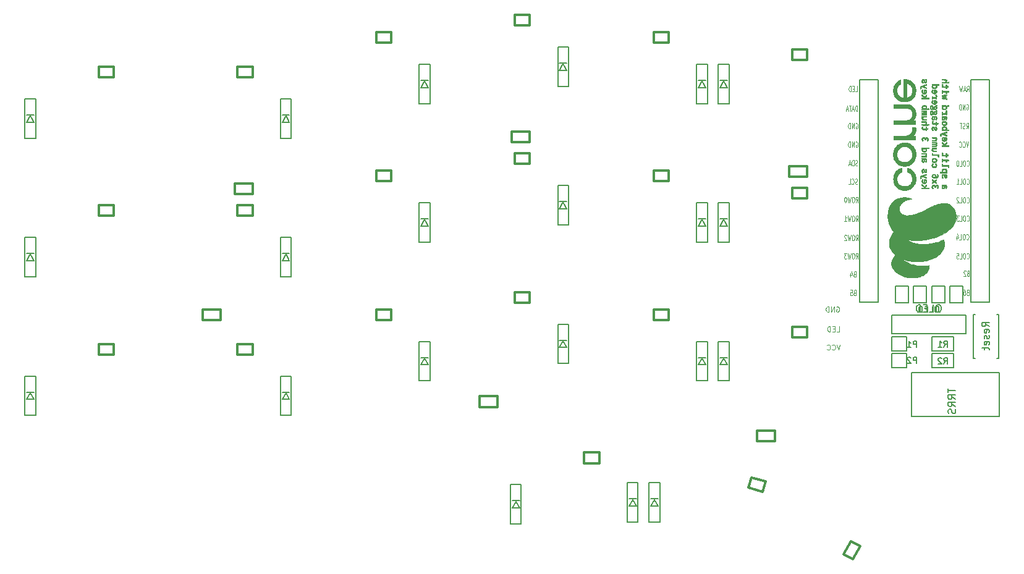
<source format=gbr>
G04 #@! TF.GenerationSoftware,KiCad,Pcbnew,5.1.5+dfsg1-2~bpo10+1*
G04 #@! TF.CreationDate,2020-09-05T13:32:18+00:00*
G04 #@! TF.ProjectId,corne-classic,636f726e-652d-4636-9c61-737369632e6b,1.1*
G04 #@! TF.SameCoordinates,Original*
G04 #@! TF.FileFunction,Legend,Bot*
G04 #@! TF.FilePolarity,Positive*
%FSLAX46Y46*%
G04 Gerber Fmt 4.6, Leading zero omitted, Abs format (unit mm)*
G04 Created by KiCad (PCBNEW 5.1.5+dfsg1-2~bpo10+1) date 2020-09-05 13:32:18*
%MOMM*%
%LPD*%
G04 APERTURE LIST*
%ADD10C,0.150000*%
%ADD11C,0.125000*%
%ADD12C,0.300000*%
%ADD13C,0.010000*%
G04 APERTURE END LIST*
D10*
X186280495Y-102854895D02*
X186125676Y-102854895D01*
X186048266Y-102893600D01*
X185970857Y-102971009D01*
X185932152Y-103125828D01*
X185932152Y-103396761D01*
X185970857Y-103551580D01*
X186048266Y-103628990D01*
X186125676Y-103667695D01*
X186280495Y-103667695D01*
X186357904Y-103628990D01*
X186435314Y-103551580D01*
X186474019Y-103396761D01*
X186474019Y-103125828D01*
X186435314Y-102971009D01*
X186357904Y-102893600D01*
X186280495Y-102854895D01*
X185196761Y-103667695D02*
X185583809Y-103667695D01*
X185583809Y-102854895D01*
X184925828Y-103241942D02*
X184654895Y-103241942D01*
X184538780Y-103667695D02*
X184925828Y-103667695D01*
X184925828Y-102854895D01*
X184538780Y-102854895D01*
X184190438Y-103667695D02*
X184190438Y-102854895D01*
X183996914Y-102854895D01*
X183880800Y-102893600D01*
X183803390Y-102971009D01*
X183764685Y-103048419D01*
X183725980Y-103203238D01*
X183725980Y-103319352D01*
X183764685Y-103474171D01*
X183803390Y-103551580D01*
X183880800Y-103628990D01*
X183996914Y-103667695D01*
X184190438Y-103667695D01*
D11*
X172450000Y-106316666D02*
X172783333Y-106316666D01*
X172783333Y-105616666D01*
X172216666Y-105950000D02*
X171983333Y-105950000D01*
X171883333Y-106316666D02*
X172216666Y-106316666D01*
X172216666Y-105616666D01*
X171883333Y-105616666D01*
X171583333Y-106316666D02*
X171583333Y-105616666D01*
X171416666Y-105616666D01*
X171316666Y-105650000D01*
X171250000Y-105716666D01*
X171216666Y-105783333D01*
X171183333Y-105916666D01*
X171183333Y-106016666D01*
X171216666Y-106150000D01*
X171250000Y-106216666D01*
X171316666Y-106283333D01*
X171416666Y-106316666D01*
X171583333Y-106316666D01*
X172933333Y-108116666D02*
X172700000Y-108816666D01*
X172466666Y-108116666D01*
X171833333Y-108750000D02*
X171866666Y-108783333D01*
X171966666Y-108816666D01*
X172033333Y-108816666D01*
X172133333Y-108783333D01*
X172200000Y-108716666D01*
X172233333Y-108650000D01*
X172266666Y-108516666D01*
X172266666Y-108416666D01*
X172233333Y-108283333D01*
X172200000Y-108216666D01*
X172133333Y-108150000D01*
X172033333Y-108116666D01*
X171966666Y-108116666D01*
X171866666Y-108150000D01*
X171833333Y-108183333D01*
X171133333Y-108750000D02*
X171166666Y-108783333D01*
X171266666Y-108816666D01*
X171333333Y-108816666D01*
X171433333Y-108783333D01*
X171500000Y-108716666D01*
X171533333Y-108650000D01*
X171566666Y-108516666D01*
X171566666Y-108416666D01*
X171533333Y-108283333D01*
X171500000Y-108216666D01*
X171433333Y-108150000D01*
X171333333Y-108116666D01*
X171266666Y-108116666D01*
X171166666Y-108150000D01*
X171133333Y-108183333D01*
X172433333Y-102950000D02*
X172500000Y-102916666D01*
X172600000Y-102916666D01*
X172700000Y-102950000D01*
X172766666Y-103016666D01*
X172800000Y-103083333D01*
X172833333Y-103216666D01*
X172833333Y-103316666D01*
X172800000Y-103450000D01*
X172766666Y-103516666D01*
X172700000Y-103583333D01*
X172600000Y-103616666D01*
X172533333Y-103616666D01*
X172433333Y-103583333D01*
X172400000Y-103550000D01*
X172400000Y-103316666D01*
X172533333Y-103316666D01*
X172100000Y-103616666D02*
X172100000Y-102916666D01*
X171700000Y-103616666D01*
X171700000Y-102916666D01*
X171366666Y-103616666D02*
X171366666Y-102916666D01*
X171200000Y-102916666D01*
X171100000Y-102950000D01*
X171033333Y-103016666D01*
X171000000Y-103083333D01*
X170966666Y-103216666D01*
X170966666Y-103316666D01*
X171000000Y-103450000D01*
X171033333Y-103516666D01*
X171100000Y-103583333D01*
X171200000Y-103616666D01*
X171366666Y-103616666D01*
D10*
X180030000Y-106570000D02*
X180030000Y-104030000D01*
X190190000Y-106570000D02*
X180030000Y-106570000D01*
X190190000Y-104030000D02*
X190190000Y-106570000D01*
X180030000Y-104030000D02*
X190190000Y-104030000D01*
X194700000Y-111950000D02*
X194700000Y-117950000D01*
X194700000Y-117950000D02*
X182700000Y-117950000D01*
X182700000Y-117950000D02*
X182700000Y-111950000D01*
X182700000Y-111950000D02*
X194700000Y-111950000D01*
D12*
X161570000Y-121350000D02*
X161570000Y-119900000D01*
X164020000Y-121350000D02*
X161600000Y-121350000D01*
X164020000Y-119900000D02*
X164020000Y-121350000D01*
X161570000Y-119900000D02*
X164020000Y-119900000D01*
X168430000Y-83650000D02*
X168430000Y-85100000D01*
X165980000Y-83650000D02*
X168400000Y-83650000D01*
X165980000Y-85100000D02*
X165980000Y-83650000D01*
X168430000Y-85100000D02*
X165980000Y-85100000D01*
X130430000Y-78950000D02*
X130430000Y-80400000D01*
X127980000Y-78950000D02*
X130400000Y-78950000D01*
X127980000Y-80400000D02*
X127980000Y-78950000D01*
X130430000Y-80400000D02*
X127980000Y-80400000D01*
X92430000Y-86050000D02*
X92430000Y-87500000D01*
X89980000Y-86050000D02*
X92400000Y-86050000D01*
X89980000Y-87500000D02*
X89980000Y-86050000D01*
X92430000Y-87500000D02*
X89980000Y-87500000D01*
X85570000Y-104750000D02*
X85570000Y-103300000D01*
X88020000Y-104750000D02*
X85600000Y-104750000D01*
X88020000Y-103300000D02*
X88020000Y-104750000D01*
X85570000Y-103300000D02*
X88020000Y-103300000D01*
X123570000Y-116650000D02*
X123570000Y-115200000D01*
X126020000Y-116650000D02*
X123600000Y-116650000D01*
X126020000Y-115200000D02*
X126020000Y-116650000D01*
X123570000Y-115200000D02*
X126020000Y-115200000D01*
D13*
G36*
X188794674Y-90546243D02*
G01*
X188793996Y-90469509D01*
X188792005Y-90403326D01*
X188788358Y-90344549D01*
X188782711Y-90290034D01*
X188774723Y-90236638D01*
X188764050Y-90181214D01*
X188750349Y-90120619D01*
X188746523Y-90104756D01*
X188708896Y-89969972D01*
X188662111Y-89835561D01*
X188607148Y-89703387D01*
X188544983Y-89575319D01*
X188476595Y-89453222D01*
X188402962Y-89338964D01*
X188325062Y-89234410D01*
X188243873Y-89141429D01*
X188239247Y-89136599D01*
X188140762Y-89042642D01*
X188038070Y-88961265D01*
X187930304Y-88892033D01*
X187816598Y-88834512D01*
X187696085Y-88788268D01*
X187567898Y-88752867D01*
X187431173Y-88727875D01*
X187421044Y-88726475D01*
X187367949Y-88720967D01*
X187304644Y-88717132D01*
X187234547Y-88714969D01*
X187161073Y-88714478D01*
X187087642Y-88715661D01*
X187017671Y-88718516D01*
X186954576Y-88723045D01*
X186922497Y-88726436D01*
X186750051Y-88752240D01*
X186572414Y-88788296D01*
X186389146Y-88834742D01*
X186199804Y-88891715D01*
X186003947Y-88959353D01*
X185801135Y-89037792D01*
X185590926Y-89127170D01*
X185496541Y-89169738D01*
X185436098Y-89198104D01*
X185365876Y-89232168D01*
X185288022Y-89270828D01*
X185204681Y-89312977D01*
X185118000Y-89357512D01*
X185030125Y-89403327D01*
X184943203Y-89449318D01*
X184859379Y-89494380D01*
X184780801Y-89537408D01*
X184762000Y-89547843D01*
X184684684Y-89590328D01*
X184601193Y-89635192D01*
X184513637Y-89681366D01*
X184424123Y-89727779D01*
X184334760Y-89773361D01*
X184247656Y-89817042D01*
X184164919Y-89857752D01*
X184088658Y-89894420D01*
X184020982Y-89925976D01*
X183986271Y-89941613D01*
X183768138Y-90034255D01*
X183554754Y-90116796D01*
X183346521Y-90189140D01*
X183143842Y-90251185D01*
X182947119Y-90302834D01*
X182756756Y-90343988D01*
X182573153Y-90374547D01*
X182396713Y-90394413D01*
X182227840Y-90403487D01*
X182108730Y-90403217D01*
X181984748Y-90396838D01*
X181871375Y-90384591D01*
X181766613Y-90366043D01*
X181668464Y-90340765D01*
X181574929Y-90308323D01*
X181484027Y-90268294D01*
X181405270Y-90226214D01*
X181336902Y-90181308D01*
X181275597Y-90131269D01*
X181246753Y-90103805D01*
X181177190Y-90024874D01*
X181118935Y-89938718D01*
X181072205Y-89846203D01*
X181037215Y-89748191D01*
X181014178Y-89645548D01*
X181003311Y-89539135D01*
X181004827Y-89429819D01*
X181018941Y-89318462D01*
X181034111Y-89248783D01*
X181064510Y-89148543D01*
X181103938Y-89054141D01*
X181153373Y-88963934D01*
X181213793Y-88876283D01*
X181286174Y-88789545D01*
X181342876Y-88730094D01*
X181416471Y-88660234D01*
X181491035Y-88597358D01*
X181569372Y-88539463D01*
X181654286Y-88484546D01*
X181748582Y-88430601D01*
X181799811Y-88403529D01*
X181900635Y-88354774D01*
X182006380Y-88309742D01*
X182114800Y-88269113D01*
X182223651Y-88233566D01*
X182330686Y-88203780D01*
X182433661Y-88180436D01*
X182530328Y-88164213D01*
X182618443Y-88155790D01*
X182618446Y-88155790D01*
X182649150Y-88153860D01*
X182674066Y-88151643D01*
X182690458Y-88149425D01*
X182695663Y-88147669D01*
X182690043Y-88141151D01*
X182675034Y-88129948D01*
X182653378Y-88115810D01*
X182627815Y-88100482D01*
X182601086Y-88085712D01*
X182587865Y-88078946D01*
X182497694Y-88040074D01*
X182395983Y-88006859D01*
X182283787Y-87979494D01*
X182162160Y-87958169D01*
X182032158Y-87943076D01*
X181894835Y-87934407D01*
X181779217Y-87932225D01*
X181588606Y-87938264D01*
X181404387Y-87956378D01*
X181226319Y-87986620D01*
X181054159Y-88029044D01*
X180887668Y-88083704D01*
X180726604Y-88150653D01*
X180667109Y-88179160D01*
X180517843Y-88260655D01*
X180378126Y-88351995D01*
X180247989Y-88453127D01*
X180127462Y-88564002D01*
X180016575Y-88684569D01*
X179915361Y-88814775D01*
X179823849Y-88954571D01*
X179742069Y-89103906D01*
X179670054Y-89262728D01*
X179607834Y-89430987D01*
X179555438Y-89608631D01*
X179512899Y-89795610D01*
X179480246Y-89991872D01*
X179458804Y-90182405D01*
X179454942Y-90234185D01*
X179451635Y-90294288D01*
X179448930Y-90360057D01*
X179446876Y-90428833D01*
X179445520Y-90497958D01*
X179444912Y-90564773D01*
X179445100Y-90626622D01*
X179446130Y-90680846D01*
X179448053Y-90724786D01*
X179448769Y-90735027D01*
X179462891Y-90867687D01*
X179484766Y-91006522D01*
X179513536Y-91147011D01*
X179548345Y-91284634D01*
X179561923Y-91331716D01*
X179615749Y-91495008D01*
X179680058Y-91660344D01*
X179753658Y-91825466D01*
X179835355Y-91988120D01*
X179923958Y-92146049D01*
X180018274Y-92296996D01*
X180117110Y-92438706D01*
X180209905Y-92557648D01*
X180229913Y-92581928D01*
X180247401Y-92603259D01*
X180260016Y-92618767D01*
X180264509Y-92624389D01*
X180267168Y-92629950D01*
X180266496Y-92637547D01*
X180261539Y-92648941D01*
X180251342Y-92665892D01*
X180234950Y-92690161D01*
X180211408Y-92723509D01*
X180208658Y-92727362D01*
X180094595Y-92895135D01*
X179992253Y-93062418D01*
X179901859Y-93228714D01*
X179823637Y-93393524D01*
X179757815Y-93556353D01*
X179704619Y-93716703D01*
X179664273Y-93874078D01*
X179647128Y-93962177D01*
X179640494Y-94010171D01*
X179635118Y-94067583D01*
X179631111Y-94130915D01*
X179628582Y-94196671D01*
X179627643Y-94261352D01*
X179628405Y-94321461D01*
X179630977Y-94373500D01*
X179633328Y-94398491D01*
X179657775Y-94548203D01*
X179695676Y-94695774D01*
X179746888Y-94840952D01*
X179811265Y-94983487D01*
X179888664Y-95123129D01*
X179978939Y-95259628D01*
X180081948Y-95392733D01*
X180197545Y-95522194D01*
X180325585Y-95647762D01*
X180383996Y-95700115D01*
X180421426Y-95733483D01*
X180448910Y-95759520D01*
X180466157Y-95777932D01*
X180472878Y-95788424D01*
X180472654Y-95790220D01*
X180465990Y-95798813D01*
X180453137Y-95815243D01*
X180436402Y-95836562D01*
X180428840Y-95846177D01*
X180320657Y-95992194D01*
X180226191Y-96137860D01*
X180145433Y-96283194D01*
X180078376Y-96428214D01*
X180025012Y-96572939D01*
X179985332Y-96717387D01*
X179959329Y-96861577D01*
X179949840Y-96954029D01*
X179947225Y-97075926D01*
X179957365Y-97195211D01*
X179980473Y-97312927D01*
X180016759Y-97430116D01*
X180066435Y-97547822D01*
X180073144Y-97561700D01*
X180141275Y-97685731D01*
X180222123Y-97806178D01*
X180315054Y-97922653D01*
X180419433Y-98034769D01*
X180534625Y-98142139D01*
X180659996Y-98244374D01*
X180794910Y-98341088D01*
X180938733Y-98431892D01*
X181090829Y-98516398D01*
X181250565Y-98594220D01*
X181417304Y-98664970D01*
X181590413Y-98728260D01*
X181769257Y-98783703D01*
X181953199Y-98830910D01*
X182141607Y-98869495D01*
X182242595Y-98886245D01*
X182335886Y-98899644D01*
X182422248Y-98910129D01*
X182505961Y-98918058D01*
X182591303Y-98923787D01*
X182682554Y-98927674D01*
X182764325Y-98929727D01*
X182883839Y-98930725D01*
X182993708Y-98928850D01*
X183097751Y-98923921D01*
X183199786Y-98915753D01*
X183303633Y-98904166D01*
X183306649Y-98903785D01*
X183480173Y-98877225D01*
X183647635Y-98842483D01*
X183808521Y-98799886D01*
X183962314Y-98749764D01*
X184108500Y-98692443D01*
X184246561Y-98628254D01*
X184375983Y-98557523D01*
X184496250Y-98480579D01*
X184606846Y-98397750D01*
X184707256Y-98309365D01*
X184796963Y-98215751D01*
X184875452Y-98117238D01*
X184942207Y-98014152D01*
X184996713Y-97906823D01*
X185036122Y-97802976D01*
X185060631Y-97714056D01*
X185075931Y-97627632D01*
X185082691Y-97538721D01*
X185082284Y-97459162D01*
X185079824Y-97410740D01*
X185076188Y-97365057D01*
X185071660Y-97324269D01*
X185066523Y-97290527D01*
X185061061Y-97265985D01*
X185055558Y-97252798D01*
X185055005Y-97252175D01*
X185047117Y-97251770D01*
X185028040Y-97253395D01*
X185000119Y-97256773D01*
X184965701Y-97261632D01*
X184938958Y-97265772D01*
X184732431Y-97294192D01*
X184521949Y-97314149D01*
X184310300Y-97325560D01*
X184100271Y-97328339D01*
X183894652Y-97322404D01*
X183696230Y-97307669D01*
X183663622Y-97304306D01*
X183421680Y-97271519D01*
X183183834Y-97225693D01*
X182950381Y-97166951D01*
X182721621Y-97095414D01*
X182497852Y-97011206D01*
X182279372Y-96914450D01*
X182066480Y-96805266D01*
X181859473Y-96683780D01*
X181658651Y-96550112D01*
X181464311Y-96404385D01*
X181454864Y-96396860D01*
X181419545Y-96368667D01*
X181393565Y-96347901D01*
X181375573Y-96333372D01*
X181364219Y-96323892D01*
X181358153Y-96318269D01*
X181356024Y-96315316D01*
X181356481Y-96313841D01*
X181358174Y-96312657D01*
X181358727Y-96312174D01*
X181366043Y-96313359D01*
X181383999Y-96319054D01*
X181410545Y-96328526D01*
X181443631Y-96341044D01*
X181481207Y-96355874D01*
X181481723Y-96356082D01*
X181718971Y-96444287D01*
X181963260Y-96520795D01*
X182214364Y-96585558D01*
X182472058Y-96638527D01*
X182736113Y-96679654D01*
X183006304Y-96708890D01*
X183189946Y-96721763D01*
X183249440Y-96724277D01*
X183319239Y-96725938D01*
X183396788Y-96726782D01*
X183479528Y-96726843D01*
X183564903Y-96726157D01*
X183650356Y-96724759D01*
X183733329Y-96722685D01*
X183811265Y-96719971D01*
X183881607Y-96716651D01*
X183941798Y-96712761D01*
X183962244Y-96711072D01*
X184218467Y-96682774D01*
X184468384Y-96644197D01*
X184711445Y-96595494D01*
X184947103Y-96536815D01*
X185174809Y-96468313D01*
X185394014Y-96390139D01*
X185604171Y-96302444D01*
X185804731Y-96205380D01*
X185819190Y-96197822D01*
X185990754Y-96102038D01*
X186152367Y-96000353D01*
X186303703Y-95893130D01*
X186444433Y-95780734D01*
X186574230Y-95663526D01*
X186692767Y-95541871D01*
X186799715Y-95416132D01*
X186894748Y-95286671D01*
X186977537Y-95153852D01*
X187047755Y-95018039D01*
X187105075Y-94879595D01*
X187149168Y-94738882D01*
X187154820Y-94716803D01*
X187184375Y-94570403D01*
X187200325Y-94424328D01*
X187202669Y-94278927D01*
X187191406Y-94134546D01*
X187166535Y-93991534D01*
X187156990Y-93951216D01*
X187148711Y-93920290D01*
X187138544Y-93885471D01*
X187127288Y-93849141D01*
X187115742Y-93813686D01*
X187104705Y-93781488D01*
X187094976Y-93754932D01*
X187087355Y-93736402D01*
X187082640Y-93728282D01*
X187082201Y-93728108D01*
X187074022Y-93730820D01*
X187056402Y-93738116D01*
X187032323Y-93748730D01*
X187016076Y-93756139D01*
X186776263Y-93860178D01*
X186527023Y-93955552D01*
X186269892Y-94041860D01*
X186006405Y-94118703D01*
X185738097Y-94185683D01*
X185466503Y-94242401D01*
X185193158Y-94288456D01*
X184919597Y-94323452D01*
X184782595Y-94336730D01*
X184733866Y-94340162D01*
X184674413Y-94343079D01*
X184606379Y-94345472D01*
X184531907Y-94347332D01*
X184453139Y-94348648D01*
X184372217Y-94349412D01*
X184291283Y-94349612D01*
X184212480Y-94349241D01*
X184137951Y-94348287D01*
X184069837Y-94346741D01*
X184010281Y-94344593D01*
X183961425Y-94341835D01*
X183945082Y-94340533D01*
X183716133Y-94315691D01*
X183497288Y-94282619D01*
X183287444Y-94241027D01*
X183085503Y-94190622D01*
X182890363Y-94131111D01*
X182700923Y-94062202D01*
X182516083Y-93983603D01*
X182408676Y-93932535D01*
X182365032Y-93910350D01*
X182317484Y-93885114D01*
X182267458Y-93857681D01*
X182216379Y-93828905D01*
X182165672Y-93799640D01*
X182116761Y-93770742D01*
X182071071Y-93743065D01*
X182030028Y-93717463D01*
X181995056Y-93694791D01*
X181967581Y-93675902D01*
X181949026Y-93661653D01*
X181940817Y-93652896D01*
X181940541Y-93651814D01*
X181940364Y-93648977D01*
X181941146Y-93647205D01*
X181944853Y-93646850D01*
X181953454Y-93648267D01*
X181968916Y-93651809D01*
X181993206Y-93657830D01*
X182028292Y-93666683D01*
X182040680Y-93669808D01*
X182269787Y-93721203D01*
X182507185Y-93762046D01*
X182752398Y-93792353D01*
X183004953Y-93812140D01*
X183264375Y-93821422D01*
X183530187Y-93820216D01*
X183801916Y-93808536D01*
X184079087Y-93786399D01*
X184361224Y-93753820D01*
X184647853Y-93710814D01*
X184938499Y-93657398D01*
X185232687Y-93593587D01*
X185372169Y-93559978D01*
X185587318Y-93504013D01*
X185790646Y-93445902D01*
X185983980Y-93384994D01*
X186169149Y-93320641D01*
X186347978Y-93252193D01*
X186522296Y-93179001D01*
X186693929Y-93100413D01*
X186773406Y-93061816D01*
X186980082Y-92954490D01*
X187177251Y-92841660D01*
X187364616Y-92723634D01*
X187541878Y-92600724D01*
X187708739Y-92473241D01*
X187864901Y-92341493D01*
X188010067Y-92205792D01*
X188143937Y-92066448D01*
X188266215Y-91923771D01*
X188376602Y-91778072D01*
X188474801Y-91629661D01*
X188560512Y-91478847D01*
X188633439Y-91325942D01*
X188693283Y-91171255D01*
X188739746Y-91015098D01*
X188740011Y-91014052D01*
X188755813Y-90949581D01*
X188768333Y-90893261D01*
X188777931Y-90842011D01*
X188784967Y-90792753D01*
X188789800Y-90742407D01*
X188792790Y-90687893D01*
X188794298Y-90626132D01*
X188794683Y-90554044D01*
X188794674Y-90546243D01*
G37*
X188794674Y-90546243D02*
X188793996Y-90469509D01*
X188792005Y-90403326D01*
X188788358Y-90344549D01*
X188782711Y-90290034D01*
X188774723Y-90236638D01*
X188764050Y-90181214D01*
X188750349Y-90120619D01*
X188746523Y-90104756D01*
X188708896Y-89969972D01*
X188662111Y-89835561D01*
X188607148Y-89703387D01*
X188544983Y-89575319D01*
X188476595Y-89453222D01*
X188402962Y-89338964D01*
X188325062Y-89234410D01*
X188243873Y-89141429D01*
X188239247Y-89136599D01*
X188140762Y-89042642D01*
X188038070Y-88961265D01*
X187930304Y-88892033D01*
X187816598Y-88834512D01*
X187696085Y-88788268D01*
X187567898Y-88752867D01*
X187431173Y-88727875D01*
X187421044Y-88726475D01*
X187367949Y-88720967D01*
X187304644Y-88717132D01*
X187234547Y-88714969D01*
X187161073Y-88714478D01*
X187087642Y-88715661D01*
X187017671Y-88718516D01*
X186954576Y-88723045D01*
X186922497Y-88726436D01*
X186750051Y-88752240D01*
X186572414Y-88788296D01*
X186389146Y-88834742D01*
X186199804Y-88891715D01*
X186003947Y-88959353D01*
X185801135Y-89037792D01*
X185590926Y-89127170D01*
X185496541Y-89169738D01*
X185436098Y-89198104D01*
X185365876Y-89232168D01*
X185288022Y-89270828D01*
X185204681Y-89312977D01*
X185118000Y-89357512D01*
X185030125Y-89403327D01*
X184943203Y-89449318D01*
X184859379Y-89494380D01*
X184780801Y-89537408D01*
X184762000Y-89547843D01*
X184684684Y-89590328D01*
X184601193Y-89635192D01*
X184513637Y-89681366D01*
X184424123Y-89727779D01*
X184334760Y-89773361D01*
X184247656Y-89817042D01*
X184164919Y-89857752D01*
X184088658Y-89894420D01*
X184020982Y-89925976D01*
X183986271Y-89941613D01*
X183768138Y-90034255D01*
X183554754Y-90116796D01*
X183346521Y-90189140D01*
X183143842Y-90251185D01*
X182947119Y-90302834D01*
X182756756Y-90343988D01*
X182573153Y-90374547D01*
X182396713Y-90394413D01*
X182227840Y-90403487D01*
X182108730Y-90403217D01*
X181984748Y-90396838D01*
X181871375Y-90384591D01*
X181766613Y-90366043D01*
X181668464Y-90340765D01*
X181574929Y-90308323D01*
X181484027Y-90268294D01*
X181405270Y-90226214D01*
X181336902Y-90181308D01*
X181275597Y-90131269D01*
X181246753Y-90103805D01*
X181177190Y-90024874D01*
X181118935Y-89938718D01*
X181072205Y-89846203D01*
X181037215Y-89748191D01*
X181014178Y-89645548D01*
X181003311Y-89539135D01*
X181004827Y-89429819D01*
X181018941Y-89318462D01*
X181034111Y-89248783D01*
X181064510Y-89148543D01*
X181103938Y-89054141D01*
X181153373Y-88963934D01*
X181213793Y-88876283D01*
X181286174Y-88789545D01*
X181342876Y-88730094D01*
X181416471Y-88660234D01*
X181491035Y-88597358D01*
X181569372Y-88539463D01*
X181654286Y-88484546D01*
X181748582Y-88430601D01*
X181799811Y-88403529D01*
X181900635Y-88354774D01*
X182006380Y-88309742D01*
X182114800Y-88269113D01*
X182223651Y-88233566D01*
X182330686Y-88203780D01*
X182433661Y-88180436D01*
X182530328Y-88164213D01*
X182618443Y-88155790D01*
X182618446Y-88155790D01*
X182649150Y-88153860D01*
X182674066Y-88151643D01*
X182690458Y-88149425D01*
X182695663Y-88147669D01*
X182690043Y-88141151D01*
X182675034Y-88129948D01*
X182653378Y-88115810D01*
X182627815Y-88100482D01*
X182601086Y-88085712D01*
X182587865Y-88078946D01*
X182497694Y-88040074D01*
X182395983Y-88006859D01*
X182283787Y-87979494D01*
X182162160Y-87958169D01*
X182032158Y-87943076D01*
X181894835Y-87934407D01*
X181779217Y-87932225D01*
X181588606Y-87938264D01*
X181404387Y-87956378D01*
X181226319Y-87986620D01*
X181054159Y-88029044D01*
X180887668Y-88083704D01*
X180726604Y-88150653D01*
X180667109Y-88179160D01*
X180517843Y-88260655D01*
X180378126Y-88351995D01*
X180247989Y-88453127D01*
X180127462Y-88564002D01*
X180016575Y-88684569D01*
X179915361Y-88814775D01*
X179823849Y-88954571D01*
X179742069Y-89103906D01*
X179670054Y-89262728D01*
X179607834Y-89430987D01*
X179555438Y-89608631D01*
X179512899Y-89795610D01*
X179480246Y-89991872D01*
X179458804Y-90182405D01*
X179454942Y-90234185D01*
X179451635Y-90294288D01*
X179448930Y-90360057D01*
X179446876Y-90428833D01*
X179445520Y-90497958D01*
X179444912Y-90564773D01*
X179445100Y-90626622D01*
X179446130Y-90680846D01*
X179448053Y-90724786D01*
X179448769Y-90735027D01*
X179462891Y-90867687D01*
X179484766Y-91006522D01*
X179513536Y-91147011D01*
X179548345Y-91284634D01*
X179561923Y-91331716D01*
X179615749Y-91495008D01*
X179680058Y-91660344D01*
X179753658Y-91825466D01*
X179835355Y-91988120D01*
X179923958Y-92146049D01*
X180018274Y-92296996D01*
X180117110Y-92438706D01*
X180209905Y-92557648D01*
X180229913Y-92581928D01*
X180247401Y-92603259D01*
X180260016Y-92618767D01*
X180264509Y-92624389D01*
X180267168Y-92629950D01*
X180266496Y-92637547D01*
X180261539Y-92648941D01*
X180251342Y-92665892D01*
X180234950Y-92690161D01*
X180211408Y-92723509D01*
X180208658Y-92727362D01*
X180094595Y-92895135D01*
X179992253Y-93062418D01*
X179901859Y-93228714D01*
X179823637Y-93393524D01*
X179757815Y-93556353D01*
X179704619Y-93716703D01*
X179664273Y-93874078D01*
X179647128Y-93962177D01*
X179640494Y-94010171D01*
X179635118Y-94067583D01*
X179631111Y-94130915D01*
X179628582Y-94196671D01*
X179627643Y-94261352D01*
X179628405Y-94321461D01*
X179630977Y-94373500D01*
X179633328Y-94398491D01*
X179657775Y-94548203D01*
X179695676Y-94695774D01*
X179746888Y-94840952D01*
X179811265Y-94983487D01*
X179888664Y-95123129D01*
X179978939Y-95259628D01*
X180081948Y-95392733D01*
X180197545Y-95522194D01*
X180325585Y-95647762D01*
X180383996Y-95700115D01*
X180421426Y-95733483D01*
X180448910Y-95759520D01*
X180466157Y-95777932D01*
X180472878Y-95788424D01*
X180472654Y-95790220D01*
X180465990Y-95798813D01*
X180453137Y-95815243D01*
X180436402Y-95836562D01*
X180428840Y-95846177D01*
X180320657Y-95992194D01*
X180226191Y-96137860D01*
X180145433Y-96283194D01*
X180078376Y-96428214D01*
X180025012Y-96572939D01*
X179985332Y-96717387D01*
X179959329Y-96861577D01*
X179949840Y-96954029D01*
X179947225Y-97075926D01*
X179957365Y-97195211D01*
X179980473Y-97312927D01*
X180016759Y-97430116D01*
X180066435Y-97547822D01*
X180073144Y-97561700D01*
X180141275Y-97685731D01*
X180222123Y-97806178D01*
X180315054Y-97922653D01*
X180419433Y-98034769D01*
X180534625Y-98142139D01*
X180659996Y-98244374D01*
X180794910Y-98341088D01*
X180938733Y-98431892D01*
X181090829Y-98516398D01*
X181250565Y-98594220D01*
X181417304Y-98664970D01*
X181590413Y-98728260D01*
X181769257Y-98783703D01*
X181953199Y-98830910D01*
X182141607Y-98869495D01*
X182242595Y-98886245D01*
X182335886Y-98899644D01*
X182422248Y-98910129D01*
X182505961Y-98918058D01*
X182591303Y-98923787D01*
X182682554Y-98927674D01*
X182764325Y-98929727D01*
X182883839Y-98930725D01*
X182993708Y-98928850D01*
X183097751Y-98923921D01*
X183199786Y-98915753D01*
X183303633Y-98904166D01*
X183306649Y-98903785D01*
X183480173Y-98877225D01*
X183647635Y-98842483D01*
X183808521Y-98799886D01*
X183962314Y-98749764D01*
X184108500Y-98692443D01*
X184246561Y-98628254D01*
X184375983Y-98557523D01*
X184496250Y-98480579D01*
X184606846Y-98397750D01*
X184707256Y-98309365D01*
X184796963Y-98215751D01*
X184875452Y-98117238D01*
X184942207Y-98014152D01*
X184996713Y-97906823D01*
X185036122Y-97802976D01*
X185060631Y-97714056D01*
X185075931Y-97627632D01*
X185082691Y-97538721D01*
X185082284Y-97459162D01*
X185079824Y-97410740D01*
X185076188Y-97365057D01*
X185071660Y-97324269D01*
X185066523Y-97290527D01*
X185061061Y-97265985D01*
X185055558Y-97252798D01*
X185055005Y-97252175D01*
X185047117Y-97251770D01*
X185028040Y-97253395D01*
X185000119Y-97256773D01*
X184965701Y-97261632D01*
X184938958Y-97265772D01*
X184732431Y-97294192D01*
X184521949Y-97314149D01*
X184310300Y-97325560D01*
X184100271Y-97328339D01*
X183894652Y-97322404D01*
X183696230Y-97307669D01*
X183663622Y-97304306D01*
X183421680Y-97271519D01*
X183183834Y-97225693D01*
X182950381Y-97166951D01*
X182721621Y-97095414D01*
X182497852Y-97011206D01*
X182279372Y-96914450D01*
X182066480Y-96805266D01*
X181859473Y-96683780D01*
X181658651Y-96550112D01*
X181464311Y-96404385D01*
X181454864Y-96396860D01*
X181419545Y-96368667D01*
X181393565Y-96347901D01*
X181375573Y-96333372D01*
X181364219Y-96323892D01*
X181358153Y-96318269D01*
X181356024Y-96315316D01*
X181356481Y-96313841D01*
X181358174Y-96312657D01*
X181358727Y-96312174D01*
X181366043Y-96313359D01*
X181383999Y-96319054D01*
X181410545Y-96328526D01*
X181443631Y-96341044D01*
X181481207Y-96355874D01*
X181481723Y-96356082D01*
X181718971Y-96444287D01*
X181963260Y-96520795D01*
X182214364Y-96585558D01*
X182472058Y-96638527D01*
X182736113Y-96679654D01*
X183006304Y-96708890D01*
X183189946Y-96721763D01*
X183249440Y-96724277D01*
X183319239Y-96725938D01*
X183396788Y-96726782D01*
X183479528Y-96726843D01*
X183564903Y-96726157D01*
X183650356Y-96724759D01*
X183733329Y-96722685D01*
X183811265Y-96719971D01*
X183881607Y-96716651D01*
X183941798Y-96712761D01*
X183962244Y-96711072D01*
X184218467Y-96682774D01*
X184468384Y-96644197D01*
X184711445Y-96595494D01*
X184947103Y-96536815D01*
X185174809Y-96468313D01*
X185394014Y-96390139D01*
X185604171Y-96302444D01*
X185804731Y-96205380D01*
X185819190Y-96197822D01*
X185990754Y-96102038D01*
X186152367Y-96000353D01*
X186303703Y-95893130D01*
X186444433Y-95780734D01*
X186574230Y-95663526D01*
X186692767Y-95541871D01*
X186799715Y-95416132D01*
X186894748Y-95286671D01*
X186977537Y-95153852D01*
X187047755Y-95018039D01*
X187105075Y-94879595D01*
X187149168Y-94738882D01*
X187154820Y-94716803D01*
X187184375Y-94570403D01*
X187200325Y-94424328D01*
X187202669Y-94278927D01*
X187191406Y-94134546D01*
X187166535Y-93991534D01*
X187156990Y-93951216D01*
X187148711Y-93920290D01*
X187138544Y-93885471D01*
X187127288Y-93849141D01*
X187115742Y-93813686D01*
X187104705Y-93781488D01*
X187094976Y-93754932D01*
X187087355Y-93736402D01*
X187082640Y-93728282D01*
X187082201Y-93728108D01*
X187074022Y-93730820D01*
X187056402Y-93738116D01*
X187032323Y-93748730D01*
X187016076Y-93756139D01*
X186776263Y-93860178D01*
X186527023Y-93955552D01*
X186269892Y-94041860D01*
X186006405Y-94118703D01*
X185738097Y-94185683D01*
X185466503Y-94242401D01*
X185193158Y-94288456D01*
X184919597Y-94323452D01*
X184782595Y-94336730D01*
X184733866Y-94340162D01*
X184674413Y-94343079D01*
X184606379Y-94345472D01*
X184531907Y-94347332D01*
X184453139Y-94348648D01*
X184372217Y-94349412D01*
X184291283Y-94349612D01*
X184212480Y-94349241D01*
X184137951Y-94348287D01*
X184069837Y-94346741D01*
X184010281Y-94344593D01*
X183961425Y-94341835D01*
X183945082Y-94340533D01*
X183716133Y-94315691D01*
X183497288Y-94282619D01*
X183287444Y-94241027D01*
X183085503Y-94190622D01*
X182890363Y-94131111D01*
X182700923Y-94062202D01*
X182516083Y-93983603D01*
X182408676Y-93932535D01*
X182365032Y-93910350D01*
X182317484Y-93885114D01*
X182267458Y-93857681D01*
X182216379Y-93828905D01*
X182165672Y-93799640D01*
X182116761Y-93770742D01*
X182071071Y-93743065D01*
X182030028Y-93717463D01*
X181995056Y-93694791D01*
X181967581Y-93675902D01*
X181949026Y-93661653D01*
X181940817Y-93652896D01*
X181940541Y-93651814D01*
X181940364Y-93648977D01*
X181941146Y-93647205D01*
X181944853Y-93646850D01*
X181953454Y-93648267D01*
X181968916Y-93651809D01*
X181993206Y-93657830D01*
X182028292Y-93666683D01*
X182040680Y-93669808D01*
X182269787Y-93721203D01*
X182507185Y-93762046D01*
X182752398Y-93792353D01*
X183004953Y-93812140D01*
X183264375Y-93821422D01*
X183530187Y-93820216D01*
X183801916Y-93808536D01*
X184079087Y-93786399D01*
X184361224Y-93753820D01*
X184647853Y-93710814D01*
X184938499Y-93657398D01*
X185232687Y-93593587D01*
X185372169Y-93559978D01*
X185587318Y-93504013D01*
X185790646Y-93445902D01*
X185983980Y-93384994D01*
X186169149Y-93320641D01*
X186347978Y-93252193D01*
X186522296Y-93179001D01*
X186693929Y-93100413D01*
X186773406Y-93061816D01*
X186980082Y-92954490D01*
X187177251Y-92841660D01*
X187364616Y-92723634D01*
X187541878Y-92600724D01*
X187708739Y-92473241D01*
X187864901Y-92341493D01*
X188010067Y-92205792D01*
X188143937Y-92066448D01*
X188266215Y-91923771D01*
X188376602Y-91778072D01*
X188474801Y-91629661D01*
X188560512Y-91478847D01*
X188633439Y-91325942D01*
X188693283Y-91171255D01*
X188739746Y-91015098D01*
X188740011Y-91014052D01*
X188755813Y-90949581D01*
X188768333Y-90893261D01*
X188777931Y-90842011D01*
X188784967Y-90792753D01*
X188789800Y-90742407D01*
X188792790Y-90687893D01*
X188794298Y-90626132D01*
X188794683Y-90554044D01*
X188794674Y-90546243D01*
G36*
X183283011Y-82022105D02*
G01*
X183282054Y-81960049D01*
X183280208Y-81900720D01*
X183277494Y-81846855D01*
X183273931Y-81801191D01*
X183270039Y-81769513D01*
X183239746Y-81616477D01*
X183198581Y-81470669D01*
X183146757Y-81332490D01*
X183084489Y-81202342D01*
X183011992Y-81080625D01*
X182929480Y-80967741D01*
X182837166Y-80864093D01*
X182737629Y-80772059D01*
X182632203Y-80692413D01*
X182517938Y-80622624D01*
X182396029Y-80563178D01*
X182267673Y-80514561D01*
X182134064Y-80477258D01*
X181996400Y-80451756D01*
X181930563Y-80443978D01*
X181880763Y-80440523D01*
X181822200Y-80438687D01*
X181758035Y-80438382D01*
X181691432Y-80439516D01*
X181625552Y-80442002D01*
X181563557Y-80445748D01*
X181508609Y-80450666D01*
X181463871Y-80456665D01*
X181460000Y-80457335D01*
X181353763Y-80478866D01*
X181257072Y-80504384D01*
X181166015Y-80535151D01*
X181076681Y-80572432D01*
X181020649Y-80599269D01*
X180903892Y-80665349D01*
X180794334Y-80742847D01*
X180692459Y-80831202D01*
X180598753Y-80929859D01*
X180513700Y-81038256D01*
X180437783Y-81155838D01*
X180371487Y-81282044D01*
X180317739Y-81409739D01*
X180274170Y-81543956D01*
X180240782Y-81684968D01*
X180217950Y-81829965D01*
X180206045Y-81976135D01*
X180205441Y-82120666D01*
X180211276Y-82212297D01*
X180231176Y-82362837D01*
X180262429Y-82507877D01*
X180304658Y-82646834D01*
X180357490Y-82779129D01*
X180420550Y-82904181D01*
X180493461Y-83021409D01*
X180575851Y-83130233D01*
X180667343Y-83230071D01*
X180767563Y-83320343D01*
X180876136Y-83400468D01*
X180992688Y-83469866D01*
X181037811Y-83492733D01*
X181135914Y-83536781D01*
X181231586Y-83572331D01*
X181328011Y-83600195D01*
X181428374Y-83621186D01*
X181535859Y-83636117D01*
X181632560Y-83644475D01*
X181715035Y-83646636D01*
X181715035Y-83107341D01*
X181651633Y-83105794D01*
X181594113Y-83101249D01*
X181538646Y-83093343D01*
X181481401Y-83081709D01*
X181448772Y-83073841D01*
X181338465Y-83039200D01*
X181234723Y-82992843D01*
X181138146Y-82935415D01*
X181049328Y-82867564D01*
X180968868Y-82789936D01*
X180897363Y-82703179D01*
X180835410Y-82607941D01*
X180783606Y-82504867D01*
X180742548Y-82394605D01*
X180712834Y-82277802D01*
X180712492Y-82276075D01*
X180706106Y-82243550D01*
X180701250Y-82217287D01*
X180697744Y-82194643D01*
X180695409Y-82172972D01*
X180694064Y-82149631D01*
X180693529Y-82121975D01*
X180693625Y-82087359D01*
X180694172Y-82043139D01*
X180694607Y-82013216D01*
X180695554Y-81960461D01*
X180696827Y-81918642D01*
X180698662Y-81884968D01*
X180701299Y-81856647D01*
X180704974Y-81830885D01*
X180709927Y-81804890D01*
X180713914Y-81786675D01*
X180747553Y-81666323D01*
X180791915Y-81554098D01*
X180846606Y-81450396D01*
X180911233Y-81355610D01*
X180985402Y-81270133D01*
X181068720Y-81194360D01*
X181160794Y-81128683D01*
X181261229Y-81073497D01*
X181369632Y-81029196D01*
X181485610Y-80996173D01*
X181509107Y-80991074D01*
X181603469Y-80976583D01*
X181704271Y-80970094D01*
X181808002Y-80971408D01*
X181911150Y-80980325D01*
X182010203Y-80996644D01*
X182101649Y-81020165D01*
X182119027Y-81025821D01*
X182228495Y-81069782D01*
X182329780Y-81124548D01*
X182422507Y-81189628D01*
X182506298Y-81264533D01*
X182580778Y-81348774D01*
X182645571Y-81441859D01*
X182700302Y-81543301D01*
X182744594Y-81652609D01*
X182778071Y-81769293D01*
X182800357Y-81892863D01*
X182803298Y-81917108D01*
X182808023Y-81962716D01*
X182810698Y-81999855D01*
X182811409Y-82033622D01*
X182810243Y-82069110D01*
X182807288Y-82111413D01*
X182806725Y-82118299D01*
X182790507Y-82246938D01*
X182763725Y-82367015D01*
X182726191Y-82478960D01*
X182677717Y-82583204D01*
X182618113Y-82680176D01*
X182547192Y-82770308D01*
X182498440Y-82821967D01*
X182415055Y-82896048D01*
X182325451Y-82958615D01*
X182228239Y-83010516D01*
X182122031Y-83052601D01*
X182120110Y-83053247D01*
X182060104Y-83071602D01*
X182001815Y-83085455D01*
X181941558Y-83095393D01*
X181875648Y-83102004D01*
X181800399Y-83105879D01*
X181788149Y-83106258D01*
X181715035Y-83107341D01*
X181715035Y-83646636D01*
X181783900Y-83648442D01*
X181931142Y-83640064D01*
X182073758Y-83619519D01*
X182211221Y-83586986D01*
X182343005Y-83542642D01*
X182468582Y-83486665D01*
X182587426Y-83419233D01*
X182699009Y-83340523D01*
X182802804Y-83250714D01*
X182804707Y-83248892D01*
X182900292Y-83148149D01*
X182985468Y-83039198D01*
X183060350Y-82921802D01*
X183125050Y-82795725D01*
X183179684Y-82660729D01*
X183224365Y-82516579D01*
X183259209Y-82363038D01*
X183273766Y-82277513D01*
X183277553Y-82242870D01*
X183280351Y-82197271D01*
X183282180Y-82143453D01*
X183283060Y-82084152D01*
X183283011Y-82022105D01*
G37*
X183283011Y-82022105D02*
X183282054Y-81960049D01*
X183280208Y-81900720D01*
X183277494Y-81846855D01*
X183273931Y-81801191D01*
X183270039Y-81769513D01*
X183239746Y-81616477D01*
X183198581Y-81470669D01*
X183146757Y-81332490D01*
X183084489Y-81202342D01*
X183011992Y-81080625D01*
X182929480Y-80967741D01*
X182837166Y-80864093D01*
X182737629Y-80772059D01*
X182632203Y-80692413D01*
X182517938Y-80622624D01*
X182396029Y-80563178D01*
X182267673Y-80514561D01*
X182134064Y-80477258D01*
X181996400Y-80451756D01*
X181930563Y-80443978D01*
X181880763Y-80440523D01*
X181822200Y-80438687D01*
X181758035Y-80438382D01*
X181691432Y-80439516D01*
X181625552Y-80442002D01*
X181563557Y-80445748D01*
X181508609Y-80450666D01*
X181463871Y-80456665D01*
X181460000Y-80457335D01*
X181353763Y-80478866D01*
X181257072Y-80504384D01*
X181166015Y-80535151D01*
X181076681Y-80572432D01*
X181020649Y-80599269D01*
X180903892Y-80665349D01*
X180794334Y-80742847D01*
X180692459Y-80831202D01*
X180598753Y-80929859D01*
X180513700Y-81038256D01*
X180437783Y-81155838D01*
X180371487Y-81282044D01*
X180317739Y-81409739D01*
X180274170Y-81543956D01*
X180240782Y-81684968D01*
X180217950Y-81829965D01*
X180206045Y-81976135D01*
X180205441Y-82120666D01*
X180211276Y-82212297D01*
X180231176Y-82362837D01*
X180262429Y-82507877D01*
X180304658Y-82646834D01*
X180357490Y-82779129D01*
X180420550Y-82904181D01*
X180493461Y-83021409D01*
X180575851Y-83130233D01*
X180667343Y-83230071D01*
X180767563Y-83320343D01*
X180876136Y-83400468D01*
X180992688Y-83469866D01*
X181037811Y-83492733D01*
X181135914Y-83536781D01*
X181231586Y-83572331D01*
X181328011Y-83600195D01*
X181428374Y-83621186D01*
X181535859Y-83636117D01*
X181632560Y-83644475D01*
X181715035Y-83646636D01*
X181715035Y-83107341D01*
X181651633Y-83105794D01*
X181594113Y-83101249D01*
X181538646Y-83093343D01*
X181481401Y-83081709D01*
X181448772Y-83073841D01*
X181338465Y-83039200D01*
X181234723Y-82992843D01*
X181138146Y-82935415D01*
X181049328Y-82867564D01*
X180968868Y-82789936D01*
X180897363Y-82703179D01*
X180835410Y-82607941D01*
X180783606Y-82504867D01*
X180742548Y-82394605D01*
X180712834Y-82277802D01*
X180712492Y-82276075D01*
X180706106Y-82243550D01*
X180701250Y-82217287D01*
X180697744Y-82194643D01*
X180695409Y-82172972D01*
X180694064Y-82149631D01*
X180693529Y-82121975D01*
X180693625Y-82087359D01*
X180694172Y-82043139D01*
X180694607Y-82013216D01*
X180695554Y-81960461D01*
X180696827Y-81918642D01*
X180698662Y-81884968D01*
X180701299Y-81856647D01*
X180704974Y-81830885D01*
X180709927Y-81804890D01*
X180713914Y-81786675D01*
X180747553Y-81666323D01*
X180791915Y-81554098D01*
X180846606Y-81450396D01*
X180911233Y-81355610D01*
X180985402Y-81270133D01*
X181068720Y-81194360D01*
X181160794Y-81128683D01*
X181261229Y-81073497D01*
X181369632Y-81029196D01*
X181485610Y-80996173D01*
X181509107Y-80991074D01*
X181603469Y-80976583D01*
X181704271Y-80970094D01*
X181808002Y-80971408D01*
X181911150Y-80980325D01*
X182010203Y-80996644D01*
X182101649Y-81020165D01*
X182119027Y-81025821D01*
X182228495Y-81069782D01*
X182329780Y-81124548D01*
X182422507Y-81189628D01*
X182506298Y-81264533D01*
X182580778Y-81348774D01*
X182645571Y-81441859D01*
X182700302Y-81543301D01*
X182744594Y-81652609D01*
X182778071Y-81769293D01*
X182800357Y-81892863D01*
X182803298Y-81917108D01*
X182808023Y-81962716D01*
X182810698Y-81999855D01*
X182811409Y-82033622D01*
X182810243Y-82069110D01*
X182807288Y-82111413D01*
X182806725Y-82118299D01*
X182790507Y-82246938D01*
X182763725Y-82367015D01*
X182726191Y-82478960D01*
X182677717Y-82583204D01*
X182618113Y-82680176D01*
X182547192Y-82770308D01*
X182498440Y-82821967D01*
X182415055Y-82896048D01*
X182325451Y-82958615D01*
X182228239Y-83010516D01*
X182122031Y-83052601D01*
X182120110Y-83053247D01*
X182060104Y-83071602D01*
X182001815Y-83085455D01*
X181941558Y-83095393D01*
X181875648Y-83102004D01*
X181800399Y-83105879D01*
X181788149Y-83106258D01*
X181715035Y-83107341D01*
X181715035Y-83646636D01*
X181783900Y-83648442D01*
X181931142Y-83640064D01*
X182073758Y-83619519D01*
X182211221Y-83586986D01*
X182343005Y-83542642D01*
X182468582Y-83486665D01*
X182587426Y-83419233D01*
X182699009Y-83340523D01*
X182802804Y-83250714D01*
X182804707Y-83248892D01*
X182900292Y-83148149D01*
X182985468Y-83039198D01*
X183060350Y-82921802D01*
X183125050Y-82795725D01*
X183179684Y-82660729D01*
X183224365Y-82516579D01*
X183259209Y-82363038D01*
X183273766Y-82277513D01*
X183277553Y-82242870D01*
X183280351Y-82197271D01*
X183282180Y-82143453D01*
X183283060Y-82084152D01*
X183283011Y-82022105D01*
G36*
X183279812Y-73191136D02*
G01*
X183275455Y-73113368D01*
X183267611Y-73039686D01*
X183255894Y-72965404D01*
X183254933Y-72960140D01*
X183222188Y-72817114D01*
X183177835Y-72680199D01*
X183122200Y-72550027D01*
X183055606Y-72427231D01*
X182978378Y-72312444D01*
X182890840Y-72206299D01*
X182842821Y-72156183D01*
X182741590Y-72064940D01*
X182633161Y-71985076D01*
X182517329Y-71916499D01*
X182393887Y-71859115D01*
X182262630Y-71812830D01*
X182123351Y-71777552D01*
X181975845Y-71753188D01*
X181944172Y-71749489D01*
X181898400Y-71745422D01*
X181849841Y-71742689D01*
X181800868Y-71741265D01*
X181753852Y-71741128D01*
X181711166Y-71742252D01*
X181675181Y-71744613D01*
X181648268Y-71748189D01*
X181633338Y-71752648D01*
X181617892Y-71761023D01*
X181617892Y-74281834D01*
X181557825Y-74277059D01*
X181455580Y-74263736D01*
X181360132Y-74240181D01*
X181268278Y-74205574D01*
X181254054Y-74199120D01*
X181162823Y-74149400D01*
X181076885Y-74087912D01*
X180997103Y-74015884D01*
X180924334Y-73934541D01*
X180859440Y-73845109D01*
X180803280Y-73748816D01*
X180756715Y-73646888D01*
X180720603Y-73540550D01*
X180695806Y-73431031D01*
X180690363Y-73395229D01*
X180684278Y-73319137D01*
X180684709Y-73235054D01*
X180691278Y-73146862D01*
X180703609Y-73058441D01*
X180721324Y-72973675D01*
X180736683Y-72918726D01*
X180750062Y-72881579D01*
X180768576Y-72837548D01*
X180790226Y-72790813D01*
X180813011Y-72745557D01*
X180834932Y-72705963D01*
X180849739Y-72682297D01*
X180916208Y-72596196D01*
X180993844Y-72517501D01*
X181081736Y-72447086D01*
X181125338Y-72417729D01*
X181178541Y-72383869D01*
X181178541Y-72109961D01*
X181178467Y-72039507D01*
X181178222Y-71981666D01*
X181177768Y-71935324D01*
X181177067Y-71899363D01*
X181176083Y-71872670D01*
X181174779Y-71854129D01*
X181173118Y-71842624D01*
X181171061Y-71837039D01*
X181169427Y-71836054D01*
X181158734Y-71838511D01*
X181139634Y-71844937D01*
X181117334Y-71853518D01*
X180989522Y-71912586D01*
X180870162Y-71982311D01*
X180759541Y-72062311D01*
X180657947Y-72152203D01*
X180565668Y-72251604D01*
X180482992Y-72360134D01*
X180410207Y-72477409D01*
X180347599Y-72603048D01*
X180295457Y-72736669D01*
X180254068Y-72877888D01*
X180223721Y-73026325D01*
X180220886Y-73044270D01*
X180215192Y-73092079D01*
X180210904Y-73149724D01*
X180208091Y-73213374D01*
X180206822Y-73279200D01*
X180207166Y-73343374D01*
X180209191Y-73402065D01*
X180212966Y-73451444D01*
X180213493Y-73456162D01*
X180237281Y-73607670D01*
X180272595Y-73752356D01*
X180319308Y-73889939D01*
X180377290Y-74020137D01*
X180446411Y-74142671D01*
X180526545Y-74257259D01*
X180617560Y-74363621D01*
X180641655Y-74388546D01*
X180743914Y-74482273D01*
X180853699Y-74564559D01*
X180970854Y-74635345D01*
X181095225Y-74694571D01*
X181226658Y-74742177D01*
X181364996Y-74778103D01*
X181510086Y-74802289D01*
X181661773Y-74814676D01*
X181748325Y-74816437D01*
X181903492Y-74810631D01*
X182051221Y-74793362D01*
X182077772Y-74787922D01*
X182077772Y-74255495D01*
X182069937Y-74255278D01*
X182069175Y-74248083D01*
X182068468Y-74228105D01*
X182067815Y-74196289D01*
X182067216Y-74153582D01*
X182066673Y-74100931D01*
X182066183Y-74039280D01*
X182065748Y-73969577D01*
X182065368Y-73892767D01*
X182065042Y-73809797D01*
X182064770Y-73721613D01*
X182064553Y-73629161D01*
X182064390Y-73533386D01*
X182064282Y-73435236D01*
X182064228Y-73335657D01*
X182064229Y-73235594D01*
X182064283Y-73135994D01*
X182064393Y-73037803D01*
X182064556Y-72941966D01*
X182064774Y-72849432D01*
X182065046Y-72761144D01*
X182065373Y-72678050D01*
X182065754Y-72601096D01*
X182066189Y-72531227D01*
X182066678Y-72469391D01*
X182067222Y-72416532D01*
X182067820Y-72373598D01*
X182068472Y-72341535D01*
X182069179Y-72321288D01*
X182069940Y-72313804D01*
X182069957Y-72313790D01*
X182079875Y-72313587D01*
X182100008Y-72317306D01*
X182127667Y-72324176D01*
X182160162Y-72333430D01*
X182194803Y-72344299D01*
X182228903Y-72356013D01*
X182259771Y-72367806D01*
X182261667Y-72368584D01*
X182344078Y-72406728D01*
X182416964Y-72449934D01*
X182484318Y-72500853D01*
X182544726Y-72556688D01*
X182613872Y-72635646D01*
X182673116Y-72723976D01*
X182722325Y-72821406D01*
X182761367Y-72927661D01*
X182790108Y-73042467D01*
X182796131Y-73075162D01*
X182802607Y-73126539D01*
X182806592Y-73187477D01*
X182808116Y-73254044D01*
X182807212Y-73322305D01*
X182803910Y-73388326D01*
X182798241Y-73448173D01*
X182792866Y-73484381D01*
X182765814Y-73601708D01*
X182728189Y-73711219D01*
X182680337Y-73812472D01*
X182622601Y-73905030D01*
X182555327Y-73988452D01*
X182478861Y-74062300D01*
X182393547Y-74126134D01*
X182299731Y-74179515D01*
X182219752Y-74214035D01*
X182187165Y-74225634D01*
X182153884Y-74236347D01*
X182122699Y-74245407D01*
X182096398Y-74252045D01*
X182077772Y-74255495D01*
X182077772Y-74787922D01*
X182191716Y-74764572D01*
X182325180Y-74724205D01*
X182451817Y-74672204D01*
X182571829Y-74608513D01*
X182632438Y-74570253D01*
X182687498Y-74532066D01*
X182735788Y-74495111D01*
X182781451Y-74455917D01*
X182828630Y-74411015D01*
X182857681Y-74381647D01*
X182948781Y-74278237D01*
X183029431Y-74166301D01*
X183099373Y-74046515D01*
X183158348Y-73919553D01*
X183206097Y-73786092D01*
X183242360Y-73646807D01*
X183266878Y-73502373D01*
X183279393Y-73353466D01*
X183281069Y-73277675D01*
X183279812Y-73191136D01*
G37*
X183279812Y-73191136D02*
X183275455Y-73113368D01*
X183267611Y-73039686D01*
X183255894Y-72965404D01*
X183254933Y-72960140D01*
X183222188Y-72817114D01*
X183177835Y-72680199D01*
X183122200Y-72550027D01*
X183055606Y-72427231D01*
X182978378Y-72312444D01*
X182890840Y-72206299D01*
X182842821Y-72156183D01*
X182741590Y-72064940D01*
X182633161Y-71985076D01*
X182517329Y-71916499D01*
X182393887Y-71859115D01*
X182262630Y-71812830D01*
X182123351Y-71777552D01*
X181975845Y-71753188D01*
X181944172Y-71749489D01*
X181898400Y-71745422D01*
X181849841Y-71742689D01*
X181800868Y-71741265D01*
X181753852Y-71741128D01*
X181711166Y-71742252D01*
X181675181Y-71744613D01*
X181648268Y-71748189D01*
X181633338Y-71752648D01*
X181617892Y-71761023D01*
X181617892Y-74281834D01*
X181557825Y-74277059D01*
X181455580Y-74263736D01*
X181360132Y-74240181D01*
X181268278Y-74205574D01*
X181254054Y-74199120D01*
X181162823Y-74149400D01*
X181076885Y-74087912D01*
X180997103Y-74015884D01*
X180924334Y-73934541D01*
X180859440Y-73845109D01*
X180803280Y-73748816D01*
X180756715Y-73646888D01*
X180720603Y-73540550D01*
X180695806Y-73431031D01*
X180690363Y-73395229D01*
X180684278Y-73319137D01*
X180684709Y-73235054D01*
X180691278Y-73146862D01*
X180703609Y-73058441D01*
X180721324Y-72973675D01*
X180736683Y-72918726D01*
X180750062Y-72881579D01*
X180768576Y-72837548D01*
X180790226Y-72790813D01*
X180813011Y-72745557D01*
X180834932Y-72705963D01*
X180849739Y-72682297D01*
X180916208Y-72596196D01*
X180993844Y-72517501D01*
X181081736Y-72447086D01*
X181125338Y-72417729D01*
X181178541Y-72383869D01*
X181178541Y-72109961D01*
X181178467Y-72039507D01*
X181178222Y-71981666D01*
X181177768Y-71935324D01*
X181177067Y-71899363D01*
X181176083Y-71872670D01*
X181174779Y-71854129D01*
X181173118Y-71842624D01*
X181171061Y-71837039D01*
X181169427Y-71836054D01*
X181158734Y-71838511D01*
X181139634Y-71844937D01*
X181117334Y-71853518D01*
X180989522Y-71912586D01*
X180870162Y-71982311D01*
X180759541Y-72062311D01*
X180657947Y-72152203D01*
X180565668Y-72251604D01*
X180482992Y-72360134D01*
X180410207Y-72477409D01*
X180347599Y-72603048D01*
X180295457Y-72736669D01*
X180254068Y-72877888D01*
X180223721Y-73026325D01*
X180220886Y-73044270D01*
X180215192Y-73092079D01*
X180210904Y-73149724D01*
X180208091Y-73213374D01*
X180206822Y-73279200D01*
X180207166Y-73343374D01*
X180209191Y-73402065D01*
X180212966Y-73451444D01*
X180213493Y-73456162D01*
X180237281Y-73607670D01*
X180272595Y-73752356D01*
X180319308Y-73889939D01*
X180377290Y-74020137D01*
X180446411Y-74142671D01*
X180526545Y-74257259D01*
X180617560Y-74363621D01*
X180641655Y-74388546D01*
X180743914Y-74482273D01*
X180853699Y-74564559D01*
X180970854Y-74635345D01*
X181095225Y-74694571D01*
X181226658Y-74742177D01*
X181364996Y-74778103D01*
X181510086Y-74802289D01*
X181661773Y-74814676D01*
X181748325Y-74816437D01*
X181903492Y-74810631D01*
X182051221Y-74793362D01*
X182077772Y-74787922D01*
X182077772Y-74255495D01*
X182069937Y-74255278D01*
X182069175Y-74248083D01*
X182068468Y-74228105D01*
X182067815Y-74196289D01*
X182067216Y-74153582D01*
X182066673Y-74100931D01*
X182066183Y-74039280D01*
X182065748Y-73969577D01*
X182065368Y-73892767D01*
X182065042Y-73809797D01*
X182064770Y-73721613D01*
X182064553Y-73629161D01*
X182064390Y-73533386D01*
X182064282Y-73435236D01*
X182064228Y-73335657D01*
X182064229Y-73235594D01*
X182064283Y-73135994D01*
X182064393Y-73037803D01*
X182064556Y-72941966D01*
X182064774Y-72849432D01*
X182065046Y-72761144D01*
X182065373Y-72678050D01*
X182065754Y-72601096D01*
X182066189Y-72531227D01*
X182066678Y-72469391D01*
X182067222Y-72416532D01*
X182067820Y-72373598D01*
X182068472Y-72341535D01*
X182069179Y-72321288D01*
X182069940Y-72313804D01*
X182069957Y-72313790D01*
X182079875Y-72313587D01*
X182100008Y-72317306D01*
X182127667Y-72324176D01*
X182160162Y-72333430D01*
X182194803Y-72344299D01*
X182228903Y-72356013D01*
X182259771Y-72367806D01*
X182261667Y-72368584D01*
X182344078Y-72406728D01*
X182416964Y-72449934D01*
X182484318Y-72500853D01*
X182544726Y-72556688D01*
X182613872Y-72635646D01*
X182673116Y-72723976D01*
X182722325Y-72821406D01*
X182761367Y-72927661D01*
X182790108Y-73042467D01*
X182796131Y-73075162D01*
X182802607Y-73126539D01*
X182806592Y-73187477D01*
X182808116Y-73254044D01*
X182807212Y-73322305D01*
X182803910Y-73388326D01*
X182798241Y-73448173D01*
X182792866Y-73484381D01*
X182765814Y-73601708D01*
X182728189Y-73711219D01*
X182680337Y-73812472D01*
X182622601Y-73905030D01*
X182555327Y-73988452D01*
X182478861Y-74062300D01*
X182393547Y-74126134D01*
X182299731Y-74179515D01*
X182219752Y-74214035D01*
X182187165Y-74225634D01*
X182153884Y-74236347D01*
X182122699Y-74245407D01*
X182096398Y-74252045D01*
X182077772Y-74255495D01*
X182077772Y-74787922D01*
X182191716Y-74764572D01*
X182325180Y-74724205D01*
X182451817Y-74672204D01*
X182571829Y-74608513D01*
X182632438Y-74570253D01*
X182687498Y-74532066D01*
X182735788Y-74495111D01*
X182781451Y-74455917D01*
X182828630Y-74411015D01*
X182857681Y-74381647D01*
X182948781Y-74278237D01*
X183029431Y-74166301D01*
X183099373Y-74046515D01*
X183158348Y-73919553D01*
X183206097Y-73786092D01*
X183242360Y-73646807D01*
X183266878Y-73502373D01*
X183279393Y-73353466D01*
X183281069Y-73277675D01*
X183279812Y-73191136D01*
G36*
X183281840Y-85316070D02*
G01*
X183280047Y-85252163D01*
X183276663Y-85196066D01*
X183271368Y-85144836D01*
X183263839Y-85095527D01*
X183253756Y-85045198D01*
X183240796Y-84990904D01*
X183237147Y-84976669D01*
X183193885Y-84834140D01*
X183140266Y-84699978D01*
X183076575Y-84574507D01*
X183003096Y-84458046D01*
X182920116Y-84350917D01*
X182827919Y-84253441D01*
X182726790Y-84165940D01*
X182617015Y-84088734D01*
X182498879Y-84022144D01*
X182372666Y-83966493D01*
X182324973Y-83949082D01*
X182298258Y-83940372D01*
X182265616Y-83930519D01*
X182229940Y-83920303D01*
X182194122Y-83910505D01*
X182161056Y-83901905D01*
X182133633Y-83895285D01*
X182114748Y-83891424D01*
X182108787Y-83890756D01*
X182108028Y-83897380D01*
X182107327Y-83916285D01*
X182106700Y-83946025D01*
X182106167Y-83985150D01*
X182105746Y-84032213D01*
X182105454Y-84085767D01*
X182105310Y-84144364D01*
X182105298Y-84167368D01*
X182105298Y-84443981D01*
X182164305Y-84463197D01*
X182267878Y-84504026D01*
X182364929Y-84556642D01*
X182454667Y-84620355D01*
X182536300Y-84694475D01*
X182609040Y-84778313D01*
X182672094Y-84871178D01*
X182708301Y-84937648D01*
X182751303Y-85039589D01*
X182782635Y-85147326D01*
X182802182Y-85259235D01*
X182809829Y-85373692D01*
X182805459Y-85489076D01*
X182788956Y-85603763D01*
X182763219Y-85706407D01*
X182723612Y-85813683D01*
X182672535Y-85914426D01*
X182610787Y-86007813D01*
X182539169Y-86093021D01*
X182458482Y-86169225D01*
X182369524Y-86235603D01*
X182273096Y-86291331D01*
X182169998Y-86335584D01*
X182143054Y-86344830D01*
X182035476Y-86373810D01*
X181921928Y-86393060D01*
X181804989Y-86402596D01*
X181687235Y-86402434D01*
X181571243Y-86392589D01*
X181459590Y-86373077D01*
X181354853Y-86343912D01*
X181343687Y-86340052D01*
X181235323Y-86294941D01*
X181135271Y-86239193D01*
X181043986Y-86173206D01*
X180961924Y-86097380D01*
X180889542Y-86012114D01*
X180827296Y-85917807D01*
X180797696Y-85862531D01*
X180752429Y-85756451D01*
X180719167Y-85646344D01*
X180697873Y-85533593D01*
X180688512Y-85419587D01*
X180691045Y-85305709D01*
X180705437Y-85193346D01*
X180731650Y-85083883D01*
X180769647Y-84978705D01*
X180819392Y-84879199D01*
X180824054Y-84871227D01*
X180874696Y-84795885D01*
X180935467Y-84722527D01*
X181002950Y-84654851D01*
X181073726Y-84596556D01*
X181085865Y-84587828D01*
X181131425Y-84558623D01*
X181185037Y-84528764D01*
X181241726Y-84500746D01*
X181296518Y-84477066D01*
X181333457Y-84463626D01*
X181391352Y-84444793D01*
X181391352Y-83890495D01*
X181372473Y-83894644D01*
X181235091Y-83930238D01*
X181107680Y-83974655D01*
X180989272Y-84028420D01*
X180878900Y-84092061D01*
X180775594Y-84166105D01*
X180678385Y-84251078D01*
X180632279Y-84297290D01*
X180541910Y-84401744D01*
X180462162Y-84514728D01*
X180393200Y-84635870D01*
X180335192Y-84764796D01*
X180288305Y-84901136D01*
X180252705Y-85044518D01*
X180228559Y-85194569D01*
X180228088Y-85198539D01*
X180223946Y-85244371D01*
X180220954Y-85299413D01*
X180219143Y-85359926D01*
X180218546Y-85422171D01*
X180219194Y-85482408D01*
X180221118Y-85536898D01*
X180224350Y-85581902D01*
X180224815Y-85586378D01*
X180247185Y-85734802D01*
X180281416Y-85877518D01*
X180327271Y-86013995D01*
X180384513Y-86143702D01*
X180452903Y-86266110D01*
X180532204Y-86380689D01*
X180622179Y-86486907D01*
X180634185Y-86499592D01*
X180664796Y-86530651D01*
X180697399Y-86562250D01*
X180728478Y-86591069D01*
X180754520Y-86613791D01*
X180759013Y-86617471D01*
X180870958Y-86698996D01*
X180990271Y-86769075D01*
X181116556Y-86827586D01*
X181249419Y-86874408D01*
X181388464Y-86909418D01*
X181533296Y-86932496D01*
X181683520Y-86943519D01*
X181816973Y-86943256D01*
X181970364Y-86932011D01*
X182116078Y-86909423D01*
X182254257Y-86875436D01*
X182385045Y-86829993D01*
X182508583Y-86773036D01*
X182625014Y-86704509D01*
X182734481Y-86624355D01*
X182831866Y-86537666D01*
X182927399Y-86435093D01*
X183012075Y-86324147D01*
X183085850Y-86204916D01*
X183148682Y-86077488D01*
X183200526Y-85941951D01*
X183241340Y-85798391D01*
X183270019Y-85653634D01*
X183274167Y-85624135D01*
X183277334Y-85592869D01*
X183279628Y-85557536D01*
X183281157Y-85515832D01*
X183282030Y-85465455D01*
X183282355Y-85404104D01*
X183282363Y-85390729D01*
X183281840Y-85316070D01*
G37*
X183281840Y-85316070D02*
X183280047Y-85252163D01*
X183276663Y-85196066D01*
X183271368Y-85144836D01*
X183263839Y-85095527D01*
X183253756Y-85045198D01*
X183240796Y-84990904D01*
X183237147Y-84976669D01*
X183193885Y-84834140D01*
X183140266Y-84699978D01*
X183076575Y-84574507D01*
X183003096Y-84458046D01*
X182920116Y-84350917D01*
X182827919Y-84253441D01*
X182726790Y-84165940D01*
X182617015Y-84088734D01*
X182498879Y-84022144D01*
X182372666Y-83966493D01*
X182324973Y-83949082D01*
X182298258Y-83940372D01*
X182265616Y-83930519D01*
X182229940Y-83920303D01*
X182194122Y-83910505D01*
X182161056Y-83901905D01*
X182133633Y-83895285D01*
X182114748Y-83891424D01*
X182108787Y-83890756D01*
X182108028Y-83897380D01*
X182107327Y-83916285D01*
X182106700Y-83946025D01*
X182106167Y-83985150D01*
X182105746Y-84032213D01*
X182105454Y-84085767D01*
X182105310Y-84144364D01*
X182105298Y-84167368D01*
X182105298Y-84443981D01*
X182164305Y-84463197D01*
X182267878Y-84504026D01*
X182364929Y-84556642D01*
X182454667Y-84620355D01*
X182536300Y-84694475D01*
X182609040Y-84778313D01*
X182672094Y-84871178D01*
X182708301Y-84937648D01*
X182751303Y-85039589D01*
X182782635Y-85147326D01*
X182802182Y-85259235D01*
X182809829Y-85373692D01*
X182805459Y-85489076D01*
X182788956Y-85603763D01*
X182763219Y-85706407D01*
X182723612Y-85813683D01*
X182672535Y-85914426D01*
X182610787Y-86007813D01*
X182539169Y-86093021D01*
X182458482Y-86169225D01*
X182369524Y-86235603D01*
X182273096Y-86291331D01*
X182169998Y-86335584D01*
X182143054Y-86344830D01*
X182035476Y-86373810D01*
X181921928Y-86393060D01*
X181804989Y-86402596D01*
X181687235Y-86402434D01*
X181571243Y-86392589D01*
X181459590Y-86373077D01*
X181354853Y-86343912D01*
X181343687Y-86340052D01*
X181235323Y-86294941D01*
X181135271Y-86239193D01*
X181043986Y-86173206D01*
X180961924Y-86097380D01*
X180889542Y-86012114D01*
X180827296Y-85917807D01*
X180797696Y-85862531D01*
X180752429Y-85756451D01*
X180719167Y-85646344D01*
X180697873Y-85533593D01*
X180688512Y-85419587D01*
X180691045Y-85305709D01*
X180705437Y-85193346D01*
X180731650Y-85083883D01*
X180769647Y-84978705D01*
X180819392Y-84879199D01*
X180824054Y-84871227D01*
X180874696Y-84795885D01*
X180935467Y-84722527D01*
X181002950Y-84654851D01*
X181073726Y-84596556D01*
X181085865Y-84587828D01*
X181131425Y-84558623D01*
X181185037Y-84528764D01*
X181241726Y-84500746D01*
X181296518Y-84477066D01*
X181333457Y-84463626D01*
X181391352Y-84444793D01*
X181391352Y-83890495D01*
X181372473Y-83894644D01*
X181235091Y-83930238D01*
X181107680Y-83974655D01*
X180989272Y-84028420D01*
X180878900Y-84092061D01*
X180775594Y-84166105D01*
X180678385Y-84251078D01*
X180632279Y-84297290D01*
X180541910Y-84401744D01*
X180462162Y-84514728D01*
X180393200Y-84635870D01*
X180335192Y-84764796D01*
X180288305Y-84901136D01*
X180252705Y-85044518D01*
X180228559Y-85194569D01*
X180228088Y-85198539D01*
X180223946Y-85244371D01*
X180220954Y-85299413D01*
X180219143Y-85359926D01*
X180218546Y-85422171D01*
X180219194Y-85482408D01*
X180221118Y-85536898D01*
X180224350Y-85581902D01*
X180224815Y-85586378D01*
X180247185Y-85734802D01*
X180281416Y-85877518D01*
X180327271Y-86013995D01*
X180384513Y-86143702D01*
X180452903Y-86266110D01*
X180532204Y-86380689D01*
X180622179Y-86486907D01*
X180634185Y-86499592D01*
X180664796Y-86530651D01*
X180697399Y-86562250D01*
X180728478Y-86591069D01*
X180754520Y-86613791D01*
X180759013Y-86617471D01*
X180870958Y-86698996D01*
X180990271Y-86769075D01*
X181116556Y-86827586D01*
X181249419Y-86874408D01*
X181388464Y-86909418D01*
X181533296Y-86932496D01*
X181683520Y-86943519D01*
X181816973Y-86943256D01*
X181970364Y-86932011D01*
X182116078Y-86909423D01*
X182254257Y-86875436D01*
X182385045Y-86829993D01*
X182508583Y-86773036D01*
X182625014Y-86704509D01*
X182734481Y-86624355D01*
X182831866Y-86537666D01*
X182927399Y-86435093D01*
X183012075Y-86324147D01*
X183085850Y-86204916D01*
X183148682Y-86077488D01*
X183200526Y-85941951D01*
X183241340Y-85798391D01*
X183270019Y-85653634D01*
X183274167Y-85624135D01*
X183277334Y-85592869D01*
X183279628Y-85557536D01*
X183281157Y-85515832D01*
X183282030Y-85465455D01*
X183282355Y-85404104D01*
X183282363Y-85390729D01*
X183281840Y-85316070D01*
G36*
X183301078Y-78608772D02*
G01*
X183297985Y-78571451D01*
X183293301Y-78526875D01*
X183287412Y-78478178D01*
X183280701Y-78428495D01*
X183273556Y-78380961D01*
X183266361Y-78338711D01*
X183264437Y-78328500D01*
X183256809Y-78289027D01*
X183020401Y-78289027D01*
X182957158Y-78289062D01*
X182906325Y-78289215D01*
X182866582Y-78289552D01*
X182836613Y-78290142D01*
X182815095Y-78291053D01*
X182800712Y-78292353D01*
X182792143Y-78294110D01*
X182788069Y-78296392D01*
X182787171Y-78299267D01*
X182787528Y-78301040D01*
X182811666Y-78407234D01*
X182822764Y-78516612D01*
X182820773Y-78627920D01*
X182805647Y-78739903D01*
X182804595Y-78745243D01*
X182776443Y-78852241D01*
X182735917Y-78953296D01*
X182683039Y-79048364D01*
X182617835Y-79137403D01*
X182556268Y-79204807D01*
X182480257Y-79273622D01*
X182400190Y-79331860D01*
X182314218Y-79380510D01*
X182220493Y-79420556D01*
X182117167Y-79452986D01*
X182069079Y-79464892D01*
X182059625Y-79467016D01*
X182050218Y-79468926D01*
X182040102Y-79470634D01*
X182028524Y-79472155D01*
X182014728Y-79473501D01*
X181997960Y-79474686D01*
X181977466Y-79475725D01*
X181952491Y-79476629D01*
X181922280Y-79477414D01*
X181886079Y-79478092D01*
X181843133Y-79478677D01*
X181792688Y-79479183D01*
X181733989Y-79479623D01*
X181666281Y-79480011D01*
X181588811Y-79480360D01*
X181500822Y-79480684D01*
X181401562Y-79480996D01*
X181290274Y-79481310D01*
X181166205Y-79481640D01*
X181132203Y-79481729D01*
X180258649Y-79484008D01*
X180258649Y-79746914D01*
X180258765Y-79805696D01*
X180259094Y-79860135D01*
X180259612Y-79908712D01*
X180260291Y-79949906D01*
X180261106Y-79982199D01*
X180262032Y-80004069D01*
X180263041Y-80013998D01*
X180263226Y-80014396D01*
X180270369Y-80014795D01*
X180290478Y-80015178D01*
X180322788Y-80015546D01*
X180366535Y-80015898D01*
X180420954Y-80016234D01*
X180485282Y-80016552D01*
X180558754Y-80016854D01*
X180640606Y-80017138D01*
X180730073Y-80017403D01*
X180826391Y-80017650D01*
X180928797Y-80017878D01*
X181036525Y-80018087D01*
X181148812Y-80018275D01*
X181264892Y-80018443D01*
X181384003Y-80018591D01*
X181505379Y-80018717D01*
X181628257Y-80018821D01*
X181751871Y-80018903D01*
X181875459Y-80018963D01*
X181998255Y-80018999D01*
X182119495Y-80019012D01*
X182238415Y-80019001D01*
X182354251Y-80018966D01*
X182466238Y-80018906D01*
X182573613Y-80018821D01*
X182675610Y-80018710D01*
X182771466Y-80018573D01*
X182860416Y-80018409D01*
X182941697Y-80018218D01*
X183014543Y-80018000D01*
X183078190Y-80017754D01*
X183131875Y-80017479D01*
X183174833Y-80017176D01*
X183206300Y-80016843D01*
X183225511Y-80016481D01*
X183231708Y-80016117D01*
X183232296Y-80008849D01*
X183232749Y-79989353D01*
X183233060Y-79959130D01*
X183233224Y-79919679D01*
X183233236Y-79872503D01*
X183233089Y-79819103D01*
X183232779Y-79760978D01*
X183232693Y-79748388D01*
X183230819Y-79483513D01*
X183059356Y-79483513D01*
X183002914Y-79483411D01*
X182959120Y-79482929D01*
X182926891Y-79481804D01*
X182905146Y-79479774D01*
X182892802Y-79476574D01*
X182888778Y-79471944D01*
X182891991Y-79465619D01*
X182901360Y-79457336D01*
X182913912Y-79448168D01*
X182961218Y-79410305D01*
X183011046Y-79362488D01*
X183060867Y-79307528D01*
X183108152Y-79248238D01*
X183150371Y-79187428D01*
X183154917Y-79180258D01*
X183192929Y-79111118D01*
X183226776Y-79032718D01*
X183254931Y-78949272D01*
X183275867Y-78864995D01*
X183282515Y-78828000D01*
X183287399Y-78793681D01*
X183292167Y-78754765D01*
X183296417Y-78715150D01*
X183299752Y-78678730D01*
X183301774Y-78649402D01*
X183302195Y-78635702D01*
X183301078Y-78608772D01*
G37*
X183301078Y-78608772D02*
X183297985Y-78571451D01*
X183293301Y-78526875D01*
X183287412Y-78478178D01*
X183280701Y-78428495D01*
X183273556Y-78380961D01*
X183266361Y-78338711D01*
X183264437Y-78328500D01*
X183256809Y-78289027D01*
X183020401Y-78289027D01*
X182957158Y-78289062D01*
X182906325Y-78289215D01*
X182866582Y-78289552D01*
X182836613Y-78290142D01*
X182815095Y-78291053D01*
X182800712Y-78292353D01*
X182792143Y-78294110D01*
X182788069Y-78296392D01*
X182787171Y-78299267D01*
X182787528Y-78301040D01*
X182811666Y-78407234D01*
X182822764Y-78516612D01*
X182820773Y-78627920D01*
X182805647Y-78739903D01*
X182804595Y-78745243D01*
X182776443Y-78852241D01*
X182735917Y-78953296D01*
X182683039Y-79048364D01*
X182617835Y-79137403D01*
X182556268Y-79204807D01*
X182480257Y-79273622D01*
X182400190Y-79331860D01*
X182314218Y-79380510D01*
X182220493Y-79420556D01*
X182117167Y-79452986D01*
X182069079Y-79464892D01*
X182059625Y-79467016D01*
X182050218Y-79468926D01*
X182040102Y-79470634D01*
X182028524Y-79472155D01*
X182014728Y-79473501D01*
X181997960Y-79474686D01*
X181977466Y-79475725D01*
X181952491Y-79476629D01*
X181922280Y-79477414D01*
X181886079Y-79478092D01*
X181843133Y-79478677D01*
X181792688Y-79479183D01*
X181733989Y-79479623D01*
X181666281Y-79480011D01*
X181588811Y-79480360D01*
X181500822Y-79480684D01*
X181401562Y-79480996D01*
X181290274Y-79481310D01*
X181166205Y-79481640D01*
X181132203Y-79481729D01*
X180258649Y-79484008D01*
X180258649Y-79746914D01*
X180258765Y-79805696D01*
X180259094Y-79860135D01*
X180259612Y-79908712D01*
X180260291Y-79949906D01*
X180261106Y-79982199D01*
X180262032Y-80004069D01*
X180263041Y-80013998D01*
X180263226Y-80014396D01*
X180270369Y-80014795D01*
X180290478Y-80015178D01*
X180322788Y-80015546D01*
X180366535Y-80015898D01*
X180420954Y-80016234D01*
X180485282Y-80016552D01*
X180558754Y-80016854D01*
X180640606Y-80017138D01*
X180730073Y-80017403D01*
X180826391Y-80017650D01*
X180928797Y-80017878D01*
X181036525Y-80018087D01*
X181148812Y-80018275D01*
X181264892Y-80018443D01*
X181384003Y-80018591D01*
X181505379Y-80018717D01*
X181628257Y-80018821D01*
X181751871Y-80018903D01*
X181875459Y-80018963D01*
X181998255Y-80018999D01*
X182119495Y-80019012D01*
X182238415Y-80019001D01*
X182354251Y-80018966D01*
X182466238Y-80018906D01*
X182573613Y-80018821D01*
X182675610Y-80018710D01*
X182771466Y-80018573D01*
X182860416Y-80018409D01*
X182941697Y-80018218D01*
X183014543Y-80018000D01*
X183078190Y-80017754D01*
X183131875Y-80017479D01*
X183174833Y-80017176D01*
X183206300Y-80016843D01*
X183225511Y-80016481D01*
X183231708Y-80016117D01*
X183232296Y-80008849D01*
X183232749Y-79989353D01*
X183233060Y-79959130D01*
X183233224Y-79919679D01*
X183233236Y-79872503D01*
X183233089Y-79819103D01*
X183232779Y-79760978D01*
X183232693Y-79748388D01*
X183230819Y-79483513D01*
X183059356Y-79483513D01*
X183002914Y-79483411D01*
X182959120Y-79482929D01*
X182926891Y-79481804D01*
X182905146Y-79479774D01*
X182892802Y-79476574D01*
X182888778Y-79471944D01*
X182891991Y-79465619D01*
X182901360Y-79457336D01*
X182913912Y-79448168D01*
X182961218Y-79410305D01*
X183011046Y-79362488D01*
X183060867Y-79307528D01*
X183108152Y-79248238D01*
X183150371Y-79187428D01*
X183154917Y-79180258D01*
X183192929Y-79111118D01*
X183226776Y-79032718D01*
X183254931Y-78949272D01*
X183275867Y-78864995D01*
X183282515Y-78828000D01*
X183287399Y-78793681D01*
X183292167Y-78754765D01*
X183296417Y-78715150D01*
X183299752Y-78678730D01*
X183301774Y-78649402D01*
X183302195Y-78635702D01*
X183301078Y-78608772D01*
G36*
X183279345Y-76355815D02*
G01*
X183266233Y-76219488D01*
X183244570Y-76093289D01*
X183214049Y-75976366D01*
X183174360Y-75867868D01*
X183125197Y-75766943D01*
X183066250Y-75672739D01*
X183002619Y-75590695D01*
X182925606Y-75510863D01*
X182837723Y-75438879D01*
X182739573Y-75375052D01*
X182631761Y-75319694D01*
X182514894Y-75273115D01*
X182389576Y-75235625D01*
X182256413Y-75207536D01*
X182256325Y-75207521D01*
X182229726Y-75203032D01*
X182204882Y-75198988D01*
X182180975Y-75195366D01*
X182157185Y-75192142D01*
X182132692Y-75189294D01*
X182106679Y-75186797D01*
X182078325Y-75184629D01*
X182046812Y-75182767D01*
X182011321Y-75181188D01*
X181971032Y-75179867D01*
X181925126Y-75178782D01*
X181872785Y-75177911D01*
X181813189Y-75177228D01*
X181745518Y-75176713D01*
X181668955Y-75176340D01*
X181582680Y-75176087D01*
X181485873Y-75175931D01*
X181377715Y-75175848D01*
X181257389Y-75175816D01*
X181137352Y-75175810D01*
X180262082Y-75175810D01*
X180260285Y-75441518D01*
X180258488Y-75707225D01*
X181163015Y-75709582D01*
X181292922Y-75709925D01*
X181409861Y-75710249D01*
X181514590Y-75710569D01*
X181607872Y-75710896D01*
X181690466Y-75711244D01*
X181763132Y-75711626D01*
X181826632Y-75712055D01*
X181881725Y-75712544D01*
X181929173Y-75713107D01*
X181969736Y-75713756D01*
X182004173Y-75714504D01*
X182033247Y-75715365D01*
X182057717Y-75716352D01*
X182078343Y-75717477D01*
X182095887Y-75718754D01*
X182111108Y-75720197D01*
X182124767Y-75721817D01*
X182137625Y-75723628D01*
X182150443Y-75725643D01*
X182156784Y-75726684D01*
X182248950Y-75744162D01*
X182329496Y-75764521D01*
X182400367Y-75788525D01*
X182463510Y-75816941D01*
X182520870Y-75850534D01*
X182574393Y-75890069D01*
X182576539Y-75891833D01*
X182635657Y-75949419D01*
X182686256Y-76017350D01*
X182728138Y-76095049D01*
X182761107Y-76181940D01*
X182784963Y-76277446D01*
X182799508Y-76380990D01*
X182804545Y-76491996D01*
X182803351Y-76552216D01*
X182793784Y-76663568D01*
X182774342Y-76765943D01*
X182744639Y-76860291D01*
X182704288Y-76947558D01*
X182652903Y-77028693D01*
X182590098Y-77104643D01*
X182569255Y-77126274D01*
X182501431Y-77187665D01*
X182428744Y-77239933D01*
X182349424Y-77283998D01*
X182261701Y-77320781D01*
X182163805Y-77351205D01*
X182113091Y-77363727D01*
X182103401Y-77365914D01*
X182093929Y-77367883D01*
X182083930Y-77369649D01*
X182072656Y-77371226D01*
X182059361Y-77372628D01*
X182043297Y-77373872D01*
X182023717Y-77374970D01*
X181999874Y-77375939D01*
X181971021Y-77376792D01*
X181936411Y-77377545D01*
X181895297Y-77378212D01*
X181846932Y-77378808D01*
X181790569Y-77379347D01*
X181725461Y-77379844D01*
X181650861Y-77380314D01*
X181566021Y-77380772D01*
X181470195Y-77381232D01*
X181362636Y-77381709D01*
X181242596Y-77382218D01*
X181154514Y-77382585D01*
X180262082Y-77386297D01*
X180258490Y-77925189D01*
X183238000Y-77925189D01*
X183238000Y-77382865D01*
X183066379Y-77382865D01*
X183009802Y-77382750D01*
X182965876Y-77382244D01*
X182933523Y-77381102D01*
X182911665Y-77379078D01*
X182899223Y-77375929D01*
X182895120Y-77371409D01*
X182898278Y-77365274D01*
X182907619Y-77357279D01*
X182918824Y-77349376D01*
X182944921Y-77328832D01*
X182976316Y-77299809D01*
X183010431Y-77265076D01*
X183044686Y-77227399D01*
X183076502Y-77189547D01*
X183103302Y-77154287D01*
X183110924Y-77143214D01*
X183147805Y-77083998D01*
X183177675Y-77026652D01*
X183202938Y-76966015D01*
X183225999Y-76896929D01*
X183226523Y-76895198D01*
X183253308Y-76787724D01*
X183271677Y-76671421D01*
X183281417Y-76548472D01*
X183282314Y-76421058D01*
X183279345Y-76355815D01*
G37*
X183279345Y-76355815D02*
X183266233Y-76219488D01*
X183244570Y-76093289D01*
X183214049Y-75976366D01*
X183174360Y-75867868D01*
X183125197Y-75766943D01*
X183066250Y-75672739D01*
X183002619Y-75590695D01*
X182925606Y-75510863D01*
X182837723Y-75438879D01*
X182739573Y-75375052D01*
X182631761Y-75319694D01*
X182514894Y-75273115D01*
X182389576Y-75235625D01*
X182256413Y-75207536D01*
X182256325Y-75207521D01*
X182229726Y-75203032D01*
X182204882Y-75198988D01*
X182180975Y-75195366D01*
X182157185Y-75192142D01*
X182132692Y-75189294D01*
X182106679Y-75186797D01*
X182078325Y-75184629D01*
X182046812Y-75182767D01*
X182011321Y-75181188D01*
X181971032Y-75179867D01*
X181925126Y-75178782D01*
X181872785Y-75177911D01*
X181813189Y-75177228D01*
X181745518Y-75176713D01*
X181668955Y-75176340D01*
X181582680Y-75176087D01*
X181485873Y-75175931D01*
X181377715Y-75175848D01*
X181257389Y-75175816D01*
X181137352Y-75175810D01*
X180262082Y-75175810D01*
X180260285Y-75441518D01*
X180258488Y-75707225D01*
X181163015Y-75709582D01*
X181292922Y-75709925D01*
X181409861Y-75710249D01*
X181514590Y-75710569D01*
X181607872Y-75710896D01*
X181690466Y-75711244D01*
X181763132Y-75711626D01*
X181826632Y-75712055D01*
X181881725Y-75712544D01*
X181929173Y-75713107D01*
X181969736Y-75713756D01*
X182004173Y-75714504D01*
X182033247Y-75715365D01*
X182057717Y-75716352D01*
X182078343Y-75717477D01*
X182095887Y-75718754D01*
X182111108Y-75720197D01*
X182124767Y-75721817D01*
X182137625Y-75723628D01*
X182150443Y-75725643D01*
X182156784Y-75726684D01*
X182248950Y-75744162D01*
X182329496Y-75764521D01*
X182400367Y-75788525D01*
X182463510Y-75816941D01*
X182520870Y-75850534D01*
X182574393Y-75890069D01*
X182576539Y-75891833D01*
X182635657Y-75949419D01*
X182686256Y-76017350D01*
X182728138Y-76095049D01*
X182761107Y-76181940D01*
X182784963Y-76277446D01*
X182799508Y-76380990D01*
X182804545Y-76491996D01*
X182803351Y-76552216D01*
X182793784Y-76663568D01*
X182774342Y-76765943D01*
X182744639Y-76860291D01*
X182704288Y-76947558D01*
X182652903Y-77028693D01*
X182590098Y-77104643D01*
X182569255Y-77126274D01*
X182501431Y-77187665D01*
X182428744Y-77239933D01*
X182349424Y-77283998D01*
X182261701Y-77320781D01*
X182163805Y-77351205D01*
X182113091Y-77363727D01*
X182103401Y-77365914D01*
X182093929Y-77367883D01*
X182083930Y-77369649D01*
X182072656Y-77371226D01*
X182059361Y-77372628D01*
X182043297Y-77373872D01*
X182023717Y-77374970D01*
X181999874Y-77375939D01*
X181971021Y-77376792D01*
X181936411Y-77377545D01*
X181895297Y-77378212D01*
X181846932Y-77378808D01*
X181790569Y-77379347D01*
X181725461Y-77379844D01*
X181650861Y-77380314D01*
X181566021Y-77380772D01*
X181470195Y-77381232D01*
X181362636Y-77381709D01*
X181242596Y-77382218D01*
X181154514Y-77382585D01*
X180262082Y-77386297D01*
X180258490Y-77925189D01*
X183238000Y-77925189D01*
X183238000Y-77382865D01*
X183066379Y-77382865D01*
X183009802Y-77382750D01*
X182965876Y-77382244D01*
X182933523Y-77381102D01*
X182911665Y-77379078D01*
X182899223Y-77375929D01*
X182895120Y-77371409D01*
X182898278Y-77365274D01*
X182907619Y-77357279D01*
X182918824Y-77349376D01*
X182944921Y-77328832D01*
X182976316Y-77299809D01*
X183010431Y-77265076D01*
X183044686Y-77227399D01*
X183076502Y-77189547D01*
X183103302Y-77154287D01*
X183110924Y-77143214D01*
X183147805Y-77083998D01*
X183177675Y-77026652D01*
X183202938Y-76966015D01*
X183225999Y-76896929D01*
X183226523Y-76895198D01*
X183253308Y-76787724D01*
X183271677Y-76671421D01*
X183281417Y-76548472D01*
X183282314Y-76421058D01*
X183279345Y-76355815D01*
G36*
X184765221Y-84748000D02*
G01*
X184758335Y-84735213D01*
X184745843Y-84730014D01*
X184726431Y-84730389D01*
X184719623Y-84731212D01*
X184699786Y-84735354D01*
X184668789Y-84743763D01*
X184628255Y-84755873D01*
X184579808Y-84771118D01*
X184525070Y-84788930D01*
X184465663Y-84808745D01*
X184403211Y-84829995D01*
X184339336Y-84852114D01*
X184275660Y-84874536D01*
X184213806Y-84896695D01*
X184155398Y-84918023D01*
X184102057Y-84937956D01*
X184055406Y-84955926D01*
X184017069Y-84971367D01*
X183988667Y-84983714D01*
X183972541Y-84991952D01*
X183929665Y-85025669D01*
X183896991Y-85067307D01*
X183875308Y-85114871D01*
X183865407Y-85166367D01*
X183868079Y-85219798D01*
X183873208Y-85242576D01*
X183889340Y-85286159D01*
X183910329Y-85320704D01*
X183923252Y-85334693D01*
X183930464Y-85340128D01*
X183938149Y-85341377D01*
X183949432Y-85337625D01*
X183967440Y-85328055D01*
X183982869Y-85319125D01*
X184005957Y-85305277D01*
X184024709Y-85293376D01*
X184035667Y-85285631D01*
X184036603Y-85284792D01*
X184039244Y-85273890D01*
X184034085Y-85259789D01*
X184024112Y-85247782D01*
X184013103Y-85243135D01*
X184001007Y-85237077D01*
X183992724Y-85221128D01*
X183988391Y-85198627D01*
X183988147Y-85172912D01*
X183992129Y-85147321D01*
X184000476Y-85125194D01*
X184007786Y-85114805D01*
X184022225Y-85102961D01*
X184044022Y-85089216D01*
X184068978Y-85075765D01*
X184092892Y-85064798D01*
X184111565Y-85058509D01*
X184117011Y-85057789D01*
X184125334Y-85060306D01*
X184145075Y-85067524D01*
X184174945Y-85078936D01*
X184213658Y-85094036D01*
X184259926Y-85112319D01*
X184312462Y-85133280D01*
X184369978Y-85156412D01*
X184431187Y-85181209D01*
X184431537Y-85181351D01*
X184492700Y-85206144D01*
X184550121Y-85229277D01*
X184602521Y-85250244D01*
X184648620Y-85268540D01*
X184687140Y-85283660D01*
X184716802Y-85295100D01*
X184736328Y-85302355D01*
X184744438Y-85304918D01*
X184744457Y-85304919D01*
X184756160Y-85301240D01*
X184763593Y-85289130D01*
X184767240Y-85266977D01*
X184767587Y-85233171D01*
X184767437Y-85228483D01*
X184765433Y-85171312D01*
X184549190Y-85087252D01*
X184497369Y-85067091D01*
X184449287Y-85048352D01*
X184406531Y-85031655D01*
X184370687Y-85017622D01*
X184343340Y-85006874D01*
X184326078Y-85000030D01*
X184320808Y-84997880D01*
X184323467Y-84994467D01*
X184337484Y-84987799D01*
X184361041Y-84978468D01*
X184392315Y-84967066D01*
X184429487Y-84954184D01*
X184470736Y-84940415D01*
X184514241Y-84926351D01*
X184558182Y-84912583D01*
X184600738Y-84899704D01*
X184640089Y-84888305D01*
X184674414Y-84878978D01*
X184701893Y-84872316D01*
X184714871Y-84869753D01*
X184765433Y-84861252D01*
X184767437Y-84804393D01*
X184767816Y-84770389D01*
X184765221Y-84748000D01*
G37*
X184765221Y-84748000D02*
X184758335Y-84735213D01*
X184745843Y-84730014D01*
X184726431Y-84730389D01*
X184719623Y-84731212D01*
X184699786Y-84735354D01*
X184668789Y-84743763D01*
X184628255Y-84755873D01*
X184579808Y-84771118D01*
X184525070Y-84788930D01*
X184465663Y-84808745D01*
X184403211Y-84829995D01*
X184339336Y-84852114D01*
X184275660Y-84874536D01*
X184213806Y-84896695D01*
X184155398Y-84918023D01*
X184102057Y-84937956D01*
X184055406Y-84955926D01*
X184017069Y-84971367D01*
X183988667Y-84983714D01*
X183972541Y-84991952D01*
X183929665Y-85025669D01*
X183896991Y-85067307D01*
X183875308Y-85114871D01*
X183865407Y-85166367D01*
X183868079Y-85219798D01*
X183873208Y-85242576D01*
X183889340Y-85286159D01*
X183910329Y-85320704D01*
X183923252Y-85334693D01*
X183930464Y-85340128D01*
X183938149Y-85341377D01*
X183949432Y-85337625D01*
X183967440Y-85328055D01*
X183982869Y-85319125D01*
X184005957Y-85305277D01*
X184024709Y-85293376D01*
X184035667Y-85285631D01*
X184036603Y-85284792D01*
X184039244Y-85273890D01*
X184034085Y-85259789D01*
X184024112Y-85247782D01*
X184013103Y-85243135D01*
X184001007Y-85237077D01*
X183992724Y-85221128D01*
X183988391Y-85198627D01*
X183988147Y-85172912D01*
X183992129Y-85147321D01*
X184000476Y-85125194D01*
X184007786Y-85114805D01*
X184022225Y-85102961D01*
X184044022Y-85089216D01*
X184068978Y-85075765D01*
X184092892Y-85064798D01*
X184111565Y-85058509D01*
X184117011Y-85057789D01*
X184125334Y-85060306D01*
X184145075Y-85067524D01*
X184174945Y-85078936D01*
X184213658Y-85094036D01*
X184259926Y-85112319D01*
X184312462Y-85133280D01*
X184369978Y-85156412D01*
X184431187Y-85181209D01*
X184431537Y-85181351D01*
X184492700Y-85206144D01*
X184550121Y-85229277D01*
X184602521Y-85250244D01*
X184648620Y-85268540D01*
X184687140Y-85283660D01*
X184716802Y-85295100D01*
X184736328Y-85302355D01*
X184744438Y-85304918D01*
X184744457Y-85304919D01*
X184756160Y-85301240D01*
X184763593Y-85289130D01*
X184767240Y-85266977D01*
X184767587Y-85233171D01*
X184767437Y-85228483D01*
X184765433Y-85171312D01*
X184549190Y-85087252D01*
X184497369Y-85067091D01*
X184449287Y-85048352D01*
X184406531Y-85031655D01*
X184370687Y-85017622D01*
X184343340Y-85006874D01*
X184326078Y-85000030D01*
X184320808Y-84997880D01*
X184323467Y-84994467D01*
X184337484Y-84987799D01*
X184361041Y-84978468D01*
X184392315Y-84967066D01*
X184429487Y-84954184D01*
X184470736Y-84940415D01*
X184514241Y-84926351D01*
X184558182Y-84912583D01*
X184600738Y-84899704D01*
X184640089Y-84888305D01*
X184674414Y-84878978D01*
X184701893Y-84872316D01*
X184714871Y-84869753D01*
X184765433Y-84861252D01*
X184767437Y-84804393D01*
X184767816Y-84770389D01*
X184765221Y-84748000D01*
G36*
X184765221Y-72446162D02*
G01*
X184758335Y-72433375D01*
X184745843Y-72428176D01*
X184726431Y-72428551D01*
X184719623Y-72429374D01*
X184699786Y-72433516D01*
X184668789Y-72441925D01*
X184628255Y-72454035D01*
X184579808Y-72469280D01*
X184525070Y-72487093D01*
X184465663Y-72506907D01*
X184403211Y-72528157D01*
X184339336Y-72550276D01*
X184275660Y-72572698D01*
X184213806Y-72594857D01*
X184155398Y-72616186D01*
X184102057Y-72636118D01*
X184055406Y-72654088D01*
X184017069Y-72669530D01*
X183988667Y-72681876D01*
X183972541Y-72690114D01*
X183929665Y-72723831D01*
X183896991Y-72765469D01*
X183875308Y-72813034D01*
X183865407Y-72864529D01*
X183868079Y-72917961D01*
X183873208Y-72940738D01*
X183889340Y-72984321D01*
X183910329Y-73018866D01*
X183923252Y-73032855D01*
X183930464Y-73038290D01*
X183938149Y-73039539D01*
X183949432Y-73035787D01*
X183967440Y-73026218D01*
X183982869Y-73017287D01*
X184005957Y-73003439D01*
X184024709Y-72991538D01*
X184035667Y-72983793D01*
X184036603Y-72982954D01*
X184039244Y-72972053D01*
X184034085Y-72957951D01*
X184024112Y-72945944D01*
X184013103Y-72941297D01*
X184001007Y-72935239D01*
X183992724Y-72919290D01*
X183988391Y-72896789D01*
X183988147Y-72871074D01*
X183992129Y-72845483D01*
X184000476Y-72823356D01*
X184007786Y-72812967D01*
X184022225Y-72801123D01*
X184044022Y-72787379D01*
X184068978Y-72773927D01*
X184092892Y-72762960D01*
X184111565Y-72756671D01*
X184117011Y-72755951D01*
X184125334Y-72758469D01*
X184145075Y-72765686D01*
X184174945Y-72777098D01*
X184213658Y-72792198D01*
X184259926Y-72810482D01*
X184312462Y-72831442D01*
X184369978Y-72854574D01*
X184431187Y-72879371D01*
X184431537Y-72879513D01*
X184492700Y-72904306D01*
X184550121Y-72927439D01*
X184602521Y-72948406D01*
X184648620Y-72966702D01*
X184687140Y-72981822D01*
X184716802Y-72993262D01*
X184736328Y-73000517D01*
X184744438Y-73003081D01*
X184744457Y-73003081D01*
X184756160Y-72999402D01*
X184763593Y-72987292D01*
X184767240Y-72965139D01*
X184767587Y-72931333D01*
X184767437Y-72926646D01*
X184765433Y-72869474D01*
X184549190Y-72785415D01*
X184497369Y-72765253D01*
X184449287Y-72746514D01*
X184406531Y-72729818D01*
X184370687Y-72715785D01*
X184343340Y-72705036D01*
X184326078Y-72698192D01*
X184320808Y-72696042D01*
X184323467Y-72692629D01*
X184337484Y-72685961D01*
X184361041Y-72676630D01*
X184392315Y-72665228D01*
X184429487Y-72652347D01*
X184470736Y-72638578D01*
X184514241Y-72624513D01*
X184558182Y-72610745D01*
X184600738Y-72597866D01*
X184640089Y-72586467D01*
X184674414Y-72577141D01*
X184701893Y-72570478D01*
X184714871Y-72567915D01*
X184765433Y-72559414D01*
X184767437Y-72502555D01*
X184767816Y-72468551D01*
X184765221Y-72446162D01*
G37*
X184765221Y-72446162D02*
X184758335Y-72433375D01*
X184745843Y-72428176D01*
X184726431Y-72428551D01*
X184719623Y-72429374D01*
X184699786Y-72433516D01*
X184668789Y-72441925D01*
X184628255Y-72454035D01*
X184579808Y-72469280D01*
X184525070Y-72487093D01*
X184465663Y-72506907D01*
X184403211Y-72528157D01*
X184339336Y-72550276D01*
X184275660Y-72572698D01*
X184213806Y-72594857D01*
X184155398Y-72616186D01*
X184102057Y-72636118D01*
X184055406Y-72654088D01*
X184017069Y-72669530D01*
X183988667Y-72681876D01*
X183972541Y-72690114D01*
X183929665Y-72723831D01*
X183896991Y-72765469D01*
X183875308Y-72813034D01*
X183865407Y-72864529D01*
X183868079Y-72917961D01*
X183873208Y-72940738D01*
X183889340Y-72984321D01*
X183910329Y-73018866D01*
X183923252Y-73032855D01*
X183930464Y-73038290D01*
X183938149Y-73039539D01*
X183949432Y-73035787D01*
X183967440Y-73026218D01*
X183982869Y-73017287D01*
X184005957Y-73003439D01*
X184024709Y-72991538D01*
X184035667Y-72983793D01*
X184036603Y-72982954D01*
X184039244Y-72972053D01*
X184034085Y-72957951D01*
X184024112Y-72945944D01*
X184013103Y-72941297D01*
X184001007Y-72935239D01*
X183992724Y-72919290D01*
X183988391Y-72896789D01*
X183988147Y-72871074D01*
X183992129Y-72845483D01*
X184000476Y-72823356D01*
X184007786Y-72812967D01*
X184022225Y-72801123D01*
X184044022Y-72787379D01*
X184068978Y-72773927D01*
X184092892Y-72762960D01*
X184111565Y-72756671D01*
X184117011Y-72755951D01*
X184125334Y-72758469D01*
X184145075Y-72765686D01*
X184174945Y-72777098D01*
X184213658Y-72792198D01*
X184259926Y-72810482D01*
X184312462Y-72831442D01*
X184369978Y-72854574D01*
X184431187Y-72879371D01*
X184431537Y-72879513D01*
X184492700Y-72904306D01*
X184550121Y-72927439D01*
X184602521Y-72948406D01*
X184648620Y-72966702D01*
X184687140Y-72981822D01*
X184716802Y-72993262D01*
X184736328Y-73000517D01*
X184744438Y-73003081D01*
X184744457Y-73003081D01*
X184756160Y-72999402D01*
X184763593Y-72987292D01*
X184767240Y-72965139D01*
X184767587Y-72931333D01*
X184767437Y-72926646D01*
X184765433Y-72869474D01*
X184549190Y-72785415D01*
X184497369Y-72765253D01*
X184449287Y-72746514D01*
X184406531Y-72729818D01*
X184370687Y-72715785D01*
X184343340Y-72705036D01*
X184326078Y-72698192D01*
X184320808Y-72696042D01*
X184323467Y-72692629D01*
X184337484Y-72685961D01*
X184361041Y-72676630D01*
X184392315Y-72665228D01*
X184429487Y-72652347D01*
X184470736Y-72638578D01*
X184514241Y-72624513D01*
X184558182Y-72610745D01*
X184600738Y-72597866D01*
X184640089Y-72586467D01*
X184674414Y-72577141D01*
X184701893Y-72570478D01*
X184714871Y-72567915D01*
X184765433Y-72559414D01*
X184767437Y-72502555D01*
X184767816Y-72468551D01*
X184765221Y-72446162D01*
G36*
X184778974Y-85684639D02*
G01*
X184777981Y-85659208D01*
X184775542Y-85640171D01*
X184771017Y-85623862D01*
X184763763Y-85606615D01*
X184756785Y-85592154D01*
X184727836Y-85545780D01*
X184690551Y-85508861D01*
X184642895Y-85479444D01*
X184635847Y-85476076D01*
X184598200Y-85462043D01*
X184554686Y-85451274D01*
X184509506Y-85444345D01*
X184466862Y-85441833D01*
X184430956Y-85444313D01*
X184420473Y-85446543D01*
X184405027Y-85450682D01*
X184405027Y-85890187D01*
X184376143Y-85885568D01*
X184324418Y-85871387D01*
X184281360Y-85846996D01*
X184247583Y-85812827D01*
X184229172Y-85782027D01*
X184216753Y-85743480D01*
X184212476Y-85700666D01*
X184215846Y-85657120D01*
X184226368Y-85616380D01*
X184243544Y-85581982D01*
X184259892Y-85563003D01*
X184271683Y-85547951D01*
X184272908Y-85531693D01*
X184263104Y-85512429D01*
X184241808Y-85488360D01*
X184240285Y-85486852D01*
X184205976Y-85453058D01*
X184174701Y-85483678D01*
X184139542Y-85527291D01*
X184113178Y-85579408D01*
X184096303Y-85637449D01*
X184089610Y-85698832D01*
X184093793Y-85760978D01*
X184096377Y-85775162D01*
X184115836Y-85838588D01*
X184146151Y-85893973D01*
X184186561Y-85940589D01*
X184236303Y-85977711D01*
X184294616Y-86004612D01*
X184352466Y-86019262D01*
X184396316Y-86023840D01*
X184445303Y-86024381D01*
X184494631Y-86021171D01*
X184527372Y-86016305D01*
X184527372Y-85881567D01*
X184525715Y-85875033D01*
X184524251Y-85856751D01*
X184523054Y-85828705D01*
X184522202Y-85792875D01*
X184521769Y-85751244D01*
X184521730Y-85733973D01*
X184521730Y-85586378D01*
X184540977Y-85586378D01*
X184568880Y-85591711D01*
X184599115Y-85605745D01*
X184626745Y-85625529D01*
X184646838Y-85648113D01*
X184648318Y-85650542D01*
X184665230Y-85687940D01*
X184670350Y-85723917D01*
X184664259Y-85763007D01*
X184663176Y-85766850D01*
X184645251Y-85805764D01*
X184617135Y-85839072D01*
X184581870Y-85863560D01*
X184564883Y-85870709D01*
X184545195Y-85877052D01*
X184530996Y-85880963D01*
X184527372Y-85881567D01*
X184527372Y-86016305D01*
X184539508Y-86014500D01*
X184571168Y-86006115D01*
X184633775Y-85977880D01*
X184686601Y-85940783D01*
X184729008Y-85895367D01*
X184758006Y-85847263D01*
X184767059Y-85827318D01*
X184773081Y-85810486D01*
X184776688Y-85793077D01*
X184778492Y-85771401D01*
X184779108Y-85741770D01*
X184779163Y-85720132D01*
X184778974Y-85684639D01*
G37*
X184778974Y-85684639D02*
X184777981Y-85659208D01*
X184775542Y-85640171D01*
X184771017Y-85623862D01*
X184763763Y-85606615D01*
X184756785Y-85592154D01*
X184727836Y-85545780D01*
X184690551Y-85508861D01*
X184642895Y-85479444D01*
X184635847Y-85476076D01*
X184598200Y-85462043D01*
X184554686Y-85451274D01*
X184509506Y-85444345D01*
X184466862Y-85441833D01*
X184430956Y-85444313D01*
X184420473Y-85446543D01*
X184405027Y-85450682D01*
X184405027Y-85890187D01*
X184376143Y-85885568D01*
X184324418Y-85871387D01*
X184281360Y-85846996D01*
X184247583Y-85812827D01*
X184229172Y-85782027D01*
X184216753Y-85743480D01*
X184212476Y-85700666D01*
X184215846Y-85657120D01*
X184226368Y-85616380D01*
X184243544Y-85581982D01*
X184259892Y-85563003D01*
X184271683Y-85547951D01*
X184272908Y-85531693D01*
X184263104Y-85512429D01*
X184241808Y-85488360D01*
X184240285Y-85486852D01*
X184205976Y-85453058D01*
X184174701Y-85483678D01*
X184139542Y-85527291D01*
X184113178Y-85579408D01*
X184096303Y-85637449D01*
X184089610Y-85698832D01*
X184093793Y-85760978D01*
X184096377Y-85775162D01*
X184115836Y-85838588D01*
X184146151Y-85893973D01*
X184186561Y-85940589D01*
X184236303Y-85977711D01*
X184294616Y-86004612D01*
X184352466Y-86019262D01*
X184396316Y-86023840D01*
X184445303Y-86024381D01*
X184494631Y-86021171D01*
X184527372Y-86016305D01*
X184527372Y-85881567D01*
X184525715Y-85875033D01*
X184524251Y-85856751D01*
X184523054Y-85828705D01*
X184522202Y-85792875D01*
X184521769Y-85751244D01*
X184521730Y-85733973D01*
X184521730Y-85586378D01*
X184540977Y-85586378D01*
X184568880Y-85591711D01*
X184599115Y-85605745D01*
X184626745Y-85625529D01*
X184646838Y-85648113D01*
X184648318Y-85650542D01*
X184665230Y-85687940D01*
X184670350Y-85723917D01*
X184664259Y-85763007D01*
X184663176Y-85766850D01*
X184645251Y-85805764D01*
X184617135Y-85839072D01*
X184581870Y-85863560D01*
X184564883Y-85870709D01*
X184545195Y-85877052D01*
X184530996Y-85880963D01*
X184527372Y-85881567D01*
X184527372Y-86016305D01*
X184539508Y-86014500D01*
X184571168Y-86006115D01*
X184633775Y-85977880D01*
X184686601Y-85940783D01*
X184729008Y-85895367D01*
X184758006Y-85847263D01*
X184767059Y-85827318D01*
X184773081Y-85810486D01*
X184776688Y-85793077D01*
X184778492Y-85771401D01*
X184779108Y-85741770D01*
X184779163Y-85720132D01*
X184778974Y-85684639D01*
G36*
X184781448Y-84268632D02*
G01*
X184780176Y-84232146D01*
X184778494Y-84205696D01*
X184775611Y-84185590D01*
X184770734Y-84168139D01*
X184763069Y-84149654D01*
X184751825Y-84126444D01*
X184750204Y-84123181D01*
X184734000Y-84093782D01*
X184715838Y-84065790D01*
X184698920Y-84044022D01*
X184694270Y-84039134D01*
X184666834Y-84012458D01*
X184630323Y-84043193D01*
X184610138Y-84059377D01*
X184592627Y-84072004D01*
X184581798Y-84078235D01*
X184572434Y-84087454D01*
X184570987Y-84102062D01*
X184576145Y-84117279D01*
X184586597Y-84128330D01*
X184596289Y-84131027D01*
X184612528Y-84137424D01*
X184629878Y-84155333D01*
X184646628Y-84182826D01*
X184651629Y-84193439D01*
X184664328Y-84231089D01*
X184670488Y-84269688D01*
X184670544Y-84306988D01*
X184664931Y-84340739D01*
X184654085Y-84368693D01*
X184638441Y-84388601D01*
X184618433Y-84398215D01*
X184611903Y-84398756D01*
X184591136Y-84392297D01*
X184570733Y-84372802D01*
X184550584Y-84340096D01*
X184530579Y-84294003D01*
X184511594Y-84237602D01*
X184500074Y-84203209D01*
X184486303Y-84167261D01*
X184472856Y-84136387D01*
X184469997Y-84130537D01*
X184444345Y-84085275D01*
X184418238Y-84052204D01*
X184389638Y-84029876D01*
X184356503Y-84016845D01*
X184316794Y-84011662D01*
X184302054Y-84011427D01*
X184250233Y-84017307D01*
X184205474Y-84034636D01*
X184166536Y-84063930D01*
X184160208Y-84070346D01*
X184131187Y-84110279D01*
X184109525Y-84159894D01*
X184095687Y-84216996D01*
X184090141Y-84279392D01*
X184093351Y-84344890D01*
X184096759Y-84368917D01*
X184113469Y-84432039D01*
X184141511Y-84493769D01*
X184158363Y-84521397D01*
X184176636Y-84548289D01*
X184190238Y-84564839D01*
X184202246Y-84572037D01*
X184215738Y-84570876D01*
X184233789Y-84562348D01*
X184252243Y-84551671D01*
X184276026Y-84538074D01*
X184296434Y-84527020D01*
X184309587Y-84520598D01*
X184310791Y-84520128D01*
X184324848Y-84508756D01*
X184328509Y-84488990D01*
X184326511Y-84476968D01*
X184320447Y-84464040D01*
X184309916Y-84462295D01*
X184308655Y-84462598D01*
X184297553Y-84461144D01*
X184282875Y-84450672D01*
X184264309Y-84431644D01*
X184237395Y-84394749D01*
X184220881Y-84354285D01*
X184213913Y-84307474D01*
X184214290Y-84268907D01*
X184220521Y-84223610D01*
X184232748Y-84187884D01*
X184250206Y-84162550D01*
X184272126Y-84148429D01*
X184297743Y-84146342D01*
X184321348Y-84154381D01*
X184335639Y-84164973D01*
X184349253Y-84182415D01*
X184363066Y-84208352D01*
X184377955Y-84244430D01*
X184394797Y-84292295D01*
X184394815Y-84292351D01*
X184420849Y-84362829D01*
X184447851Y-84420264D01*
X184476418Y-84465338D01*
X184507152Y-84498731D01*
X184540651Y-84521127D01*
X184577515Y-84533205D01*
X184608984Y-84535903D01*
X184655778Y-84529585D01*
X184696174Y-84511274D01*
X184729689Y-84481365D01*
X184755844Y-84440251D01*
X184769939Y-84403637D01*
X184776125Y-84380968D01*
X184780026Y-84359386D01*
X184781968Y-84335083D01*
X184782275Y-84304252D01*
X184781448Y-84268632D01*
G37*
X184781448Y-84268632D02*
X184780176Y-84232146D01*
X184778494Y-84205696D01*
X184775611Y-84185590D01*
X184770734Y-84168139D01*
X184763069Y-84149654D01*
X184751825Y-84126444D01*
X184750204Y-84123181D01*
X184734000Y-84093782D01*
X184715838Y-84065790D01*
X184698920Y-84044022D01*
X184694270Y-84039134D01*
X184666834Y-84012458D01*
X184630323Y-84043193D01*
X184610138Y-84059377D01*
X184592627Y-84072004D01*
X184581798Y-84078235D01*
X184572434Y-84087454D01*
X184570987Y-84102062D01*
X184576145Y-84117279D01*
X184586597Y-84128330D01*
X184596289Y-84131027D01*
X184612528Y-84137424D01*
X184629878Y-84155333D01*
X184646628Y-84182826D01*
X184651629Y-84193439D01*
X184664328Y-84231089D01*
X184670488Y-84269688D01*
X184670544Y-84306988D01*
X184664931Y-84340739D01*
X184654085Y-84368693D01*
X184638441Y-84388601D01*
X184618433Y-84398215D01*
X184611903Y-84398756D01*
X184591136Y-84392297D01*
X184570733Y-84372802D01*
X184550584Y-84340096D01*
X184530579Y-84294003D01*
X184511594Y-84237602D01*
X184500074Y-84203209D01*
X184486303Y-84167261D01*
X184472856Y-84136387D01*
X184469997Y-84130537D01*
X184444345Y-84085275D01*
X184418238Y-84052204D01*
X184389638Y-84029876D01*
X184356503Y-84016845D01*
X184316794Y-84011662D01*
X184302054Y-84011427D01*
X184250233Y-84017307D01*
X184205474Y-84034636D01*
X184166536Y-84063930D01*
X184160208Y-84070346D01*
X184131187Y-84110279D01*
X184109525Y-84159894D01*
X184095687Y-84216996D01*
X184090141Y-84279392D01*
X184093351Y-84344890D01*
X184096759Y-84368917D01*
X184113469Y-84432039D01*
X184141511Y-84493769D01*
X184158363Y-84521397D01*
X184176636Y-84548289D01*
X184190238Y-84564839D01*
X184202246Y-84572037D01*
X184215738Y-84570876D01*
X184233789Y-84562348D01*
X184252243Y-84551671D01*
X184276026Y-84538074D01*
X184296434Y-84527020D01*
X184309587Y-84520598D01*
X184310791Y-84520128D01*
X184324848Y-84508756D01*
X184328509Y-84488990D01*
X184326511Y-84476968D01*
X184320447Y-84464040D01*
X184309916Y-84462295D01*
X184308655Y-84462598D01*
X184297553Y-84461144D01*
X184282875Y-84450672D01*
X184264309Y-84431644D01*
X184237395Y-84394749D01*
X184220881Y-84354285D01*
X184213913Y-84307474D01*
X184214290Y-84268907D01*
X184220521Y-84223610D01*
X184232748Y-84187884D01*
X184250206Y-84162550D01*
X184272126Y-84148429D01*
X184297743Y-84146342D01*
X184321348Y-84154381D01*
X184335639Y-84164973D01*
X184349253Y-84182415D01*
X184363066Y-84208352D01*
X184377955Y-84244430D01*
X184394797Y-84292295D01*
X184394815Y-84292351D01*
X184420849Y-84362829D01*
X184447851Y-84420264D01*
X184476418Y-84465338D01*
X184507152Y-84498731D01*
X184540651Y-84521127D01*
X184577515Y-84533205D01*
X184608984Y-84535903D01*
X184655778Y-84529585D01*
X184696174Y-84511274D01*
X184729689Y-84481365D01*
X184755844Y-84440251D01*
X184769939Y-84403637D01*
X184776125Y-84380968D01*
X184780026Y-84359386D01*
X184781968Y-84335083D01*
X184782275Y-84304252D01*
X184781448Y-84268632D01*
G36*
X184777871Y-82777990D02*
G01*
X184763586Y-82718614D01*
X184739433Y-82668559D01*
X184705184Y-82627488D01*
X184660612Y-82595064D01*
X184605491Y-82570952D01*
X184593811Y-82567284D01*
X184579555Y-82564106D01*
X184559240Y-82561456D01*
X184531511Y-82559261D01*
X184495016Y-82557450D01*
X184448400Y-82555949D01*
X184390312Y-82554687D01*
X184344514Y-82553941D01*
X184280509Y-82552953D01*
X184228903Y-82552331D01*
X184188367Y-82552479D01*
X184157570Y-82553801D01*
X184135183Y-82556700D01*
X184119875Y-82561582D01*
X184110316Y-82568850D01*
X184105176Y-82578909D01*
X184103125Y-82592161D01*
X184102832Y-82609012D01*
X184102973Y-82627312D01*
X184104087Y-82659404D01*
X184108111Y-82680085D01*
X184116070Y-82691545D01*
X184128987Y-82695975D01*
X184135238Y-82696270D01*
X184147484Y-82697373D01*
X184151027Y-82699246D01*
X184147695Y-82706214D01*
X184139074Y-82721163D01*
X184130110Y-82735872D01*
X184107886Y-82783147D01*
X184094134Y-82837837D01*
X184089301Y-82896220D01*
X184093836Y-82954569D01*
X184100233Y-82984368D01*
X184119866Y-83035525D01*
X184148124Y-83076830D01*
X184184078Y-83107580D01*
X184226797Y-83127071D01*
X184275353Y-83134601D01*
X184297429Y-83133980D01*
X184297429Y-82996148D01*
X184265518Y-82994604D01*
X184238102Y-82982180D01*
X184218415Y-82960506D01*
X184215585Y-82954974D01*
X184208907Y-82929484D01*
X184206646Y-82895700D01*
X184208502Y-82858220D01*
X184214179Y-82821644D01*
X184223376Y-82790572D01*
X184226741Y-82783083D01*
X184253776Y-82743938D01*
X184290701Y-82713622D01*
X184336185Y-82693050D01*
X184368290Y-82685562D01*
X184386340Y-82683538D01*
X184395418Y-82686207D01*
X184399928Y-82695171D01*
X184400513Y-82697267D01*
X184402380Y-82710926D01*
X184403863Y-82734433D01*
X184404761Y-82763910D01*
X184404934Y-82782355D01*
X184401816Y-82847202D01*
X184392192Y-82900126D01*
X184375948Y-82941356D01*
X184352968Y-82971120D01*
X184323138Y-82989648D01*
X184297429Y-82996148D01*
X184297429Y-83133980D01*
X184298101Y-83133961D01*
X184340521Y-83126485D01*
X184377278Y-83110269D01*
X184412029Y-83083440D01*
X184427987Y-83067403D01*
X184461045Y-83025499D01*
X184485999Y-82978360D01*
X184503383Y-82924256D01*
X184513731Y-82861456D01*
X184517576Y-82788231D01*
X184517626Y-82776932D01*
X184517911Y-82737055D01*
X184518941Y-82709308D01*
X184520858Y-82692103D01*
X184523810Y-82683853D01*
X184526247Y-82682540D01*
X184543060Y-82685830D01*
X184566385Y-82694192D01*
X184591129Y-82705363D01*
X184612196Y-82717082D01*
X184623245Y-82725609D01*
X184642988Y-82755296D01*
X184656557Y-82793742D01*
X184663140Y-82837066D01*
X184661928Y-82881387D01*
X184659217Y-82897869D01*
X184649965Y-82927134D01*
X184634766Y-82959685D01*
X184624051Y-82977906D01*
X184609787Y-83002371D01*
X184601692Y-83021460D01*
X184600671Y-83031567D01*
X184607930Y-83041406D01*
X184622554Y-83055461D01*
X184640812Y-83070721D01*
X184658977Y-83084176D01*
X184673317Y-83092814D01*
X184678527Y-83094432D01*
X184687480Y-83089027D01*
X184701091Y-83074809D01*
X184717013Y-83054773D01*
X184732896Y-83031912D01*
X184746394Y-83009223D01*
X184748490Y-83005189D01*
X184768015Y-82957127D01*
X184779054Y-82905433D01*
X184782514Y-82847023D01*
X184777871Y-82777990D01*
G37*
X184777871Y-82777990D02*
X184763586Y-82718614D01*
X184739433Y-82668559D01*
X184705184Y-82627488D01*
X184660612Y-82595064D01*
X184605491Y-82570952D01*
X184593811Y-82567284D01*
X184579555Y-82564106D01*
X184559240Y-82561456D01*
X184531511Y-82559261D01*
X184495016Y-82557450D01*
X184448400Y-82555949D01*
X184390312Y-82554687D01*
X184344514Y-82553941D01*
X184280509Y-82552953D01*
X184228903Y-82552331D01*
X184188367Y-82552479D01*
X184157570Y-82553801D01*
X184135183Y-82556700D01*
X184119875Y-82561582D01*
X184110316Y-82568850D01*
X184105176Y-82578909D01*
X184103125Y-82592161D01*
X184102832Y-82609012D01*
X184102973Y-82627312D01*
X184104087Y-82659404D01*
X184108111Y-82680085D01*
X184116070Y-82691545D01*
X184128987Y-82695975D01*
X184135238Y-82696270D01*
X184147484Y-82697373D01*
X184151027Y-82699246D01*
X184147695Y-82706214D01*
X184139074Y-82721163D01*
X184130110Y-82735872D01*
X184107886Y-82783147D01*
X184094134Y-82837837D01*
X184089301Y-82896220D01*
X184093836Y-82954569D01*
X184100233Y-82984368D01*
X184119866Y-83035525D01*
X184148124Y-83076830D01*
X184184078Y-83107580D01*
X184226797Y-83127071D01*
X184275353Y-83134601D01*
X184297429Y-83133980D01*
X184297429Y-82996148D01*
X184265518Y-82994604D01*
X184238102Y-82982180D01*
X184218415Y-82960506D01*
X184215585Y-82954974D01*
X184208907Y-82929484D01*
X184206646Y-82895700D01*
X184208502Y-82858220D01*
X184214179Y-82821644D01*
X184223376Y-82790572D01*
X184226741Y-82783083D01*
X184253776Y-82743938D01*
X184290701Y-82713622D01*
X184336185Y-82693050D01*
X184368290Y-82685562D01*
X184386340Y-82683538D01*
X184395418Y-82686207D01*
X184399928Y-82695171D01*
X184400513Y-82697267D01*
X184402380Y-82710926D01*
X184403863Y-82734433D01*
X184404761Y-82763910D01*
X184404934Y-82782355D01*
X184401816Y-82847202D01*
X184392192Y-82900126D01*
X184375948Y-82941356D01*
X184352968Y-82971120D01*
X184323138Y-82989648D01*
X184297429Y-82996148D01*
X184297429Y-83133980D01*
X184298101Y-83133961D01*
X184340521Y-83126485D01*
X184377278Y-83110269D01*
X184412029Y-83083440D01*
X184427987Y-83067403D01*
X184461045Y-83025499D01*
X184485999Y-82978360D01*
X184503383Y-82924256D01*
X184513731Y-82861456D01*
X184517576Y-82788231D01*
X184517626Y-82776932D01*
X184517911Y-82737055D01*
X184518941Y-82709308D01*
X184520858Y-82692103D01*
X184523810Y-82683853D01*
X184526247Y-82682540D01*
X184543060Y-82685830D01*
X184566385Y-82694192D01*
X184591129Y-82705363D01*
X184612196Y-82717082D01*
X184623245Y-82725609D01*
X184642988Y-82755296D01*
X184656557Y-82793742D01*
X184663140Y-82837066D01*
X184661928Y-82881387D01*
X184659217Y-82897869D01*
X184649965Y-82927134D01*
X184634766Y-82959685D01*
X184624051Y-82977906D01*
X184609787Y-83002371D01*
X184601692Y-83021460D01*
X184600671Y-83031567D01*
X184607930Y-83041406D01*
X184622554Y-83055461D01*
X184640812Y-83070721D01*
X184658977Y-83084176D01*
X184673317Y-83092814D01*
X184678527Y-83094432D01*
X184687480Y-83089027D01*
X184701091Y-83074809D01*
X184717013Y-83054773D01*
X184732896Y-83031912D01*
X184746394Y-83009223D01*
X184748490Y-83005189D01*
X184768015Y-82957127D01*
X184779054Y-82905433D01*
X184782514Y-82847023D01*
X184777871Y-82777990D01*
G36*
X185057190Y-81170854D02*
G01*
X185056249Y-81139190D01*
X185052194Y-81119150D01*
X185043181Y-81108689D01*
X185027363Y-81105758D01*
X185002893Y-81108313D01*
X185001040Y-81108607D01*
X184987689Y-81109599D01*
X184961926Y-81110416D01*
X184925070Y-81111054D01*
X184878437Y-81111506D01*
X184823344Y-81111765D01*
X184761110Y-81111825D01*
X184693052Y-81111681D01*
X184620486Y-81111325D01*
X184545757Y-81110761D01*
X184470916Y-81110187D01*
X184399972Y-81109812D01*
X184334145Y-81109634D01*
X184274659Y-81109646D01*
X184222735Y-81109843D01*
X184179595Y-81110222D01*
X184146462Y-81110778D01*
X184124557Y-81111505D01*
X184115102Y-81112399D01*
X184114987Y-81112444D01*
X184108821Y-81117441D01*
X184105153Y-81127555D01*
X184103399Y-81145708D01*
X184102973Y-81172659D01*
X184103199Y-81200652D01*
X184105235Y-81218279D01*
X184111124Y-81228899D01*
X184122906Y-81235875D01*
X184142622Y-81242565D01*
X184146086Y-81243657D01*
X184151949Y-81247001D01*
X184151965Y-81253512D01*
X184145287Y-81265956D01*
X184134138Y-81282647D01*
X184106536Y-81333681D01*
X184092401Y-81386726D01*
X184091828Y-81441311D01*
X184096697Y-81469203D01*
X184116054Y-81522708D01*
X184146699Y-81570084D01*
X184187338Y-81610703D01*
X184236679Y-81643936D01*
X184293430Y-81669156D01*
X184356297Y-81685733D01*
X184423988Y-81693039D01*
X184477691Y-81691084D01*
X184477691Y-81556323D01*
X184427049Y-81556012D01*
X184377269Y-81549723D01*
X184330755Y-81537769D01*
X184289913Y-81520458D01*
X184257145Y-81498104D01*
X184234858Y-81471015D01*
X184234067Y-81469554D01*
X184224838Y-81442767D01*
X184220299Y-81409727D01*
X184220620Y-81375936D01*
X184225972Y-81346897D01*
X184229966Y-81337041D01*
X184250133Y-81311318D01*
X184281598Y-81288396D01*
X184319217Y-81271028D01*
X184338386Y-81265343D01*
X184360783Y-81261623D01*
X184389558Y-81259558D01*
X184427863Y-81258836D01*
X184442784Y-81258839D01*
X184491251Y-81259941D01*
X184529078Y-81263356D01*
X184559263Y-81269799D01*
X184584800Y-81279987D01*
X184608688Y-81294635D01*
X184616398Y-81300324D01*
X184642421Y-81328101D01*
X184658703Y-81362299D01*
X184665323Y-81399960D01*
X184662355Y-81438132D01*
X184649878Y-81473859D01*
X184627966Y-81504185D01*
X184610747Y-81518280D01*
X184571945Y-81537768D01*
X184526791Y-81550345D01*
X184477691Y-81556323D01*
X184477691Y-81691084D01*
X184495211Y-81690446D01*
X184538499Y-81683993D01*
X184598985Y-81666689D01*
X184652417Y-81640113D01*
X184698040Y-81605668D01*
X184735102Y-81564758D01*
X184762848Y-81518787D01*
X184780527Y-81469159D01*
X184787385Y-81417276D01*
X184782669Y-81364544D01*
X184765625Y-81312366D01*
X184751877Y-81286310D01*
X184728678Y-81247783D01*
X184881572Y-81247783D01*
X184935150Y-81247782D01*
X184976564Y-81247321D01*
X185007376Y-81245716D01*
X185029152Y-81242281D01*
X185043453Y-81236332D01*
X185051845Y-81227184D01*
X185055889Y-81214152D01*
X185057151Y-81196551D01*
X185057192Y-81173697D01*
X185057190Y-81170854D01*
G37*
X185057190Y-81170854D02*
X185056249Y-81139190D01*
X185052194Y-81119150D01*
X185043181Y-81108689D01*
X185027363Y-81105758D01*
X185002893Y-81108313D01*
X185001040Y-81108607D01*
X184987689Y-81109599D01*
X184961926Y-81110416D01*
X184925070Y-81111054D01*
X184878437Y-81111506D01*
X184823344Y-81111765D01*
X184761110Y-81111825D01*
X184693052Y-81111681D01*
X184620486Y-81111325D01*
X184545757Y-81110761D01*
X184470916Y-81110187D01*
X184399972Y-81109812D01*
X184334145Y-81109634D01*
X184274659Y-81109646D01*
X184222735Y-81109843D01*
X184179595Y-81110222D01*
X184146462Y-81110778D01*
X184124557Y-81111505D01*
X184115102Y-81112399D01*
X184114987Y-81112444D01*
X184108821Y-81117441D01*
X184105153Y-81127555D01*
X184103399Y-81145708D01*
X184102973Y-81172659D01*
X184103199Y-81200652D01*
X184105235Y-81218279D01*
X184111124Y-81228899D01*
X184122906Y-81235875D01*
X184142622Y-81242565D01*
X184146086Y-81243657D01*
X184151949Y-81247001D01*
X184151965Y-81253512D01*
X184145287Y-81265956D01*
X184134138Y-81282647D01*
X184106536Y-81333681D01*
X184092401Y-81386726D01*
X184091828Y-81441311D01*
X184096697Y-81469203D01*
X184116054Y-81522708D01*
X184146699Y-81570084D01*
X184187338Y-81610703D01*
X184236679Y-81643936D01*
X184293430Y-81669156D01*
X184356297Y-81685733D01*
X184423988Y-81693039D01*
X184477691Y-81691084D01*
X184477691Y-81556323D01*
X184427049Y-81556012D01*
X184377269Y-81549723D01*
X184330755Y-81537769D01*
X184289913Y-81520458D01*
X184257145Y-81498104D01*
X184234858Y-81471015D01*
X184234067Y-81469554D01*
X184224838Y-81442767D01*
X184220299Y-81409727D01*
X184220620Y-81375936D01*
X184225972Y-81346897D01*
X184229966Y-81337041D01*
X184250133Y-81311318D01*
X184281598Y-81288396D01*
X184319217Y-81271028D01*
X184338386Y-81265343D01*
X184360783Y-81261623D01*
X184389558Y-81259558D01*
X184427863Y-81258836D01*
X184442784Y-81258839D01*
X184491251Y-81259941D01*
X184529078Y-81263356D01*
X184559263Y-81269799D01*
X184584800Y-81279987D01*
X184608688Y-81294635D01*
X184616398Y-81300324D01*
X184642421Y-81328101D01*
X184658703Y-81362299D01*
X184665323Y-81399960D01*
X184662355Y-81438132D01*
X184649878Y-81473859D01*
X184627966Y-81504185D01*
X184610747Y-81518280D01*
X184571945Y-81537768D01*
X184526791Y-81550345D01*
X184477691Y-81556323D01*
X184477691Y-81691084D01*
X184495211Y-81690446D01*
X184538499Y-81683993D01*
X184598985Y-81666689D01*
X184652417Y-81640113D01*
X184698040Y-81605668D01*
X184735102Y-81564758D01*
X184762848Y-81518787D01*
X184780527Y-81469159D01*
X184787385Y-81417276D01*
X184782669Y-81364544D01*
X184765625Y-81312366D01*
X184751877Y-81286310D01*
X184728678Y-81247783D01*
X184881572Y-81247783D01*
X184935150Y-81247782D01*
X184976564Y-81247321D01*
X185007376Y-81245716D01*
X185029152Y-81242281D01*
X185043453Y-81236332D01*
X185051845Y-81227184D01*
X185055889Y-81214152D01*
X185057151Y-81196551D01*
X185057192Y-81173697D01*
X185057190Y-81170854D01*
G36*
X184998627Y-79922342D02*
G01*
X184997526Y-79897491D01*
X184994832Y-79878662D01*
X184989843Y-79862001D01*
X184981858Y-79843656D01*
X184975952Y-79831489D01*
X184946332Y-79784984D01*
X184908817Y-79749689D01*
X184863539Y-79725676D01*
X184810628Y-79713017D01*
X184754767Y-79711490D01*
X184698792Y-79720409D01*
X184650437Y-79740014D01*
X184610577Y-79769912D01*
X184600401Y-79780837D01*
X184586126Y-79796864D01*
X184577690Y-79803555D01*
X184572299Y-79802249D01*
X184568245Y-79796248D01*
X184548803Y-79769751D01*
X184521269Y-79742357D01*
X184490292Y-79718287D01*
X184467783Y-79705046D01*
X184448573Y-79696281D01*
X184431346Y-79690698D01*
X184412023Y-79687595D01*
X184386524Y-79686273D01*
X184356973Y-79686027D01*
X184323286Y-79686358D01*
X184299047Y-79687870D01*
X184279981Y-79691341D01*
X184261812Y-79697549D01*
X184240271Y-79707270D01*
X184188551Y-79738859D01*
X184147334Y-79779110D01*
X184116954Y-79827462D01*
X184097742Y-79883356D01*
X184090032Y-79946231D01*
X184089909Y-79960621D01*
X184091506Y-79991716D01*
X184095136Y-80023364D01*
X184098990Y-80044044D01*
X184119343Y-80102147D01*
X184150417Y-80157016D01*
X184173653Y-80186840D01*
X184203673Y-80220842D01*
X184251147Y-80180852D01*
X184273098Y-80161567D01*
X184291177Y-80144213D01*
X184302562Y-80131560D01*
X184304651Y-80128350D01*
X184307805Y-80111027D01*
X184300793Y-80098481D01*
X184288153Y-80094486D01*
X184273359Y-80088921D01*
X184255610Y-80074436D01*
X184238179Y-80054351D01*
X184224336Y-80031984D01*
X184222391Y-80027774D01*
X184217189Y-80008778D01*
X184213710Y-79982664D01*
X184212811Y-79962296D01*
X184218027Y-79916017D01*
X184233610Y-79878731D01*
X184259463Y-79850543D01*
X184295489Y-79831556D01*
X184341592Y-79821876D01*
X184343375Y-79821708D01*
X184392589Y-79822414D01*
X184433576Y-79834064D01*
X184466137Y-79856463D01*
X184490073Y-79889415D01*
X184505186Y-79932727D01*
X184511272Y-79986050D01*
X184513164Y-80015197D01*
X184516813Y-80037617D01*
X184521469Y-80049550D01*
X184533477Y-80055785D01*
X184553720Y-80059425D01*
X184577186Y-80060364D01*
X184598865Y-80058494D01*
X184613747Y-80053708D01*
X184616226Y-80051581D01*
X184620420Y-80040945D01*
X184625136Y-80020722D01*
X184629453Y-79994977D01*
X184630030Y-79990732D01*
X184638661Y-79944161D01*
X184651513Y-79909099D01*
X184669913Y-79883635D01*
X184695189Y-79865857D01*
X184724244Y-79855033D01*
X184767840Y-79848023D01*
X184807450Y-79852934D01*
X184828478Y-79860692D01*
X184853105Y-79876275D01*
X184868841Y-79897837D01*
X184876899Y-79927747D01*
X184878636Y-79958564D01*
X184874364Y-79997922D01*
X184862786Y-80035767D01*
X184845579Y-80067640D01*
X184831622Y-80083537D01*
X184820875Y-80095565D01*
X184816919Y-80104346D01*
X184821512Y-80112477D01*
X184833720Y-80127260D01*
X184851186Y-80145907D01*
X184856928Y-80151669D01*
X184896936Y-80191260D01*
X184926163Y-80159552D01*
X184944754Y-80136046D01*
X184963802Y-80106698D01*
X184977114Y-80081989D01*
X184986589Y-80061118D01*
X184992820Y-80043710D01*
X184996483Y-80025881D01*
X184998254Y-80003748D01*
X184998807Y-79973426D01*
X184998838Y-79957068D01*
X184998627Y-79922342D01*
G37*
X184998627Y-79922342D02*
X184997526Y-79897491D01*
X184994832Y-79878662D01*
X184989843Y-79862001D01*
X184981858Y-79843656D01*
X184975952Y-79831489D01*
X184946332Y-79784984D01*
X184908817Y-79749689D01*
X184863539Y-79725676D01*
X184810628Y-79713017D01*
X184754767Y-79711490D01*
X184698792Y-79720409D01*
X184650437Y-79740014D01*
X184610577Y-79769912D01*
X184600401Y-79780837D01*
X184586126Y-79796864D01*
X184577690Y-79803555D01*
X184572299Y-79802249D01*
X184568245Y-79796248D01*
X184548803Y-79769751D01*
X184521269Y-79742357D01*
X184490292Y-79718287D01*
X184467783Y-79705046D01*
X184448573Y-79696281D01*
X184431346Y-79690698D01*
X184412023Y-79687595D01*
X184386524Y-79686273D01*
X184356973Y-79686027D01*
X184323286Y-79686358D01*
X184299047Y-79687870D01*
X184279981Y-79691341D01*
X184261812Y-79697549D01*
X184240271Y-79707270D01*
X184188551Y-79738859D01*
X184147334Y-79779110D01*
X184116954Y-79827462D01*
X184097742Y-79883356D01*
X184090032Y-79946231D01*
X184089909Y-79960621D01*
X184091506Y-79991716D01*
X184095136Y-80023364D01*
X184098990Y-80044044D01*
X184119343Y-80102147D01*
X184150417Y-80157016D01*
X184173653Y-80186840D01*
X184203673Y-80220842D01*
X184251147Y-80180852D01*
X184273098Y-80161567D01*
X184291177Y-80144213D01*
X184302562Y-80131560D01*
X184304651Y-80128350D01*
X184307805Y-80111027D01*
X184300793Y-80098481D01*
X184288153Y-80094486D01*
X184273359Y-80088921D01*
X184255610Y-80074436D01*
X184238179Y-80054351D01*
X184224336Y-80031984D01*
X184222391Y-80027774D01*
X184217189Y-80008778D01*
X184213710Y-79982664D01*
X184212811Y-79962296D01*
X184218027Y-79916017D01*
X184233610Y-79878731D01*
X184259463Y-79850543D01*
X184295489Y-79831556D01*
X184341592Y-79821876D01*
X184343375Y-79821708D01*
X184392589Y-79822414D01*
X184433576Y-79834064D01*
X184466137Y-79856463D01*
X184490073Y-79889415D01*
X184505186Y-79932727D01*
X184511272Y-79986050D01*
X184513164Y-80015197D01*
X184516813Y-80037617D01*
X184521469Y-80049550D01*
X184533477Y-80055785D01*
X184553720Y-80059425D01*
X184577186Y-80060364D01*
X184598865Y-80058494D01*
X184613747Y-80053708D01*
X184616226Y-80051581D01*
X184620420Y-80040945D01*
X184625136Y-80020722D01*
X184629453Y-79994977D01*
X184630030Y-79990732D01*
X184638661Y-79944161D01*
X184651513Y-79909099D01*
X184669913Y-79883635D01*
X184695189Y-79865857D01*
X184724244Y-79855033D01*
X184767840Y-79848023D01*
X184807450Y-79852934D01*
X184828478Y-79860692D01*
X184853105Y-79876275D01*
X184868841Y-79897837D01*
X184876899Y-79927747D01*
X184878636Y-79958564D01*
X184874364Y-79997922D01*
X184862786Y-80035767D01*
X184845579Y-80067640D01*
X184831622Y-80083537D01*
X184820875Y-80095565D01*
X184816919Y-80104346D01*
X184821512Y-80112477D01*
X184833720Y-80127260D01*
X184851186Y-80145907D01*
X184856928Y-80151669D01*
X184896936Y-80191260D01*
X184926163Y-80159552D01*
X184944754Y-80136046D01*
X184963802Y-80106698D01*
X184977114Y-80081989D01*
X184986589Y-80061118D01*
X184992820Y-80043710D01*
X184996483Y-80025881D01*
X184998254Y-80003748D01*
X184998807Y-79973426D01*
X184998838Y-79957068D01*
X184998627Y-79922342D01*
G36*
X184767876Y-77234075D02*
G01*
X184765058Y-77210577D01*
X184760631Y-77198889D01*
X184760627Y-77198886D01*
X184753830Y-77196300D01*
X184738521Y-77194251D01*
X184713717Y-77192702D01*
X184678436Y-77191614D01*
X184631697Y-77190948D01*
X184572517Y-77190664D01*
X184551587Y-77190648D01*
X184484330Y-77190443D01*
X184429243Y-77189722D01*
X184384769Y-77188328D01*
X184349352Y-77186100D01*
X184321438Y-77182882D01*
X184299469Y-77178515D01*
X184281890Y-77172840D01*
X184267146Y-77165698D01*
X184259400Y-77160902D01*
X184232140Y-77135296D01*
X184215409Y-77103410D01*
X184209315Y-77067903D01*
X184213966Y-77031434D01*
X184229469Y-76996661D01*
X184251671Y-76970040D01*
X184268389Y-76956205D01*
X184286853Y-76944886D01*
X184308559Y-76935845D01*
X184335003Y-76928843D01*
X184367682Y-76923644D01*
X184408092Y-76920009D01*
X184457728Y-76917699D01*
X184518087Y-76916477D01*
X184590664Y-76916106D01*
X184590722Y-76916106D01*
X184647632Y-76915851D01*
X184691816Y-76915095D01*
X184724271Y-76913790D01*
X184745995Y-76911887D01*
X184757984Y-76909336D01*
X184760627Y-76907816D01*
X184765194Y-76896288D01*
X184767927Y-76875701D01*
X184768828Y-76850607D01*
X184767895Y-76825553D01*
X184765129Y-76805089D01*
X184760627Y-76793859D01*
X184754629Y-76791647D01*
X184740865Y-76789826D01*
X184718433Y-76788370D01*
X184686434Y-76787251D01*
X184643966Y-76786445D01*
X184590128Y-76785924D01*
X184524019Y-76785664D01*
X184476673Y-76785621D01*
X184414861Y-76785455D01*
X184356105Y-76784979D01*
X184302109Y-76784232D01*
X184254583Y-76783250D01*
X184215232Y-76782070D01*
X184185765Y-76780729D01*
X184167887Y-76779265D01*
X184165404Y-76778879D01*
X184138241Y-76775154D01*
X184120226Y-76777477D01*
X184109550Y-76787699D01*
X184104405Y-76807670D01*
X184102981Y-76839241D01*
X184102973Y-76842744D01*
X184102973Y-76896564D01*
X184156049Y-76917412D01*
X184133053Y-76951585D01*
X184117882Y-76977734D01*
X184104685Y-77006537D01*
X184099650Y-77020800D01*
X184093479Y-77051051D01*
X184090387Y-77086483D01*
X184090541Y-77121459D01*
X184094106Y-77150341D01*
X184095663Y-77156324D01*
X184117325Y-77204552D01*
X184150266Y-77247196D01*
X184192398Y-77281815D01*
X184213230Y-77293835D01*
X184232254Y-77302671D01*
X184252325Y-77309867D01*
X184275044Y-77315583D01*
X184302008Y-77319981D01*
X184334817Y-77323222D01*
X184375069Y-77325466D01*
X184424363Y-77326874D01*
X184484298Y-77327608D01*
X184550906Y-77327826D01*
X184768865Y-77327946D01*
X184768865Y-77267535D01*
X184767876Y-77234075D01*
G37*
X184767876Y-77234075D02*
X184765058Y-77210577D01*
X184760631Y-77198889D01*
X184760627Y-77198886D01*
X184753830Y-77196300D01*
X184738521Y-77194251D01*
X184713717Y-77192702D01*
X184678436Y-77191614D01*
X184631697Y-77190948D01*
X184572517Y-77190664D01*
X184551587Y-77190648D01*
X184484330Y-77190443D01*
X184429243Y-77189722D01*
X184384769Y-77188328D01*
X184349352Y-77186100D01*
X184321438Y-77182882D01*
X184299469Y-77178515D01*
X184281890Y-77172840D01*
X184267146Y-77165698D01*
X184259400Y-77160902D01*
X184232140Y-77135296D01*
X184215409Y-77103410D01*
X184209315Y-77067903D01*
X184213966Y-77031434D01*
X184229469Y-76996661D01*
X184251671Y-76970040D01*
X184268389Y-76956205D01*
X184286853Y-76944886D01*
X184308559Y-76935845D01*
X184335003Y-76928843D01*
X184367682Y-76923644D01*
X184408092Y-76920009D01*
X184457728Y-76917699D01*
X184518087Y-76916477D01*
X184590664Y-76916106D01*
X184590722Y-76916106D01*
X184647632Y-76915851D01*
X184691816Y-76915095D01*
X184724271Y-76913790D01*
X184745995Y-76911887D01*
X184757984Y-76909336D01*
X184760627Y-76907816D01*
X184765194Y-76896288D01*
X184767927Y-76875701D01*
X184768828Y-76850607D01*
X184767895Y-76825553D01*
X184765129Y-76805089D01*
X184760627Y-76793859D01*
X184754629Y-76791647D01*
X184740865Y-76789826D01*
X184718433Y-76788370D01*
X184686434Y-76787251D01*
X184643966Y-76786445D01*
X184590128Y-76785924D01*
X184524019Y-76785664D01*
X184476673Y-76785621D01*
X184414861Y-76785455D01*
X184356105Y-76784979D01*
X184302109Y-76784232D01*
X184254583Y-76783250D01*
X184215232Y-76782070D01*
X184185765Y-76780729D01*
X184167887Y-76779265D01*
X184165404Y-76778879D01*
X184138241Y-76775154D01*
X184120226Y-76777477D01*
X184109550Y-76787699D01*
X184104405Y-76807670D01*
X184102981Y-76839241D01*
X184102973Y-76842744D01*
X184102973Y-76896564D01*
X184156049Y-76917412D01*
X184133053Y-76951585D01*
X184117882Y-76977734D01*
X184104685Y-77006537D01*
X184099650Y-77020800D01*
X184093479Y-77051051D01*
X184090387Y-77086483D01*
X184090541Y-77121459D01*
X184094106Y-77150341D01*
X184095663Y-77156324D01*
X184117325Y-77204552D01*
X184150266Y-77247196D01*
X184192398Y-77281815D01*
X184213230Y-77293835D01*
X184232254Y-77302671D01*
X184252325Y-77309867D01*
X184275044Y-77315583D01*
X184302008Y-77319981D01*
X184334817Y-77323222D01*
X184375069Y-77325466D01*
X184424363Y-77326874D01*
X184484298Y-77327608D01*
X184550906Y-77327826D01*
X184768865Y-77327946D01*
X184768865Y-77267535D01*
X184767876Y-77234075D01*
G36*
X185058316Y-75833905D02*
G01*
X185057571Y-75820198D01*
X185057190Y-75805962D01*
X185056334Y-75773072D01*
X185052682Y-75751956D01*
X185044608Y-75740708D01*
X185030484Y-75737423D01*
X185008684Y-75740196D01*
X185002193Y-75741537D01*
X184983903Y-75743975D01*
X184954890Y-75746082D01*
X184918158Y-75747717D01*
X184876711Y-75748741D01*
X184840822Y-75749027D01*
X184714373Y-75749027D01*
X184740664Y-75711496D01*
X184762266Y-75675865D01*
X184775472Y-75640762D01*
X184781435Y-75601740D01*
X184781310Y-75554445D01*
X184772182Y-75495000D01*
X184751704Y-75442925D01*
X184720315Y-75398548D01*
X184678453Y-75362200D01*
X184626555Y-75334209D01*
X184565059Y-75314906D01*
X184494405Y-75304619D01*
X184446835Y-75302912D01*
X184382081Y-75305848D01*
X184326291Y-75314964D01*
X184275814Y-75331016D01*
X184246197Y-75344474D01*
X184192667Y-75378146D01*
X184149738Y-75419341D01*
X184118087Y-75467068D01*
X184098396Y-75520341D01*
X184091568Y-75569268D01*
X184091734Y-75604160D01*
X184094897Y-75634483D01*
X184098440Y-75649486D01*
X184120165Y-75700556D01*
X184147945Y-75741326D01*
X184165956Y-75762731D01*
X184134465Y-75776229D01*
X184102973Y-75789728D01*
X184102973Y-75826665D01*
X184102648Y-75838243D01*
X184102298Y-75848226D01*
X184102867Y-75856732D01*
X184105296Y-75863878D01*
X184110529Y-75869782D01*
X184119506Y-75874560D01*
X184133171Y-75878332D01*
X184152465Y-75881213D01*
X184178331Y-75883323D01*
X184211711Y-75884777D01*
X184253546Y-75885694D01*
X184304780Y-75886192D01*
X184366355Y-75886387D01*
X184439212Y-75886398D01*
X184460043Y-75886385D01*
X184460043Y-75742216D01*
X184394897Y-75742137D01*
X184382116Y-75741230D01*
X184342300Y-75735883D01*
X184309374Y-75726087D01*
X184289572Y-75717044D01*
X184256865Y-75695969D01*
X184235343Y-75670699D01*
X184223489Y-75638628D01*
X184219789Y-75597147D01*
X184219789Y-75597059D01*
X184220603Y-75570120D01*
X184224355Y-75550750D01*
X184232772Y-75532843D01*
X184241987Y-75518464D01*
X184266710Y-75490067D01*
X184298415Y-75469125D01*
X184339238Y-75454534D01*
X184381507Y-75446468D01*
X184439080Y-75442301D01*
X184494424Y-75445535D01*
X184544798Y-75455667D01*
X184587462Y-75472192D01*
X184613542Y-75489129D01*
X184638982Y-75516177D01*
X184653644Y-75547621D01*
X184658950Y-75586707D01*
X184659027Y-75593003D01*
X184652816Y-75633493D01*
X184634727Y-75668320D01*
X184605584Y-75697046D01*
X184566208Y-75719231D01*
X184517421Y-75734434D01*
X184460043Y-75742216D01*
X184460043Y-75886385D01*
X184524293Y-75886341D01*
X184581274Y-75886324D01*
X184674036Y-75886400D01*
X184754009Y-75886524D01*
X184822133Y-75886536D01*
X184879350Y-75886277D01*
X184926597Y-75885589D01*
X184964816Y-75884314D01*
X184994946Y-75882292D01*
X185017926Y-75879365D01*
X185034698Y-75875374D01*
X185046201Y-75870160D01*
X185053374Y-75863565D01*
X185057158Y-75855430D01*
X185058492Y-75845597D01*
X185058316Y-75833905D01*
G37*
X185058316Y-75833905D02*
X185057571Y-75820198D01*
X185057190Y-75805962D01*
X185056334Y-75773072D01*
X185052682Y-75751956D01*
X185044608Y-75740708D01*
X185030484Y-75737423D01*
X185008684Y-75740196D01*
X185002193Y-75741537D01*
X184983903Y-75743975D01*
X184954890Y-75746082D01*
X184918158Y-75747717D01*
X184876711Y-75748741D01*
X184840822Y-75749027D01*
X184714373Y-75749027D01*
X184740664Y-75711496D01*
X184762266Y-75675865D01*
X184775472Y-75640762D01*
X184781435Y-75601740D01*
X184781310Y-75554445D01*
X184772182Y-75495000D01*
X184751704Y-75442925D01*
X184720315Y-75398548D01*
X184678453Y-75362200D01*
X184626555Y-75334209D01*
X184565059Y-75314906D01*
X184494405Y-75304619D01*
X184446835Y-75302912D01*
X184382081Y-75305848D01*
X184326291Y-75314964D01*
X184275814Y-75331016D01*
X184246197Y-75344474D01*
X184192667Y-75378146D01*
X184149738Y-75419341D01*
X184118087Y-75467068D01*
X184098396Y-75520341D01*
X184091568Y-75569268D01*
X184091734Y-75604160D01*
X184094897Y-75634483D01*
X184098440Y-75649486D01*
X184120165Y-75700556D01*
X184147945Y-75741326D01*
X184165956Y-75762731D01*
X184134465Y-75776229D01*
X184102973Y-75789728D01*
X184102973Y-75826665D01*
X184102648Y-75838243D01*
X184102298Y-75848226D01*
X184102867Y-75856732D01*
X184105296Y-75863878D01*
X184110529Y-75869782D01*
X184119506Y-75874560D01*
X184133171Y-75878332D01*
X184152465Y-75881213D01*
X184178331Y-75883323D01*
X184211711Y-75884777D01*
X184253546Y-75885694D01*
X184304780Y-75886192D01*
X184366355Y-75886387D01*
X184439212Y-75886398D01*
X184460043Y-75886385D01*
X184460043Y-75742216D01*
X184394897Y-75742137D01*
X184382116Y-75741230D01*
X184342300Y-75735883D01*
X184309374Y-75726087D01*
X184289572Y-75717044D01*
X184256865Y-75695969D01*
X184235343Y-75670699D01*
X184223489Y-75638628D01*
X184219789Y-75597147D01*
X184219789Y-75597059D01*
X184220603Y-75570120D01*
X184224355Y-75550750D01*
X184232772Y-75532843D01*
X184241987Y-75518464D01*
X184266710Y-75490067D01*
X184298415Y-75469125D01*
X184339238Y-75454534D01*
X184381507Y-75446468D01*
X184439080Y-75442301D01*
X184494424Y-75445535D01*
X184544798Y-75455667D01*
X184587462Y-75472192D01*
X184613542Y-75489129D01*
X184638982Y-75516177D01*
X184653644Y-75547621D01*
X184658950Y-75586707D01*
X184659027Y-75593003D01*
X184652816Y-75633493D01*
X184634727Y-75668320D01*
X184605584Y-75697046D01*
X184566208Y-75719231D01*
X184517421Y-75734434D01*
X184460043Y-75742216D01*
X184460043Y-75886385D01*
X184524293Y-75886341D01*
X184581274Y-75886324D01*
X184674036Y-75886400D01*
X184754009Y-75886524D01*
X184822133Y-75886536D01*
X184879350Y-75886277D01*
X184926597Y-75885589D01*
X184964816Y-75884314D01*
X184994946Y-75882292D01*
X185017926Y-75879365D01*
X185034698Y-75875374D01*
X185046201Y-75870160D01*
X185053374Y-75863565D01*
X185057158Y-75855430D01*
X185058492Y-75845597D01*
X185058316Y-75833905D01*
G36*
X184778974Y-73389666D02*
G01*
X184777981Y-73364235D01*
X184775542Y-73345198D01*
X184771017Y-73328889D01*
X184763763Y-73311642D01*
X184756785Y-73297181D01*
X184727836Y-73250807D01*
X184690551Y-73213888D01*
X184642895Y-73184471D01*
X184635847Y-73181103D01*
X184598200Y-73167070D01*
X184554686Y-73156301D01*
X184509506Y-73149372D01*
X184466862Y-73146860D01*
X184430956Y-73149340D01*
X184420473Y-73151570D01*
X184405027Y-73155709D01*
X184405027Y-73595214D01*
X184376143Y-73590595D01*
X184324418Y-73576414D01*
X184281360Y-73552023D01*
X184247583Y-73517854D01*
X184229172Y-73487054D01*
X184216753Y-73448508D01*
X184212476Y-73405693D01*
X184215846Y-73362148D01*
X184226368Y-73321407D01*
X184243544Y-73287009D01*
X184259892Y-73268030D01*
X184271683Y-73252978D01*
X184272908Y-73236720D01*
X184263104Y-73217456D01*
X184241808Y-73193387D01*
X184240285Y-73191879D01*
X184205976Y-73158085D01*
X184174701Y-73188705D01*
X184139542Y-73232318D01*
X184113178Y-73284435D01*
X184096303Y-73342476D01*
X184089610Y-73403859D01*
X184093793Y-73466005D01*
X184096377Y-73480189D01*
X184115836Y-73543615D01*
X184146151Y-73599000D01*
X184186561Y-73645616D01*
X184236303Y-73682738D01*
X184294616Y-73709639D01*
X184352466Y-73724289D01*
X184396316Y-73728867D01*
X184445303Y-73729408D01*
X184494631Y-73726198D01*
X184527372Y-73721332D01*
X184527372Y-73586594D01*
X184525715Y-73580060D01*
X184524251Y-73561778D01*
X184523054Y-73533732D01*
X184522202Y-73497902D01*
X184521769Y-73456271D01*
X184521730Y-73439000D01*
X184521730Y-73291405D01*
X184540977Y-73291405D01*
X184568880Y-73296738D01*
X184599115Y-73310772D01*
X184626745Y-73330556D01*
X184646838Y-73353140D01*
X184648318Y-73355569D01*
X184665230Y-73392967D01*
X184670350Y-73428944D01*
X184664259Y-73468034D01*
X184663176Y-73471877D01*
X184645251Y-73510791D01*
X184617135Y-73544099D01*
X184581870Y-73568587D01*
X184564883Y-73575736D01*
X184545195Y-73582079D01*
X184530996Y-73585990D01*
X184527372Y-73586594D01*
X184527372Y-73721332D01*
X184539508Y-73719527D01*
X184571168Y-73711142D01*
X184633775Y-73682907D01*
X184686601Y-73645810D01*
X184729008Y-73600394D01*
X184758006Y-73552290D01*
X184767059Y-73532345D01*
X184773081Y-73515513D01*
X184776688Y-73498104D01*
X184778492Y-73476428D01*
X184779108Y-73446797D01*
X184779163Y-73425159D01*
X184778974Y-73389666D01*
G37*
X184778974Y-73389666D02*
X184777981Y-73364235D01*
X184775542Y-73345198D01*
X184771017Y-73328889D01*
X184763763Y-73311642D01*
X184756785Y-73297181D01*
X184727836Y-73250807D01*
X184690551Y-73213888D01*
X184642895Y-73184471D01*
X184635847Y-73181103D01*
X184598200Y-73167070D01*
X184554686Y-73156301D01*
X184509506Y-73149372D01*
X184466862Y-73146860D01*
X184430956Y-73149340D01*
X184420473Y-73151570D01*
X184405027Y-73155709D01*
X184405027Y-73595214D01*
X184376143Y-73590595D01*
X184324418Y-73576414D01*
X184281360Y-73552023D01*
X184247583Y-73517854D01*
X184229172Y-73487054D01*
X184216753Y-73448508D01*
X184212476Y-73405693D01*
X184215846Y-73362148D01*
X184226368Y-73321407D01*
X184243544Y-73287009D01*
X184259892Y-73268030D01*
X184271683Y-73252978D01*
X184272908Y-73236720D01*
X184263104Y-73217456D01*
X184241808Y-73193387D01*
X184240285Y-73191879D01*
X184205976Y-73158085D01*
X184174701Y-73188705D01*
X184139542Y-73232318D01*
X184113178Y-73284435D01*
X184096303Y-73342476D01*
X184089610Y-73403859D01*
X184093793Y-73466005D01*
X184096377Y-73480189D01*
X184115836Y-73543615D01*
X184146151Y-73599000D01*
X184186561Y-73645616D01*
X184236303Y-73682738D01*
X184294616Y-73709639D01*
X184352466Y-73724289D01*
X184396316Y-73728867D01*
X184445303Y-73729408D01*
X184494631Y-73726198D01*
X184527372Y-73721332D01*
X184527372Y-73586594D01*
X184525715Y-73580060D01*
X184524251Y-73561778D01*
X184523054Y-73533732D01*
X184522202Y-73497902D01*
X184521769Y-73456271D01*
X184521730Y-73439000D01*
X184521730Y-73291405D01*
X184540977Y-73291405D01*
X184568880Y-73296738D01*
X184599115Y-73310772D01*
X184626745Y-73330556D01*
X184646838Y-73353140D01*
X184648318Y-73355569D01*
X184665230Y-73392967D01*
X184670350Y-73428944D01*
X184664259Y-73468034D01*
X184663176Y-73471877D01*
X184645251Y-73510791D01*
X184617135Y-73544099D01*
X184581870Y-73568587D01*
X184564883Y-73575736D01*
X184545195Y-73582079D01*
X184530996Y-73585990D01*
X184527372Y-73586594D01*
X184527372Y-73721332D01*
X184539508Y-73719527D01*
X184571168Y-73711142D01*
X184633775Y-73682907D01*
X184686601Y-73645810D01*
X184729008Y-73600394D01*
X184758006Y-73552290D01*
X184767059Y-73532345D01*
X184773081Y-73515513D01*
X184776688Y-73498104D01*
X184778492Y-73476428D01*
X184779108Y-73446797D01*
X184779163Y-73425159D01*
X184778974Y-73389666D01*
G36*
X184781448Y-71966794D02*
G01*
X184780176Y-71930309D01*
X184778494Y-71903858D01*
X184775611Y-71883752D01*
X184770734Y-71866301D01*
X184763069Y-71847816D01*
X184751825Y-71824606D01*
X184750204Y-71821343D01*
X184734000Y-71791944D01*
X184715838Y-71763953D01*
X184698920Y-71742184D01*
X184694270Y-71737296D01*
X184666834Y-71710620D01*
X184630323Y-71741355D01*
X184610138Y-71757539D01*
X184592627Y-71770166D01*
X184581798Y-71776397D01*
X184572434Y-71785616D01*
X184570987Y-71800224D01*
X184576145Y-71815441D01*
X184586597Y-71826492D01*
X184596289Y-71829189D01*
X184612528Y-71835587D01*
X184629878Y-71853495D01*
X184646628Y-71880989D01*
X184651629Y-71891601D01*
X184664328Y-71929251D01*
X184670488Y-71967850D01*
X184670544Y-72005150D01*
X184664931Y-72038901D01*
X184654085Y-72066855D01*
X184638441Y-72086763D01*
X184618433Y-72096377D01*
X184611903Y-72096919D01*
X184591136Y-72090459D01*
X184570733Y-72070964D01*
X184550584Y-72038258D01*
X184530579Y-71992165D01*
X184511594Y-71935765D01*
X184500074Y-71901372D01*
X184486303Y-71865423D01*
X184472856Y-71834549D01*
X184469997Y-71828699D01*
X184444345Y-71783437D01*
X184418238Y-71750366D01*
X184389638Y-71728038D01*
X184356503Y-71715007D01*
X184316794Y-71709824D01*
X184302054Y-71709589D01*
X184250233Y-71715469D01*
X184205474Y-71732798D01*
X184166536Y-71762092D01*
X184160208Y-71768508D01*
X184131187Y-71808442D01*
X184109525Y-71858056D01*
X184095687Y-71915158D01*
X184090141Y-71977554D01*
X184093351Y-72043052D01*
X184096759Y-72067079D01*
X184113469Y-72130201D01*
X184141511Y-72191931D01*
X184158363Y-72219559D01*
X184176636Y-72246452D01*
X184190238Y-72263001D01*
X184202246Y-72270199D01*
X184215738Y-72269038D01*
X184233789Y-72260510D01*
X184252243Y-72249833D01*
X184276026Y-72236236D01*
X184296434Y-72225182D01*
X184309587Y-72218760D01*
X184310791Y-72218290D01*
X184324848Y-72206918D01*
X184328509Y-72187153D01*
X184326511Y-72175130D01*
X184320447Y-72162203D01*
X184309916Y-72160457D01*
X184308655Y-72160761D01*
X184297553Y-72159306D01*
X184282875Y-72148835D01*
X184264309Y-72129806D01*
X184237395Y-72092911D01*
X184220881Y-72052447D01*
X184213913Y-72005636D01*
X184214290Y-71967069D01*
X184220521Y-71921772D01*
X184232748Y-71886046D01*
X184250206Y-71860712D01*
X184272126Y-71846592D01*
X184297743Y-71844504D01*
X184321348Y-71852543D01*
X184335639Y-71863135D01*
X184349253Y-71880577D01*
X184363066Y-71906514D01*
X184377955Y-71942592D01*
X184394797Y-71990458D01*
X184394815Y-71990513D01*
X184420849Y-72060991D01*
X184447851Y-72118426D01*
X184476418Y-72163500D01*
X184507152Y-72196893D01*
X184540651Y-72219289D01*
X184577515Y-72231367D01*
X184608984Y-72234065D01*
X184655778Y-72227748D01*
X184696174Y-72209437D01*
X184729689Y-72179527D01*
X184755844Y-72138414D01*
X184769939Y-72101799D01*
X184776125Y-72079130D01*
X184780026Y-72057548D01*
X184781968Y-72033245D01*
X184782275Y-72002414D01*
X184781448Y-71966794D01*
G37*
X184781448Y-71966794D02*
X184780176Y-71930309D01*
X184778494Y-71903858D01*
X184775611Y-71883752D01*
X184770734Y-71866301D01*
X184763069Y-71847816D01*
X184751825Y-71824606D01*
X184750204Y-71821343D01*
X184734000Y-71791944D01*
X184715838Y-71763953D01*
X184698920Y-71742184D01*
X184694270Y-71737296D01*
X184666834Y-71710620D01*
X184630323Y-71741355D01*
X184610138Y-71757539D01*
X184592627Y-71770166D01*
X184581798Y-71776397D01*
X184572434Y-71785616D01*
X184570987Y-71800224D01*
X184576145Y-71815441D01*
X184586597Y-71826492D01*
X184596289Y-71829189D01*
X184612528Y-71835587D01*
X184629878Y-71853495D01*
X184646628Y-71880989D01*
X184651629Y-71891601D01*
X184664328Y-71929251D01*
X184670488Y-71967850D01*
X184670544Y-72005150D01*
X184664931Y-72038901D01*
X184654085Y-72066855D01*
X184638441Y-72086763D01*
X184618433Y-72096377D01*
X184611903Y-72096919D01*
X184591136Y-72090459D01*
X184570733Y-72070964D01*
X184550584Y-72038258D01*
X184530579Y-71992165D01*
X184511594Y-71935765D01*
X184500074Y-71901372D01*
X184486303Y-71865423D01*
X184472856Y-71834549D01*
X184469997Y-71828699D01*
X184444345Y-71783437D01*
X184418238Y-71750366D01*
X184389638Y-71728038D01*
X184356503Y-71715007D01*
X184316794Y-71709824D01*
X184302054Y-71709589D01*
X184250233Y-71715469D01*
X184205474Y-71732798D01*
X184166536Y-71762092D01*
X184160208Y-71768508D01*
X184131187Y-71808442D01*
X184109525Y-71858056D01*
X184095687Y-71915158D01*
X184090141Y-71977554D01*
X184093351Y-72043052D01*
X184096759Y-72067079D01*
X184113469Y-72130201D01*
X184141511Y-72191931D01*
X184158363Y-72219559D01*
X184176636Y-72246452D01*
X184190238Y-72263001D01*
X184202246Y-72270199D01*
X184215738Y-72269038D01*
X184233789Y-72260510D01*
X184252243Y-72249833D01*
X184276026Y-72236236D01*
X184296434Y-72225182D01*
X184309587Y-72218760D01*
X184310791Y-72218290D01*
X184324848Y-72206918D01*
X184328509Y-72187153D01*
X184326511Y-72175130D01*
X184320447Y-72162203D01*
X184309916Y-72160457D01*
X184308655Y-72160761D01*
X184297553Y-72159306D01*
X184282875Y-72148835D01*
X184264309Y-72129806D01*
X184237395Y-72092911D01*
X184220881Y-72052447D01*
X184213913Y-72005636D01*
X184214290Y-71967069D01*
X184220521Y-71921772D01*
X184232748Y-71886046D01*
X184250206Y-71860712D01*
X184272126Y-71846592D01*
X184297743Y-71844504D01*
X184321348Y-71852543D01*
X184335639Y-71863135D01*
X184349253Y-71880577D01*
X184363066Y-71906514D01*
X184377955Y-71942592D01*
X184394797Y-71990458D01*
X184394815Y-71990513D01*
X184420849Y-72060991D01*
X184447851Y-72118426D01*
X184476418Y-72163500D01*
X184507152Y-72196893D01*
X184540651Y-72219289D01*
X184577515Y-72231367D01*
X184608984Y-72234065D01*
X184655778Y-72227748D01*
X184696174Y-72209437D01*
X184729689Y-72179527D01*
X184755844Y-72138414D01*
X184769939Y-72101799D01*
X184776125Y-72079130D01*
X184780026Y-72057548D01*
X184781968Y-72033245D01*
X184782275Y-72002414D01*
X184781448Y-71966794D01*
G36*
X185058325Y-86680168D02*
G01*
X185057576Y-86666396D01*
X185057190Y-86652013D01*
X185056256Y-86622409D01*
X185053661Y-86601494D01*
X185049716Y-86591717D01*
X185049525Y-86591586D01*
X185041159Y-86590565D01*
X185020601Y-86589688D01*
X184989387Y-86588972D01*
X184949055Y-86588439D01*
X184901141Y-86588106D01*
X184847183Y-86587994D01*
X184788716Y-86588121D01*
X184776913Y-86588176D01*
X184511965Y-86589502D01*
X184525429Y-86573812D01*
X184533725Y-86564526D01*
X184549904Y-86546747D01*
X184572516Y-86522054D01*
X184600114Y-86492025D01*
X184631250Y-86458240D01*
X184655595Y-86431881D01*
X184687577Y-86396895D01*
X184716167Y-86364871D01*
X184740109Y-86337277D01*
X184758146Y-86315583D01*
X184769023Y-86301257D01*
X184771726Y-86296116D01*
X184771283Y-86284775D01*
X184770669Y-86264149D01*
X184770016Y-86238679D01*
X184770009Y-86238393D01*
X184769004Y-86212841D01*
X184766705Y-86197483D01*
X184761921Y-86188782D01*
X184753461Y-86183205D01*
X184751027Y-86182064D01*
X184746202Y-86179588D01*
X184742117Y-86177836D01*
X184737732Y-86177747D01*
X184732006Y-86180260D01*
X184723899Y-86186315D01*
X184712369Y-86196850D01*
X184696376Y-86212805D01*
X184674880Y-86235118D01*
X184646840Y-86264730D01*
X184611214Y-86302579D01*
X184575948Y-86340063D01*
X184496526Y-86424423D01*
X184316425Y-86276563D01*
X184273688Y-86241595D01*
X184234279Y-86209576D01*
X184199459Y-86181514D01*
X184170487Y-86158416D01*
X184148626Y-86141286D01*
X184135134Y-86131134D01*
X184131258Y-86128702D01*
X184119697Y-86132184D01*
X184111305Y-86143742D01*
X184105472Y-86165043D01*
X184101589Y-86197755D01*
X184100543Y-86212789D01*
X184096477Y-86279714D01*
X184250752Y-86403445D01*
X184290229Y-86435283D01*
X184325973Y-86464452D01*
X184356641Y-86489828D01*
X184380890Y-86510287D01*
X184397377Y-86524707D01*
X184404759Y-86531962D01*
X184405027Y-86532492D01*
X184400496Y-86539905D01*
X184388871Y-86553185D01*
X184378995Y-86563228D01*
X184352962Y-86588648D01*
X184239329Y-86588648D01*
X184192904Y-86588787D01*
X184158431Y-86589841D01*
X184134130Y-86592765D01*
X184118223Y-86598516D01*
X184108932Y-86608049D01*
X184104478Y-86622320D01*
X184103083Y-86642284D01*
X184102973Y-86661922D01*
X184103815Y-86689811D01*
X184106832Y-86707543D01*
X184112761Y-86718619D01*
X184115527Y-86721449D01*
X184118959Y-86723718D01*
X184124526Y-86725667D01*
X184133218Y-86727318D01*
X184146025Y-86728696D01*
X184163937Y-86729826D01*
X184187944Y-86730731D01*
X184219036Y-86731436D01*
X184258203Y-86731964D01*
X184306434Y-86732341D01*
X184364720Y-86732589D01*
X184434051Y-86732734D01*
X184515416Y-86732799D01*
X184581274Y-86732810D01*
X184674038Y-86732888D01*
X184754014Y-86733013D01*
X184822142Y-86733026D01*
X184879360Y-86732768D01*
X184926610Y-86732079D01*
X184964830Y-86730800D01*
X184994962Y-86728771D01*
X185017943Y-86725833D01*
X185034716Y-86721825D01*
X185046218Y-86716589D01*
X185053390Y-86709965D01*
X185057172Y-86701793D01*
X185058504Y-86691914D01*
X185058325Y-86680168D01*
G37*
X185058325Y-86680168D02*
X185057576Y-86666396D01*
X185057190Y-86652013D01*
X185056256Y-86622409D01*
X185053661Y-86601494D01*
X185049716Y-86591717D01*
X185049525Y-86591586D01*
X185041159Y-86590565D01*
X185020601Y-86589688D01*
X184989387Y-86588972D01*
X184949055Y-86588439D01*
X184901141Y-86588106D01*
X184847183Y-86587994D01*
X184788716Y-86588121D01*
X184776913Y-86588176D01*
X184511965Y-86589502D01*
X184525429Y-86573812D01*
X184533725Y-86564526D01*
X184549904Y-86546747D01*
X184572516Y-86522054D01*
X184600114Y-86492025D01*
X184631250Y-86458240D01*
X184655595Y-86431881D01*
X184687577Y-86396895D01*
X184716167Y-86364871D01*
X184740109Y-86337277D01*
X184758146Y-86315583D01*
X184769023Y-86301257D01*
X184771726Y-86296116D01*
X184771283Y-86284775D01*
X184770669Y-86264149D01*
X184770016Y-86238679D01*
X184770009Y-86238393D01*
X184769004Y-86212841D01*
X184766705Y-86197483D01*
X184761921Y-86188782D01*
X184753461Y-86183205D01*
X184751027Y-86182064D01*
X184746202Y-86179588D01*
X184742117Y-86177836D01*
X184737732Y-86177747D01*
X184732006Y-86180260D01*
X184723899Y-86186315D01*
X184712369Y-86196850D01*
X184696376Y-86212805D01*
X184674880Y-86235118D01*
X184646840Y-86264730D01*
X184611214Y-86302579D01*
X184575948Y-86340063D01*
X184496526Y-86424423D01*
X184316425Y-86276563D01*
X184273688Y-86241595D01*
X184234279Y-86209576D01*
X184199459Y-86181514D01*
X184170487Y-86158416D01*
X184148626Y-86141286D01*
X184135134Y-86131134D01*
X184131258Y-86128702D01*
X184119697Y-86132184D01*
X184111305Y-86143742D01*
X184105472Y-86165043D01*
X184101589Y-86197755D01*
X184100543Y-86212789D01*
X184096477Y-86279714D01*
X184250752Y-86403445D01*
X184290229Y-86435283D01*
X184325973Y-86464452D01*
X184356641Y-86489828D01*
X184380890Y-86510287D01*
X184397377Y-86524707D01*
X184404759Y-86531962D01*
X184405027Y-86532492D01*
X184400496Y-86539905D01*
X184388871Y-86553185D01*
X184378995Y-86563228D01*
X184352962Y-86588648D01*
X184239329Y-86588648D01*
X184192904Y-86588787D01*
X184158431Y-86589841D01*
X184134130Y-86592765D01*
X184118223Y-86598516D01*
X184108932Y-86608049D01*
X184104478Y-86622320D01*
X184103083Y-86642284D01*
X184102973Y-86661922D01*
X184103815Y-86689811D01*
X184106832Y-86707543D01*
X184112761Y-86718619D01*
X184115527Y-86721449D01*
X184118959Y-86723718D01*
X184124526Y-86725667D01*
X184133218Y-86727318D01*
X184146025Y-86728696D01*
X184163937Y-86729826D01*
X184187944Y-86730731D01*
X184219036Y-86731436D01*
X184258203Y-86731964D01*
X184306434Y-86732341D01*
X184364720Y-86732589D01*
X184434051Y-86732734D01*
X184515416Y-86732799D01*
X184581274Y-86732810D01*
X184674038Y-86732888D01*
X184754014Y-86733013D01*
X184822142Y-86733026D01*
X184879360Y-86732768D01*
X184926610Y-86732079D01*
X184964830Y-86730800D01*
X184994962Y-86728771D01*
X185017943Y-86725833D01*
X185034716Y-86721825D01*
X185046218Y-86716589D01*
X185053390Y-86709965D01*
X185057172Y-86701793D01*
X185058504Y-86691914D01*
X185058325Y-86680168D01*
G36*
X184950167Y-78446673D02*
G01*
X184944406Y-78445332D01*
X184926125Y-78446039D01*
X184914504Y-78450776D01*
X184901876Y-78455910D01*
X184879972Y-78461447D01*
X184853165Y-78466310D01*
X184848659Y-78466961D01*
X184817178Y-78471596D01*
X184795215Y-78474026D01*
X184781076Y-78472396D01*
X184773065Y-78464851D01*
X184769487Y-78449536D01*
X184768647Y-78424595D01*
X184768849Y-78388174D01*
X184768865Y-78379643D01*
X184768292Y-78334473D01*
X184766542Y-78302467D01*
X184763577Y-78283107D01*
X184760627Y-78276670D01*
X184749541Y-78272182D01*
X184729325Y-78269212D01*
X184710514Y-78268432D01*
X184686402Y-78269730D01*
X184667910Y-78273123D01*
X184660400Y-78276670D01*
X184656666Y-78286654D01*
X184654082Y-78308395D01*
X184652599Y-78342555D01*
X184652163Y-78385785D01*
X184652163Y-78486662D01*
X184544041Y-78492331D01*
X184472319Y-78495705D01*
X184412895Y-78497533D01*
X184364412Y-78497693D01*
X184325512Y-78496061D01*
X184294837Y-78492515D01*
X184271031Y-78486933D01*
X184252735Y-78479192D01*
X184238593Y-78469169D01*
X184233617Y-78464305D01*
X184225326Y-78453770D01*
X184221017Y-78441840D01*
X184219843Y-78424290D01*
X184220766Y-78400209D01*
X184223481Y-78371619D01*
X184229201Y-78349204D01*
X184240029Y-78326432D01*
X184249837Y-78309907D01*
X184265403Y-78281882D01*
X184271064Y-78261629D01*
X184265925Y-78246600D01*
X184249089Y-78234247D01*
X184219664Y-78222020D01*
X184218882Y-78221738D01*
X184175054Y-78205966D01*
X184162320Y-78221688D01*
X184144788Y-78248210D01*
X184127215Y-78283154D01*
X184112041Y-78321441D01*
X184107171Y-78336611D01*
X184100617Y-78368928D01*
X184097311Y-78407493D01*
X184097261Y-78447405D01*
X184100475Y-78483758D01*
X184106909Y-78511512D01*
X184126160Y-78549611D01*
X184153924Y-78579403D01*
X184192590Y-78603427D01*
X184193967Y-78604097D01*
X184220964Y-78615630D01*
X184249869Y-78624629D01*
X184282240Y-78631187D01*
X184319638Y-78635396D01*
X184363621Y-78637348D01*
X184415749Y-78637137D01*
X184477581Y-78634855D01*
X184550678Y-78630594D01*
X184592095Y-78627739D01*
X184652163Y-78623435D01*
X184652163Y-78684831D01*
X184653139Y-78718754D01*
X184655929Y-78742521D01*
X184660329Y-78754392D01*
X184660400Y-78754465D01*
X184671487Y-78758952D01*
X184691703Y-78761923D01*
X184710514Y-78762702D01*
X184734626Y-78761404D01*
X184753118Y-78758012D01*
X184760627Y-78754465D01*
X184765036Y-78742748D01*
X184767842Y-78718945D01*
X184768864Y-78684622D01*
X184768865Y-78683242D01*
X184768865Y-78620256D01*
X184790318Y-78615966D01*
X184807808Y-78613850D01*
X184833650Y-78612317D01*
X184862471Y-78611679D01*
X184864519Y-78611675D01*
X184894994Y-78610498D01*
X184917447Y-78607239D01*
X184928013Y-78603094D01*
X184934895Y-78591277D01*
X184941544Y-78568313D01*
X184946796Y-78539594D01*
X184951067Y-78511120D01*
X184955038Y-78485857D01*
X184957956Y-78468566D01*
X184958313Y-78466665D01*
X184958673Y-78452902D01*
X184950167Y-78446673D01*
G37*
X184950167Y-78446673D02*
X184944406Y-78445332D01*
X184926125Y-78446039D01*
X184914504Y-78450776D01*
X184901876Y-78455910D01*
X184879972Y-78461447D01*
X184853165Y-78466310D01*
X184848659Y-78466961D01*
X184817178Y-78471596D01*
X184795215Y-78474026D01*
X184781076Y-78472396D01*
X184773065Y-78464851D01*
X184769487Y-78449536D01*
X184768647Y-78424595D01*
X184768849Y-78388174D01*
X184768865Y-78379643D01*
X184768292Y-78334473D01*
X184766542Y-78302467D01*
X184763577Y-78283107D01*
X184760627Y-78276670D01*
X184749541Y-78272182D01*
X184729325Y-78269212D01*
X184710514Y-78268432D01*
X184686402Y-78269730D01*
X184667910Y-78273123D01*
X184660400Y-78276670D01*
X184656666Y-78286654D01*
X184654082Y-78308395D01*
X184652599Y-78342555D01*
X184652163Y-78385785D01*
X184652163Y-78486662D01*
X184544041Y-78492331D01*
X184472319Y-78495705D01*
X184412895Y-78497533D01*
X184364412Y-78497693D01*
X184325512Y-78496061D01*
X184294837Y-78492515D01*
X184271031Y-78486933D01*
X184252735Y-78479192D01*
X184238593Y-78469169D01*
X184233617Y-78464305D01*
X184225326Y-78453770D01*
X184221017Y-78441840D01*
X184219843Y-78424290D01*
X184220766Y-78400209D01*
X184223481Y-78371619D01*
X184229201Y-78349204D01*
X184240029Y-78326432D01*
X184249837Y-78309907D01*
X184265403Y-78281882D01*
X184271064Y-78261629D01*
X184265925Y-78246600D01*
X184249089Y-78234247D01*
X184219664Y-78222020D01*
X184218882Y-78221738D01*
X184175054Y-78205966D01*
X184162320Y-78221688D01*
X184144788Y-78248210D01*
X184127215Y-78283154D01*
X184112041Y-78321441D01*
X184107171Y-78336611D01*
X184100617Y-78368928D01*
X184097311Y-78407493D01*
X184097261Y-78447405D01*
X184100475Y-78483758D01*
X184106909Y-78511512D01*
X184126160Y-78549611D01*
X184153924Y-78579403D01*
X184192590Y-78603427D01*
X184193967Y-78604097D01*
X184220964Y-78615630D01*
X184249869Y-78624629D01*
X184282240Y-78631187D01*
X184319638Y-78635396D01*
X184363621Y-78637348D01*
X184415749Y-78637137D01*
X184477581Y-78634855D01*
X184550678Y-78630594D01*
X184592095Y-78627739D01*
X184652163Y-78623435D01*
X184652163Y-78684831D01*
X184653139Y-78718754D01*
X184655929Y-78742521D01*
X184660329Y-78754392D01*
X184660400Y-78754465D01*
X184671487Y-78758952D01*
X184691703Y-78761923D01*
X184710514Y-78762702D01*
X184734626Y-78761404D01*
X184753118Y-78758012D01*
X184760627Y-78754465D01*
X184765036Y-78742748D01*
X184767842Y-78718945D01*
X184768864Y-78684622D01*
X184768865Y-78683242D01*
X184768865Y-78620256D01*
X184790318Y-78615966D01*
X184807808Y-78613850D01*
X184833650Y-78612317D01*
X184862471Y-78611679D01*
X184864519Y-78611675D01*
X184894994Y-78610498D01*
X184917447Y-78607239D01*
X184928013Y-78603094D01*
X184934895Y-78591277D01*
X184941544Y-78568313D01*
X184946796Y-78539594D01*
X184951067Y-78511120D01*
X184955038Y-78485857D01*
X184957956Y-78468566D01*
X184958313Y-78466665D01*
X184958673Y-78452902D01*
X184950167Y-78446673D01*
G36*
X185058325Y-74378331D02*
G01*
X185057576Y-74364558D01*
X185057190Y-74350175D01*
X185056256Y-74320571D01*
X185053661Y-74299656D01*
X185049716Y-74289879D01*
X185049525Y-74289749D01*
X185041159Y-74288728D01*
X185020601Y-74287850D01*
X184989387Y-74287135D01*
X184949055Y-74286601D01*
X184901141Y-74286269D01*
X184847183Y-74286156D01*
X184788716Y-74286283D01*
X184776913Y-74286338D01*
X184511965Y-74287664D01*
X184525429Y-74271975D01*
X184533725Y-74262689D01*
X184549904Y-74244909D01*
X184572516Y-74220216D01*
X184600114Y-74190187D01*
X184631250Y-74156402D01*
X184655595Y-74130043D01*
X184687577Y-74095057D01*
X184716167Y-74063033D01*
X184740109Y-74035439D01*
X184758146Y-74013745D01*
X184769023Y-73999419D01*
X184771726Y-73994279D01*
X184771283Y-73982937D01*
X184770669Y-73962311D01*
X184770016Y-73936841D01*
X184770009Y-73936555D01*
X184769004Y-73911003D01*
X184766705Y-73895645D01*
X184761921Y-73886945D01*
X184753461Y-73881367D01*
X184751027Y-73880226D01*
X184746202Y-73877750D01*
X184742117Y-73875998D01*
X184737732Y-73875909D01*
X184732006Y-73878422D01*
X184723899Y-73884477D01*
X184712369Y-73895012D01*
X184696376Y-73910967D01*
X184674880Y-73933281D01*
X184646840Y-73962892D01*
X184611214Y-74000741D01*
X184575948Y-74038225D01*
X184496526Y-74122585D01*
X184316425Y-73974725D01*
X184273688Y-73939757D01*
X184234279Y-73907738D01*
X184199459Y-73879677D01*
X184170487Y-73856578D01*
X184148626Y-73839449D01*
X184135134Y-73829296D01*
X184131258Y-73826865D01*
X184119697Y-73830347D01*
X184111305Y-73841904D01*
X184105472Y-73863205D01*
X184101589Y-73895917D01*
X184100543Y-73910951D01*
X184096477Y-73977876D01*
X184250752Y-74101607D01*
X184290229Y-74133445D01*
X184325973Y-74162614D01*
X184356641Y-74187990D01*
X184380890Y-74208450D01*
X184397377Y-74222869D01*
X184404759Y-74230124D01*
X184405027Y-74230654D01*
X184400496Y-74238067D01*
X184388871Y-74251347D01*
X184378995Y-74261390D01*
X184352962Y-74286810D01*
X184239329Y-74286810D01*
X184192904Y-74286949D01*
X184158431Y-74288003D01*
X184134130Y-74290928D01*
X184118223Y-74296678D01*
X184108932Y-74306211D01*
X184104478Y-74320482D01*
X184103083Y-74340446D01*
X184102973Y-74360084D01*
X184103815Y-74387973D01*
X184106832Y-74405705D01*
X184112761Y-74416781D01*
X184115527Y-74419611D01*
X184118959Y-74421881D01*
X184124526Y-74423829D01*
X184133218Y-74425480D01*
X184146025Y-74426858D01*
X184163937Y-74427988D01*
X184187944Y-74428893D01*
X184219036Y-74429598D01*
X184258203Y-74430126D01*
X184306434Y-74430503D01*
X184364720Y-74430752D01*
X184434051Y-74430896D01*
X184515416Y-74430961D01*
X184581274Y-74430973D01*
X184674038Y-74431050D01*
X184754014Y-74431175D01*
X184822142Y-74431188D01*
X184879360Y-74430930D01*
X184926610Y-74430241D01*
X184964830Y-74428962D01*
X184994962Y-74426933D01*
X185017943Y-74423995D01*
X185034716Y-74419987D01*
X185046218Y-74414751D01*
X185053390Y-74408127D01*
X185057172Y-74399956D01*
X185058504Y-74390076D01*
X185058325Y-74378331D01*
G37*
X185058325Y-74378331D02*
X185057576Y-74364558D01*
X185057190Y-74350175D01*
X185056256Y-74320571D01*
X185053661Y-74299656D01*
X185049716Y-74289879D01*
X185049525Y-74289749D01*
X185041159Y-74288728D01*
X185020601Y-74287850D01*
X184989387Y-74287135D01*
X184949055Y-74286601D01*
X184901141Y-74286269D01*
X184847183Y-74286156D01*
X184788716Y-74286283D01*
X184776913Y-74286338D01*
X184511965Y-74287664D01*
X184525429Y-74271975D01*
X184533725Y-74262689D01*
X184549904Y-74244909D01*
X184572516Y-74220216D01*
X184600114Y-74190187D01*
X184631250Y-74156402D01*
X184655595Y-74130043D01*
X184687577Y-74095057D01*
X184716167Y-74063033D01*
X184740109Y-74035439D01*
X184758146Y-74013745D01*
X184769023Y-73999419D01*
X184771726Y-73994279D01*
X184771283Y-73982937D01*
X184770669Y-73962311D01*
X184770016Y-73936841D01*
X184770009Y-73936555D01*
X184769004Y-73911003D01*
X184766705Y-73895645D01*
X184761921Y-73886945D01*
X184753461Y-73881367D01*
X184751027Y-73880226D01*
X184746202Y-73877750D01*
X184742117Y-73875998D01*
X184737732Y-73875909D01*
X184732006Y-73878422D01*
X184723899Y-73884477D01*
X184712369Y-73895012D01*
X184696376Y-73910967D01*
X184674880Y-73933281D01*
X184646840Y-73962892D01*
X184611214Y-74000741D01*
X184575948Y-74038225D01*
X184496526Y-74122585D01*
X184316425Y-73974725D01*
X184273688Y-73939757D01*
X184234279Y-73907738D01*
X184199459Y-73879677D01*
X184170487Y-73856578D01*
X184148626Y-73839449D01*
X184135134Y-73829296D01*
X184131258Y-73826865D01*
X184119697Y-73830347D01*
X184111305Y-73841904D01*
X184105472Y-73863205D01*
X184101589Y-73895917D01*
X184100543Y-73910951D01*
X184096477Y-73977876D01*
X184250752Y-74101607D01*
X184290229Y-74133445D01*
X184325973Y-74162614D01*
X184356641Y-74187990D01*
X184380890Y-74208450D01*
X184397377Y-74222869D01*
X184404759Y-74230124D01*
X184405027Y-74230654D01*
X184400496Y-74238067D01*
X184388871Y-74251347D01*
X184378995Y-74261390D01*
X184352962Y-74286810D01*
X184239329Y-74286810D01*
X184192904Y-74286949D01*
X184158431Y-74288003D01*
X184134130Y-74290928D01*
X184118223Y-74296678D01*
X184108932Y-74306211D01*
X184104478Y-74320482D01*
X184103083Y-74340446D01*
X184102973Y-74360084D01*
X184103815Y-74387973D01*
X184106832Y-74405705D01*
X184112761Y-74416781D01*
X184115527Y-74419611D01*
X184118959Y-74421881D01*
X184124526Y-74423829D01*
X184133218Y-74425480D01*
X184146025Y-74426858D01*
X184163937Y-74427988D01*
X184187944Y-74428893D01*
X184219036Y-74429598D01*
X184258203Y-74430126D01*
X184306434Y-74430503D01*
X184364720Y-74430752D01*
X184434051Y-74430896D01*
X184515416Y-74430961D01*
X184581274Y-74430973D01*
X184674038Y-74431050D01*
X184754014Y-74431175D01*
X184822142Y-74431188D01*
X184879360Y-74430930D01*
X184926610Y-74430241D01*
X184964830Y-74428962D01*
X184994962Y-74426933D01*
X185017943Y-74423995D01*
X185034716Y-74419987D01*
X185046218Y-74414751D01*
X185053390Y-74408127D01*
X185057172Y-74399956D01*
X185058504Y-74390076D01*
X185058325Y-74378331D01*
G36*
X184777358Y-81997812D02*
G01*
X184761994Y-81954504D01*
X184735694Y-81918379D01*
X184697794Y-81888556D01*
X184647635Y-81864153D01*
X184641865Y-81861957D01*
X184631423Y-81858509D01*
X184619450Y-81855694D01*
X184604419Y-81853428D01*
X184584805Y-81851626D01*
X184559080Y-81850204D01*
X184525720Y-81849077D01*
X184483196Y-81848160D01*
X184429984Y-81847370D01*
X184365112Y-81846627D01*
X184295844Y-81846029D01*
X184239316Y-81845845D01*
X184194542Y-81846098D01*
X184160540Y-81846809D01*
X184136324Y-81848000D01*
X184120911Y-81849694D01*
X184113315Y-81851913D01*
X184112828Y-81852259D01*
X184106861Y-81863233D01*
X184103688Y-81884863D01*
X184102973Y-81910020D01*
X184102831Y-81929184D01*
X184103290Y-81944635D01*
X184105683Y-81956769D01*
X184111339Y-81965986D01*
X184121590Y-81972685D01*
X184137766Y-81977264D01*
X184161199Y-81980123D01*
X184193220Y-81981660D01*
X184235159Y-81982273D01*
X184288347Y-81982363D01*
X184344278Y-81982324D01*
X184411682Y-81982477D01*
X184466830Y-81983058D01*
X184511193Y-81984255D01*
X184546240Y-81986252D01*
X184573444Y-81989237D01*
X184594275Y-81993395D01*
X184610204Y-81998912D01*
X184622703Y-82005974D01*
X184633241Y-82014767D01*
X184637836Y-82019446D01*
X184653019Y-82044954D01*
X184657705Y-82075785D01*
X184652782Y-82109586D01*
X184639138Y-82144006D01*
X184617660Y-82176694D01*
X184589238Y-82205298D01*
X184560367Y-82224597D01*
X184551714Y-82228928D01*
X184542654Y-82232371D01*
X184531531Y-82235048D01*
X184516685Y-82237083D01*
X184496461Y-82238598D01*
X184469199Y-82239716D01*
X184433242Y-82240560D01*
X184386932Y-82241253D01*
X184328611Y-82241917D01*
X184326219Y-82241943D01*
X184261565Y-82242872D01*
X184207580Y-82244158D01*
X184164925Y-82245771D01*
X184134260Y-82247683D01*
X184116246Y-82249865D01*
X184111692Y-82251364D01*
X184106940Y-82262124D01*
X184104005Y-82282061D01*
X184102906Y-82306745D01*
X184103660Y-82331741D01*
X184106288Y-82352617D01*
X184110808Y-82364940D01*
X184111211Y-82365383D01*
X184116928Y-82367451D01*
X184130161Y-82369179D01*
X184151767Y-82370588D01*
X184182604Y-82371700D01*
X184223530Y-82372537D01*
X184275403Y-82373121D01*
X184339081Y-82373473D01*
X184415421Y-82373616D01*
X184435919Y-82373621D01*
X184515457Y-82373526D01*
X184582124Y-82373227D01*
X184636779Y-82372701D01*
X184680278Y-82371927D01*
X184713481Y-82370884D01*
X184737244Y-82369549D01*
X184752427Y-82367900D01*
X184759886Y-82365917D01*
X184760627Y-82365383D01*
X184765117Y-82353988D01*
X184768017Y-82332312D01*
X184768865Y-82308405D01*
X184767758Y-82277837D01*
X184763376Y-82258473D01*
X184754131Y-82247892D01*
X184738436Y-82243674D01*
X184726081Y-82243189D01*
X184699772Y-82243189D01*
X184727946Y-82205873D01*
X184757169Y-82160344D01*
X184774743Y-82115170D01*
X184782049Y-82066378D01*
X184782444Y-82049183D01*
X184777358Y-81997812D01*
G37*
X184777358Y-81997812D02*
X184761994Y-81954504D01*
X184735694Y-81918379D01*
X184697794Y-81888556D01*
X184647635Y-81864153D01*
X184641865Y-81861957D01*
X184631423Y-81858509D01*
X184619450Y-81855694D01*
X184604419Y-81853428D01*
X184584805Y-81851626D01*
X184559080Y-81850204D01*
X184525720Y-81849077D01*
X184483196Y-81848160D01*
X184429984Y-81847370D01*
X184365112Y-81846627D01*
X184295844Y-81846029D01*
X184239316Y-81845845D01*
X184194542Y-81846098D01*
X184160540Y-81846809D01*
X184136324Y-81848000D01*
X184120911Y-81849694D01*
X184113315Y-81851913D01*
X184112828Y-81852259D01*
X184106861Y-81863233D01*
X184103688Y-81884863D01*
X184102973Y-81910020D01*
X184102831Y-81929184D01*
X184103290Y-81944635D01*
X184105683Y-81956769D01*
X184111339Y-81965986D01*
X184121590Y-81972685D01*
X184137766Y-81977264D01*
X184161199Y-81980123D01*
X184193220Y-81981660D01*
X184235159Y-81982273D01*
X184288347Y-81982363D01*
X184344278Y-81982324D01*
X184411682Y-81982477D01*
X184466830Y-81983058D01*
X184511193Y-81984255D01*
X184546240Y-81986252D01*
X184573444Y-81989237D01*
X184594275Y-81993395D01*
X184610204Y-81998912D01*
X184622703Y-82005974D01*
X184633241Y-82014767D01*
X184637836Y-82019446D01*
X184653019Y-82044954D01*
X184657705Y-82075785D01*
X184652782Y-82109586D01*
X184639138Y-82144006D01*
X184617660Y-82176694D01*
X184589238Y-82205298D01*
X184560367Y-82224597D01*
X184551714Y-82228928D01*
X184542654Y-82232371D01*
X184531531Y-82235048D01*
X184516685Y-82237083D01*
X184496461Y-82238598D01*
X184469199Y-82239716D01*
X184433242Y-82240560D01*
X184386932Y-82241253D01*
X184328611Y-82241917D01*
X184326219Y-82241943D01*
X184261565Y-82242872D01*
X184207580Y-82244158D01*
X184164925Y-82245771D01*
X184134260Y-82247683D01*
X184116246Y-82249865D01*
X184111692Y-82251364D01*
X184106940Y-82262124D01*
X184104005Y-82282061D01*
X184102906Y-82306745D01*
X184103660Y-82331741D01*
X184106288Y-82352617D01*
X184110808Y-82364940D01*
X184111211Y-82365383D01*
X184116928Y-82367451D01*
X184130161Y-82369179D01*
X184151767Y-82370588D01*
X184182604Y-82371700D01*
X184223530Y-82372537D01*
X184275403Y-82373121D01*
X184339081Y-82373473D01*
X184415421Y-82373616D01*
X184435919Y-82373621D01*
X184515457Y-82373526D01*
X184582124Y-82373227D01*
X184636779Y-82372701D01*
X184680278Y-82371927D01*
X184713481Y-82370884D01*
X184737244Y-82369549D01*
X184752427Y-82367900D01*
X184759886Y-82365917D01*
X184760627Y-82365383D01*
X184765117Y-82353988D01*
X184768017Y-82332312D01*
X184768865Y-82308405D01*
X184767758Y-82277837D01*
X184763376Y-82258473D01*
X184754131Y-82247892D01*
X184738436Y-82243674D01*
X184726081Y-82243189D01*
X184699772Y-82243189D01*
X184727946Y-82205873D01*
X184757169Y-82160344D01*
X184774743Y-82115170D01*
X184782049Y-82066378D01*
X184782444Y-82049183D01*
X184777358Y-81997812D01*
G36*
X185056361Y-77929289D02*
G01*
X185052805Y-77907945D01*
X185044919Y-77896477D01*
X185031101Y-77892982D01*
X185009746Y-77895555D01*
X185002193Y-77897105D01*
X184984232Y-77899475D01*
X184955413Y-77901537D01*
X184918610Y-77903163D01*
X184876694Y-77904224D01*
X184833521Y-77904594D01*
X184699772Y-77904594D01*
X184726655Y-77868554D01*
X184749532Y-77836250D01*
X184764747Y-77809488D01*
X184774016Y-77783780D01*
X184779052Y-77754638D01*
X184781189Y-77725749D01*
X184782141Y-77693958D01*
X184780752Y-77670781D01*
X184776361Y-77651206D01*
X184768683Y-77631099D01*
X184745116Y-77592583D01*
X184710670Y-77558826D01*
X184667999Y-77532244D01*
X184653172Y-77525702D01*
X184642450Y-77521611D01*
X184631786Y-77518290D01*
X184619635Y-77515641D01*
X184604452Y-77513568D01*
X184584692Y-77511974D01*
X184558812Y-77510761D01*
X184525266Y-77509834D01*
X184482510Y-77509094D01*
X184428999Y-77508446D01*
X184368538Y-77507843D01*
X184298688Y-77507304D01*
X184241591Y-77507165D01*
X184196279Y-77507448D01*
X184161779Y-77508174D01*
X184137123Y-77509366D01*
X184121339Y-77511046D01*
X184113457Y-77513236D01*
X184112822Y-77513669D01*
X184107462Y-77524922D01*
X184104062Y-77545220D01*
X184102671Y-77570119D01*
X184103337Y-77595175D01*
X184106111Y-77615943D01*
X184111040Y-77627979D01*
X184111554Y-77628452D01*
X184120856Y-77630530D01*
X184142895Y-77632492D01*
X184176680Y-77634295D01*
X184221218Y-77635897D01*
X184275517Y-77637255D01*
X184338586Y-77638326D01*
X184343244Y-77638388D01*
X184410468Y-77639386D01*
X184465443Y-77640591D01*
X184509649Y-77642242D01*
X184544565Y-77644575D01*
X184571671Y-77647827D01*
X184592448Y-77652234D01*
X184608375Y-77658035D01*
X184620933Y-77665466D01*
X184631601Y-77674763D01*
X184641860Y-77686164D01*
X184641891Y-77686201D01*
X184656075Y-77712986D01*
X184659335Y-77744363D01*
X184652634Y-77778059D01*
X184636940Y-77811804D01*
X184613219Y-77843326D01*
X184582435Y-77870352D01*
X184557211Y-77885374D01*
X184547484Y-77889915D01*
X184537689Y-77893517D01*
X184526123Y-77896310D01*
X184511084Y-77898428D01*
X184490868Y-77900001D01*
X184463774Y-77901161D01*
X184428099Y-77902039D01*
X184382141Y-77902767D01*
X184324196Y-77903476D01*
X184322649Y-77903494D01*
X184261050Y-77904442D01*
X184208749Y-77905738D01*
X184166686Y-77907342D01*
X184135800Y-77909210D01*
X184117031Y-77911302D01*
X184111554Y-77912916D01*
X184106869Y-77923597D01*
X184103987Y-77943465D01*
X184102922Y-77968094D01*
X184103688Y-77993058D01*
X184106297Y-78013933D01*
X184110764Y-78026291D01*
X184111211Y-78026789D01*
X184116305Y-78028513D01*
X184128387Y-78030003D01*
X184148193Y-78031271D01*
X184176461Y-78032330D01*
X184213928Y-78033193D01*
X184261331Y-78033873D01*
X184319406Y-78034384D01*
X184388891Y-78034737D01*
X184470522Y-78034947D01*
X184565037Y-78035025D01*
X184580082Y-78035027D01*
X184676555Y-78034966D01*
X184760037Y-78034777D01*
X184831264Y-78034445D01*
X184890972Y-78033959D01*
X184939899Y-78033304D01*
X184978782Y-78032469D01*
X185008358Y-78031439D01*
X185029363Y-78030203D01*
X185042536Y-78028747D01*
X185048612Y-78027058D01*
X185048952Y-78026789D01*
X185053408Y-78015188D01*
X185056253Y-77992278D01*
X185057190Y-77962413D01*
X185056361Y-77929289D01*
G37*
X185056361Y-77929289D02*
X185052805Y-77907945D01*
X185044919Y-77896477D01*
X185031101Y-77892982D01*
X185009746Y-77895555D01*
X185002193Y-77897105D01*
X184984232Y-77899475D01*
X184955413Y-77901537D01*
X184918610Y-77903163D01*
X184876694Y-77904224D01*
X184833521Y-77904594D01*
X184699772Y-77904594D01*
X184726655Y-77868554D01*
X184749532Y-77836250D01*
X184764747Y-77809488D01*
X184774016Y-77783780D01*
X184779052Y-77754638D01*
X184781189Y-77725749D01*
X184782141Y-77693958D01*
X184780752Y-77670781D01*
X184776361Y-77651206D01*
X184768683Y-77631099D01*
X184745116Y-77592583D01*
X184710670Y-77558826D01*
X184667999Y-77532244D01*
X184653172Y-77525702D01*
X184642450Y-77521611D01*
X184631786Y-77518290D01*
X184619635Y-77515641D01*
X184604452Y-77513568D01*
X184584692Y-77511974D01*
X184558812Y-77510761D01*
X184525266Y-77509834D01*
X184482510Y-77509094D01*
X184428999Y-77508446D01*
X184368538Y-77507843D01*
X184298688Y-77507304D01*
X184241591Y-77507165D01*
X184196279Y-77507448D01*
X184161779Y-77508174D01*
X184137123Y-77509366D01*
X184121339Y-77511046D01*
X184113457Y-77513236D01*
X184112822Y-77513669D01*
X184107462Y-77524922D01*
X184104062Y-77545220D01*
X184102671Y-77570119D01*
X184103337Y-77595175D01*
X184106111Y-77615943D01*
X184111040Y-77627979D01*
X184111554Y-77628452D01*
X184120856Y-77630530D01*
X184142895Y-77632492D01*
X184176680Y-77634295D01*
X184221218Y-77635897D01*
X184275517Y-77637255D01*
X184338586Y-77638326D01*
X184343244Y-77638388D01*
X184410468Y-77639386D01*
X184465443Y-77640591D01*
X184509649Y-77642242D01*
X184544565Y-77644575D01*
X184571671Y-77647827D01*
X184592448Y-77652234D01*
X184608375Y-77658035D01*
X184620933Y-77665466D01*
X184631601Y-77674763D01*
X184641860Y-77686164D01*
X184641891Y-77686201D01*
X184656075Y-77712986D01*
X184659335Y-77744363D01*
X184652634Y-77778059D01*
X184636940Y-77811804D01*
X184613219Y-77843326D01*
X184582435Y-77870352D01*
X184557211Y-77885374D01*
X184547484Y-77889915D01*
X184537689Y-77893517D01*
X184526123Y-77896310D01*
X184511084Y-77898428D01*
X184490868Y-77900001D01*
X184463774Y-77901161D01*
X184428099Y-77902039D01*
X184382141Y-77902767D01*
X184324196Y-77903476D01*
X184322649Y-77903494D01*
X184261050Y-77904442D01*
X184208749Y-77905738D01*
X184166686Y-77907342D01*
X184135800Y-77909210D01*
X184117031Y-77911302D01*
X184111554Y-77912916D01*
X184106869Y-77923597D01*
X184103987Y-77943465D01*
X184102922Y-77968094D01*
X184103688Y-77993058D01*
X184106297Y-78013933D01*
X184110764Y-78026291D01*
X184111211Y-78026789D01*
X184116305Y-78028513D01*
X184128387Y-78030003D01*
X184148193Y-78031271D01*
X184176461Y-78032330D01*
X184213928Y-78033193D01*
X184261331Y-78033873D01*
X184319406Y-78034384D01*
X184388891Y-78034737D01*
X184470522Y-78034947D01*
X184565037Y-78035025D01*
X184580082Y-78035027D01*
X184676555Y-78034966D01*
X184760037Y-78034777D01*
X184831264Y-78034445D01*
X184890972Y-78033959D01*
X184939899Y-78033304D01*
X184978782Y-78032469D01*
X185008358Y-78031439D01*
X185029363Y-78030203D01*
X185042536Y-78028747D01*
X185048612Y-78027058D01*
X185048952Y-78026789D01*
X185053408Y-78015188D01*
X185056253Y-77992278D01*
X185057190Y-77962413D01*
X185056361Y-77929289D01*
G36*
X184779234Y-76361536D02*
G01*
X184767688Y-76332615D01*
X184745761Y-76305712D01*
X184741966Y-76302030D01*
X184720706Y-76281816D01*
X184741005Y-76260840D01*
X184765226Y-76227608D01*
X184778785Y-76188128D01*
X184782482Y-76145693D01*
X184778550Y-76104728D01*
X184765927Y-76072868D01*
X184743011Y-76047460D01*
X184710887Y-76027209D01*
X184670334Y-76006459D01*
X184399689Y-76004308D01*
X184328023Y-76003688D01*
X184268887Y-76003255D01*
X184221083Y-76003283D01*
X184183413Y-76004045D01*
X184154676Y-76005814D01*
X184133674Y-76008863D01*
X184119209Y-76013464D01*
X184110081Y-76019892D01*
X184105091Y-76028419D01*
X184103041Y-76039319D01*
X184102733Y-76052864D01*
X184102966Y-76069327D01*
X184102973Y-76071899D01*
X184104332Y-76100620D01*
X184108158Y-76119481D01*
X184111632Y-76125234D01*
X184121081Y-76127349D01*
X184143809Y-76129270D01*
X184179369Y-76130980D01*
X184227312Y-76132464D01*
X184287188Y-76133705D01*
X184358549Y-76134686D01*
X184381078Y-76134918D01*
X184439991Y-76135624D01*
X184494879Y-76136553D01*
X184544157Y-76137659D01*
X184586242Y-76138893D01*
X184619547Y-76140209D01*
X184642490Y-76141559D01*
X184653484Y-76142897D01*
X184653938Y-76143060D01*
X184666696Y-76155732D01*
X184670588Y-76174789D01*
X184664893Y-76195564D01*
X184662635Y-76199371D01*
X184650148Y-76211871D01*
X184629877Y-76225841D01*
X184612108Y-76235362D01*
X184573217Y-76253594D01*
X184346952Y-76255665D01*
X184276001Y-76256541D01*
X184217328Y-76257753D01*
X184171237Y-76259287D01*
X184138033Y-76261131D01*
X184118020Y-76263274D01*
X184111831Y-76265087D01*
X184106390Y-76277027D01*
X184103433Y-76300721D01*
X184102973Y-76318587D01*
X184102805Y-76335992D01*
X184103139Y-76350197D01*
X184105239Y-76361525D01*
X184110366Y-76370302D01*
X184119781Y-76376851D01*
X184134747Y-76381496D01*
X184156526Y-76384561D01*
X184186379Y-76386371D01*
X184225568Y-76387249D01*
X184275355Y-76387520D01*
X184337001Y-76387509D01*
X184371244Y-76387497D01*
X184434973Y-76387707D01*
X184492648Y-76388289D01*
X184542863Y-76389207D01*
X184584218Y-76390426D01*
X184615310Y-76391908D01*
X184634734Y-76393617D01*
X184639436Y-76394488D01*
X184660620Y-76405109D01*
X184670319Y-76420696D01*
X184668962Y-76439389D01*
X184656979Y-76459328D01*
X184634798Y-76478656D01*
X184617698Y-76488716D01*
X184609142Y-76492892D01*
X184600527Y-76496238D01*
X184590301Y-76498847D01*
X184576913Y-76500809D01*
X184558812Y-76502218D01*
X184534445Y-76503164D01*
X184502262Y-76503740D01*
X184460710Y-76504037D01*
X184408239Y-76504147D01*
X184356583Y-76504162D01*
X184290843Y-76504118D01*
X184237534Y-76504225D01*
X184195357Y-76504837D01*
X184163015Y-76506312D01*
X184139210Y-76509004D01*
X184122643Y-76513269D01*
X184112017Y-76519464D01*
X184106034Y-76527944D01*
X184103397Y-76539065D01*
X184102806Y-76553183D01*
X184102965Y-76570654D01*
X184102973Y-76573694D01*
X184104220Y-76599172D01*
X184107532Y-76618347D01*
X184111211Y-76626356D01*
X184116928Y-76628424D01*
X184130161Y-76630152D01*
X184151767Y-76631561D01*
X184182604Y-76632673D01*
X184223530Y-76633510D01*
X184275403Y-76634094D01*
X184339081Y-76634446D01*
X184415421Y-76634589D01*
X184435919Y-76634594D01*
X184515457Y-76634499D01*
X184582124Y-76634200D01*
X184636779Y-76633674D01*
X184680278Y-76632900D01*
X184713481Y-76631857D01*
X184737244Y-76630522D01*
X184752427Y-76628873D01*
X184759886Y-76626890D01*
X184760627Y-76626356D01*
X184765662Y-76614279D01*
X184768465Y-76593381D01*
X184769109Y-76568145D01*
X184767666Y-76543051D01*
X184764207Y-76522584D01*
X184758804Y-76511223D01*
X184758786Y-76511208D01*
X184753714Y-76504723D01*
X184754109Y-76495433D01*
X184760576Y-76479652D01*
X184765651Y-76469406D01*
X184779209Y-76432229D01*
X184782595Y-76397644D01*
X184779234Y-76361536D01*
G37*
X184779234Y-76361536D02*
X184767688Y-76332615D01*
X184745761Y-76305712D01*
X184741966Y-76302030D01*
X184720706Y-76281816D01*
X184741005Y-76260840D01*
X184765226Y-76227608D01*
X184778785Y-76188128D01*
X184782482Y-76145693D01*
X184778550Y-76104728D01*
X184765927Y-76072868D01*
X184743011Y-76047460D01*
X184710887Y-76027209D01*
X184670334Y-76006459D01*
X184399689Y-76004308D01*
X184328023Y-76003688D01*
X184268887Y-76003255D01*
X184221083Y-76003283D01*
X184183413Y-76004045D01*
X184154676Y-76005814D01*
X184133674Y-76008863D01*
X184119209Y-76013464D01*
X184110081Y-76019892D01*
X184105091Y-76028419D01*
X184103041Y-76039319D01*
X184102733Y-76052864D01*
X184102966Y-76069327D01*
X184102973Y-76071899D01*
X184104332Y-76100620D01*
X184108158Y-76119481D01*
X184111632Y-76125234D01*
X184121081Y-76127349D01*
X184143809Y-76129270D01*
X184179369Y-76130980D01*
X184227312Y-76132464D01*
X184287188Y-76133705D01*
X184358549Y-76134686D01*
X184381078Y-76134918D01*
X184439991Y-76135624D01*
X184494879Y-76136553D01*
X184544157Y-76137659D01*
X184586242Y-76138893D01*
X184619547Y-76140209D01*
X184642490Y-76141559D01*
X184653484Y-76142897D01*
X184653938Y-76143060D01*
X184666696Y-76155732D01*
X184670588Y-76174789D01*
X184664893Y-76195564D01*
X184662635Y-76199371D01*
X184650148Y-76211871D01*
X184629877Y-76225841D01*
X184612108Y-76235362D01*
X184573217Y-76253594D01*
X184346952Y-76255665D01*
X184276001Y-76256541D01*
X184217328Y-76257753D01*
X184171237Y-76259287D01*
X184138033Y-76261131D01*
X184118020Y-76263274D01*
X184111831Y-76265087D01*
X184106390Y-76277027D01*
X184103433Y-76300721D01*
X184102973Y-76318587D01*
X184102805Y-76335992D01*
X184103139Y-76350197D01*
X184105239Y-76361525D01*
X184110366Y-76370302D01*
X184119781Y-76376851D01*
X184134747Y-76381496D01*
X184156526Y-76384561D01*
X184186379Y-76386371D01*
X184225568Y-76387249D01*
X184275355Y-76387520D01*
X184337001Y-76387509D01*
X184371244Y-76387497D01*
X184434973Y-76387707D01*
X184492648Y-76388289D01*
X184542863Y-76389207D01*
X184584218Y-76390426D01*
X184615310Y-76391908D01*
X184634734Y-76393617D01*
X184639436Y-76394488D01*
X184660620Y-76405109D01*
X184670319Y-76420696D01*
X184668962Y-76439389D01*
X184656979Y-76459328D01*
X184634798Y-76478656D01*
X184617698Y-76488716D01*
X184609142Y-76492892D01*
X184600527Y-76496238D01*
X184590301Y-76498847D01*
X184576913Y-76500809D01*
X184558812Y-76502218D01*
X184534445Y-76503164D01*
X184502262Y-76503740D01*
X184460710Y-76504037D01*
X184408239Y-76504147D01*
X184356583Y-76504162D01*
X184290843Y-76504118D01*
X184237534Y-76504225D01*
X184195357Y-76504837D01*
X184163015Y-76506312D01*
X184139210Y-76509004D01*
X184122643Y-76513269D01*
X184112017Y-76519464D01*
X184106034Y-76527944D01*
X184103397Y-76539065D01*
X184102806Y-76553183D01*
X184102965Y-76570654D01*
X184102973Y-76573694D01*
X184104220Y-76599172D01*
X184107532Y-76618347D01*
X184111211Y-76626356D01*
X184116928Y-76628424D01*
X184130161Y-76630152D01*
X184151767Y-76631561D01*
X184182604Y-76632673D01*
X184223530Y-76633510D01*
X184275403Y-76634094D01*
X184339081Y-76634446D01*
X184415421Y-76634589D01*
X184435919Y-76634594D01*
X184515457Y-76634499D01*
X184582124Y-76634200D01*
X184636779Y-76633674D01*
X184680278Y-76632900D01*
X184713481Y-76631857D01*
X184737244Y-76630522D01*
X184752427Y-76628873D01*
X184759886Y-76626890D01*
X184760627Y-76626356D01*
X184765662Y-76614279D01*
X184768465Y-76593381D01*
X184769109Y-76568145D01*
X184767666Y-76543051D01*
X184764207Y-76522584D01*
X184758804Y-76511223D01*
X184758786Y-76511208D01*
X184753714Y-76504723D01*
X184754109Y-76495433D01*
X184760576Y-76479652D01*
X184765651Y-76469406D01*
X184779209Y-76432229D01*
X184782595Y-76397644D01*
X184779234Y-76361536D01*
G36*
X186163476Y-76321677D02*
G01*
X186154267Y-76275800D01*
X186138085Y-76236252D01*
X186126866Y-76219250D01*
X186112739Y-76201291D01*
X186135457Y-76156534D01*
X186148378Y-76128644D01*
X186155383Y-76105132D01*
X186158204Y-76078973D01*
X186158587Y-76062727D01*
X186159000Y-76013678D01*
X186111434Y-76004967D01*
X186081079Y-76000548D01*
X186060784Y-76001774D01*
X186048355Y-76010536D01*
X186041602Y-76028720D01*
X186038331Y-76058215D01*
X186037757Y-76068425D01*
X186035553Y-76094184D01*
X186032130Y-76114800D01*
X186028187Y-76126206D01*
X186027747Y-76126728D01*
X186017615Y-76130517D01*
X185998785Y-76128520D01*
X185988064Y-76126051D01*
X185945478Y-76120505D01*
X185898066Y-76122680D01*
X185851928Y-76131976D01*
X185824393Y-76142063D01*
X185778396Y-76170320D01*
X185740946Y-76208023D01*
X185713017Y-76253162D01*
X185695585Y-76303729D01*
X185689625Y-76357714D01*
X185695051Y-76408380D01*
X185699191Y-76430291D01*
X185699416Y-76443039D01*
X185695355Y-76450723D01*
X185690879Y-76454483D01*
X185673838Y-76462246D01*
X185659749Y-76458159D01*
X185648465Y-76441883D01*
X185639837Y-76413081D01*
X185633719Y-76371413D01*
X185629961Y-76316542D01*
X185629890Y-76314856D01*
X185626283Y-76251141D01*
X185620852Y-76199408D01*
X185612953Y-76157961D01*
X185601943Y-76125103D01*
X185587178Y-76099136D01*
X185568013Y-76078365D01*
X185543806Y-76061092D01*
X185530865Y-76053888D01*
X185503295Y-76044896D01*
X185468011Y-76040832D01*
X185430080Y-76041612D01*
X185394572Y-76047152D01*
X185368007Y-76056586D01*
X185325109Y-76085864D01*
X185291503Y-76124248D01*
X185266597Y-76172566D01*
X185252910Y-76217338D01*
X185247515Y-76250991D01*
X185244354Y-76293716D01*
X185243424Y-76341039D01*
X185244722Y-76388486D01*
X185248246Y-76431583D01*
X185253063Y-76461794D01*
X185266485Y-76506060D01*
X185286124Y-76547747D01*
X185309911Y-76583234D01*
X185335779Y-76608894D01*
X185337799Y-76610360D01*
X185357370Y-76622304D01*
X185377206Y-76629168D01*
X185403050Y-76632689D01*
X185414158Y-76633428D01*
X185424471Y-76632909D01*
X185424471Y-76503851D01*
X185411039Y-76501681D01*
X185401035Y-76494243D01*
X185391590Y-76482623D01*
X185378645Y-76460966D01*
X185368043Y-76432016D01*
X185358804Y-76392930D01*
X185356476Y-76380594D01*
X185354917Y-76360003D01*
X185355324Y-76330772D01*
X185357359Y-76297798D01*
X185360684Y-76265975D01*
X185364963Y-76240199D01*
X185366615Y-76233541D01*
X185376949Y-76210337D01*
X185392237Y-76188772D01*
X185394547Y-76186343D01*
X185409888Y-76173219D01*
X185424305Y-76168640D01*
X185442898Y-76169830D01*
X185463015Y-76174391D01*
X185477961Y-76181020D01*
X185480198Y-76182823D01*
X185488309Y-76197836D01*
X185495117Y-76223846D01*
X185500166Y-76258148D01*
X185503004Y-76298037D01*
X185503458Y-76321464D01*
X185504462Y-76355504D01*
X185507045Y-76391311D01*
X185510648Y-76421160D01*
X185510668Y-76421282D01*
X185514222Y-76445417D01*
X185514626Y-76460369D01*
X185511180Y-76470462D01*
X185503184Y-76480022D01*
X185500765Y-76482464D01*
X185484296Y-76494344D01*
X185461977Y-76500794D01*
X185446439Y-76502616D01*
X185424471Y-76503851D01*
X185424471Y-76632909D01*
X185460715Y-76631082D01*
X185500083Y-76617740D01*
X185534312Y-76592561D01*
X185547062Y-76578943D01*
X185561363Y-76563475D01*
X185570406Y-76557714D01*
X185576863Y-76560159D01*
X185578102Y-76561529D01*
X185592710Y-76571365D01*
X185615642Y-76579184D01*
X185641514Y-76583717D01*
X185664942Y-76583698D01*
X185669185Y-76582968D01*
X185696057Y-76574106D01*
X185726525Y-76559513D01*
X185751302Y-76544201D01*
X185760856Y-76540830D01*
X185772909Y-76545241D01*
X185786097Y-76554435D01*
X185820875Y-76575742D01*
X185860098Y-76588947D01*
X185907096Y-76595010D01*
X185929027Y-76595653D01*
X185929027Y-76476702D01*
X185895776Y-76470731D01*
X185863403Y-76454745D01*
X185836938Y-76431634D01*
X185827515Y-76418351D01*
X185816659Y-76388788D01*
X185813430Y-76354846D01*
X185817702Y-76321739D01*
X185829348Y-76294679D01*
X185830563Y-76292975D01*
X185858402Y-76264378D01*
X185891226Y-76248164D01*
X185929027Y-76243297D01*
X185969840Y-76249048D01*
X186002685Y-76265707D01*
X186026613Y-76292380D01*
X186040675Y-76328174D01*
X186043853Y-76351326D01*
X186043999Y-76378868D01*
X186039446Y-76399909D01*
X186030540Y-76418351D01*
X186008898Y-76443934D01*
X185978841Y-76463833D01*
X185945399Y-76475158D01*
X185929027Y-76476702D01*
X185929027Y-76595653D01*
X185961333Y-76595127D01*
X185985575Y-76592321D01*
X186007360Y-76586195D01*
X186029374Y-76577041D01*
X186077450Y-76547966D01*
X186116634Y-76508594D01*
X186146161Y-76459694D01*
X186146232Y-76459540D01*
X186159763Y-76417321D01*
X186165410Y-76370109D01*
X186163476Y-76321677D01*
G37*
X186163476Y-76321677D02*
X186154267Y-76275800D01*
X186138085Y-76236252D01*
X186126866Y-76219250D01*
X186112739Y-76201291D01*
X186135457Y-76156534D01*
X186148378Y-76128644D01*
X186155383Y-76105132D01*
X186158204Y-76078973D01*
X186158587Y-76062727D01*
X186159000Y-76013678D01*
X186111434Y-76004967D01*
X186081079Y-76000548D01*
X186060784Y-76001774D01*
X186048355Y-76010536D01*
X186041602Y-76028720D01*
X186038331Y-76058215D01*
X186037757Y-76068425D01*
X186035553Y-76094184D01*
X186032130Y-76114800D01*
X186028187Y-76126206D01*
X186027747Y-76126728D01*
X186017615Y-76130517D01*
X185998785Y-76128520D01*
X185988064Y-76126051D01*
X185945478Y-76120505D01*
X185898066Y-76122680D01*
X185851928Y-76131976D01*
X185824393Y-76142063D01*
X185778396Y-76170320D01*
X185740946Y-76208023D01*
X185713017Y-76253162D01*
X185695585Y-76303729D01*
X185689625Y-76357714D01*
X185695051Y-76408380D01*
X185699191Y-76430291D01*
X185699416Y-76443039D01*
X185695355Y-76450723D01*
X185690879Y-76454483D01*
X185673838Y-76462246D01*
X185659749Y-76458159D01*
X185648465Y-76441883D01*
X185639837Y-76413081D01*
X185633719Y-76371413D01*
X185629961Y-76316542D01*
X185629890Y-76314856D01*
X185626283Y-76251141D01*
X185620852Y-76199408D01*
X185612953Y-76157961D01*
X185601943Y-76125103D01*
X185587178Y-76099136D01*
X185568013Y-76078365D01*
X185543806Y-76061092D01*
X185530865Y-76053888D01*
X185503295Y-76044896D01*
X185468011Y-76040832D01*
X185430080Y-76041612D01*
X185394572Y-76047152D01*
X185368007Y-76056586D01*
X185325109Y-76085864D01*
X185291503Y-76124248D01*
X185266597Y-76172566D01*
X185252910Y-76217338D01*
X185247515Y-76250991D01*
X185244354Y-76293716D01*
X185243424Y-76341039D01*
X185244722Y-76388486D01*
X185248246Y-76431583D01*
X185253063Y-76461794D01*
X185266485Y-76506060D01*
X185286124Y-76547747D01*
X185309911Y-76583234D01*
X185335779Y-76608894D01*
X185337799Y-76610360D01*
X185357370Y-76622304D01*
X185377206Y-76629168D01*
X185403050Y-76632689D01*
X185414158Y-76633428D01*
X185424471Y-76632909D01*
X185424471Y-76503851D01*
X185411039Y-76501681D01*
X185401035Y-76494243D01*
X185391590Y-76482623D01*
X185378645Y-76460966D01*
X185368043Y-76432016D01*
X185358804Y-76392930D01*
X185356476Y-76380594D01*
X185354917Y-76360003D01*
X185355324Y-76330772D01*
X185357359Y-76297798D01*
X185360684Y-76265975D01*
X185364963Y-76240199D01*
X185366615Y-76233541D01*
X185376949Y-76210337D01*
X185392237Y-76188772D01*
X185394547Y-76186343D01*
X185409888Y-76173219D01*
X185424305Y-76168640D01*
X185442898Y-76169830D01*
X185463015Y-76174391D01*
X185477961Y-76181020D01*
X185480198Y-76182823D01*
X185488309Y-76197836D01*
X185495117Y-76223846D01*
X185500166Y-76258148D01*
X185503004Y-76298037D01*
X185503458Y-76321464D01*
X185504462Y-76355504D01*
X185507045Y-76391311D01*
X185510648Y-76421160D01*
X185510668Y-76421282D01*
X185514222Y-76445417D01*
X185514626Y-76460369D01*
X185511180Y-76470462D01*
X185503184Y-76480022D01*
X185500765Y-76482464D01*
X185484296Y-76494344D01*
X185461977Y-76500794D01*
X185446439Y-76502616D01*
X185424471Y-76503851D01*
X185424471Y-76632909D01*
X185460715Y-76631082D01*
X185500083Y-76617740D01*
X185534312Y-76592561D01*
X185547062Y-76578943D01*
X185561363Y-76563475D01*
X185570406Y-76557714D01*
X185576863Y-76560159D01*
X185578102Y-76561529D01*
X185592710Y-76571365D01*
X185615642Y-76579184D01*
X185641514Y-76583717D01*
X185664942Y-76583698D01*
X185669185Y-76582968D01*
X185696057Y-76574106D01*
X185726525Y-76559513D01*
X185751302Y-76544201D01*
X185760856Y-76540830D01*
X185772909Y-76545241D01*
X185786097Y-76554435D01*
X185820875Y-76575742D01*
X185860098Y-76588947D01*
X185907096Y-76595010D01*
X185929027Y-76595653D01*
X185929027Y-76476702D01*
X185895776Y-76470731D01*
X185863403Y-76454745D01*
X185836938Y-76431634D01*
X185827515Y-76418351D01*
X185816659Y-76388788D01*
X185813430Y-76354846D01*
X185817702Y-76321739D01*
X185829348Y-76294679D01*
X185830563Y-76292975D01*
X185858402Y-76264378D01*
X185891226Y-76248164D01*
X185929027Y-76243297D01*
X185969840Y-76249048D01*
X186002685Y-76265707D01*
X186026613Y-76292380D01*
X186040675Y-76328174D01*
X186043853Y-76351326D01*
X186043999Y-76378868D01*
X186039446Y-76399909D01*
X186030540Y-76418351D01*
X186008898Y-76443934D01*
X185978841Y-76463833D01*
X185945399Y-76475158D01*
X185929027Y-76476702D01*
X185929027Y-76595653D01*
X185961333Y-76595127D01*
X185985575Y-76592321D01*
X186007360Y-76586195D01*
X186029374Y-76577041D01*
X186077450Y-76547966D01*
X186116634Y-76508594D01*
X186146161Y-76459694D01*
X186146232Y-76459540D01*
X186159763Y-76417321D01*
X186165410Y-76370109D01*
X186163476Y-76321677D01*
G36*
X186163476Y-75600866D02*
G01*
X186154267Y-75554990D01*
X186138085Y-75515441D01*
X186126866Y-75498439D01*
X186112739Y-75480480D01*
X186135457Y-75435723D01*
X186148378Y-75407833D01*
X186155383Y-75384321D01*
X186158204Y-75358162D01*
X186158587Y-75341916D01*
X186159000Y-75292867D01*
X186111434Y-75284157D01*
X186081079Y-75279737D01*
X186060784Y-75280964D01*
X186048355Y-75289725D01*
X186041602Y-75307909D01*
X186038331Y-75337404D01*
X186037757Y-75347614D01*
X186035553Y-75373374D01*
X186032130Y-75393989D01*
X186028187Y-75405396D01*
X186027747Y-75405918D01*
X186017615Y-75409706D01*
X185998785Y-75407709D01*
X185988064Y-75405240D01*
X185945478Y-75399695D01*
X185898066Y-75401869D01*
X185851928Y-75411166D01*
X185824393Y-75421252D01*
X185778396Y-75449509D01*
X185740946Y-75487212D01*
X185713017Y-75532351D01*
X185695585Y-75582918D01*
X185689625Y-75636903D01*
X185695051Y-75687569D01*
X185699191Y-75709480D01*
X185699416Y-75722228D01*
X185695355Y-75729912D01*
X185690879Y-75733672D01*
X185673838Y-75741435D01*
X185659749Y-75737348D01*
X185648465Y-75721073D01*
X185639837Y-75692270D01*
X185633719Y-75650602D01*
X185629961Y-75595731D01*
X185629890Y-75594045D01*
X185626283Y-75530330D01*
X185620852Y-75478598D01*
X185612953Y-75437150D01*
X185601943Y-75404292D01*
X185587178Y-75378325D01*
X185568013Y-75357554D01*
X185543806Y-75340281D01*
X185530865Y-75333077D01*
X185503295Y-75324085D01*
X185468011Y-75320021D01*
X185430080Y-75320801D01*
X185394572Y-75326342D01*
X185368007Y-75335775D01*
X185325109Y-75365053D01*
X185291503Y-75403437D01*
X185266597Y-75451755D01*
X185252910Y-75496527D01*
X185247515Y-75530180D01*
X185244354Y-75572905D01*
X185243424Y-75620228D01*
X185244722Y-75667676D01*
X185248246Y-75710773D01*
X185253063Y-75740983D01*
X185266485Y-75785249D01*
X185286124Y-75826937D01*
X185309911Y-75862423D01*
X185335779Y-75888083D01*
X185337799Y-75889549D01*
X185357370Y-75901493D01*
X185377206Y-75908358D01*
X185403050Y-75911878D01*
X185414158Y-75912617D01*
X185424471Y-75912098D01*
X185424471Y-75783040D01*
X185411039Y-75780870D01*
X185401035Y-75773433D01*
X185391590Y-75761812D01*
X185378645Y-75740155D01*
X185368043Y-75711205D01*
X185358804Y-75672119D01*
X185356476Y-75659783D01*
X185354917Y-75639192D01*
X185355324Y-75609961D01*
X185357359Y-75576987D01*
X185360684Y-75545164D01*
X185364963Y-75519388D01*
X185366615Y-75512730D01*
X185376949Y-75489526D01*
X185392237Y-75467962D01*
X185394547Y-75465533D01*
X185409888Y-75452408D01*
X185424305Y-75447829D01*
X185442898Y-75449019D01*
X185463015Y-75453580D01*
X185477961Y-75460209D01*
X185480198Y-75462012D01*
X185488309Y-75477025D01*
X185495117Y-75503035D01*
X185500166Y-75537338D01*
X185503004Y-75577227D01*
X185503458Y-75600653D01*
X185504462Y-75634694D01*
X185507045Y-75670500D01*
X185510648Y-75700349D01*
X185510668Y-75700471D01*
X185514222Y-75724606D01*
X185514626Y-75739558D01*
X185511180Y-75749651D01*
X185503184Y-75759211D01*
X185500765Y-75761653D01*
X185484296Y-75773534D01*
X185461977Y-75779983D01*
X185446439Y-75781805D01*
X185424471Y-75783040D01*
X185424471Y-75912098D01*
X185460715Y-75910272D01*
X185500083Y-75896929D01*
X185534312Y-75871750D01*
X185547062Y-75858132D01*
X185561363Y-75842664D01*
X185570406Y-75836903D01*
X185576863Y-75839348D01*
X185578102Y-75840718D01*
X185592710Y-75850554D01*
X185615642Y-75858373D01*
X185641514Y-75862906D01*
X185664942Y-75862888D01*
X185669185Y-75862157D01*
X185696057Y-75853295D01*
X185726525Y-75838703D01*
X185751302Y-75823390D01*
X185760856Y-75820020D01*
X185772909Y-75824430D01*
X185786097Y-75833625D01*
X185820875Y-75854931D01*
X185860098Y-75868136D01*
X185907096Y-75874200D01*
X185929027Y-75874842D01*
X185929027Y-75755892D01*
X185895776Y-75749920D01*
X185863403Y-75733934D01*
X185836938Y-75710823D01*
X185827515Y-75697540D01*
X185816659Y-75667977D01*
X185813430Y-75634035D01*
X185817702Y-75600928D01*
X185829348Y-75573868D01*
X185830563Y-75572164D01*
X185858402Y-75543567D01*
X185891226Y-75527353D01*
X185929027Y-75522486D01*
X185969840Y-75528238D01*
X186002685Y-75544896D01*
X186026613Y-75571569D01*
X186040675Y-75607363D01*
X186043853Y-75630516D01*
X186043999Y-75658057D01*
X186039446Y-75679098D01*
X186030540Y-75697540D01*
X186008898Y-75723123D01*
X185978841Y-75743022D01*
X185945399Y-75754348D01*
X185929027Y-75755892D01*
X185929027Y-75874842D01*
X185961333Y-75874316D01*
X185985575Y-75871510D01*
X186007360Y-75865384D01*
X186029374Y-75856231D01*
X186077450Y-75827155D01*
X186116634Y-75787783D01*
X186146161Y-75738883D01*
X186146232Y-75738729D01*
X186159763Y-75696510D01*
X186165410Y-75649298D01*
X186163476Y-75600866D01*
G37*
X186163476Y-75600866D02*
X186154267Y-75554990D01*
X186138085Y-75515441D01*
X186126866Y-75498439D01*
X186112739Y-75480480D01*
X186135457Y-75435723D01*
X186148378Y-75407833D01*
X186155383Y-75384321D01*
X186158204Y-75358162D01*
X186158587Y-75341916D01*
X186159000Y-75292867D01*
X186111434Y-75284157D01*
X186081079Y-75279737D01*
X186060784Y-75280964D01*
X186048355Y-75289725D01*
X186041602Y-75307909D01*
X186038331Y-75337404D01*
X186037757Y-75347614D01*
X186035553Y-75373374D01*
X186032130Y-75393989D01*
X186028187Y-75405396D01*
X186027747Y-75405918D01*
X186017615Y-75409706D01*
X185998785Y-75407709D01*
X185988064Y-75405240D01*
X185945478Y-75399695D01*
X185898066Y-75401869D01*
X185851928Y-75411166D01*
X185824393Y-75421252D01*
X185778396Y-75449509D01*
X185740946Y-75487212D01*
X185713017Y-75532351D01*
X185695585Y-75582918D01*
X185689625Y-75636903D01*
X185695051Y-75687569D01*
X185699191Y-75709480D01*
X185699416Y-75722228D01*
X185695355Y-75729912D01*
X185690879Y-75733672D01*
X185673838Y-75741435D01*
X185659749Y-75737348D01*
X185648465Y-75721073D01*
X185639837Y-75692270D01*
X185633719Y-75650602D01*
X185629961Y-75595731D01*
X185629890Y-75594045D01*
X185626283Y-75530330D01*
X185620852Y-75478598D01*
X185612953Y-75437150D01*
X185601943Y-75404292D01*
X185587178Y-75378325D01*
X185568013Y-75357554D01*
X185543806Y-75340281D01*
X185530865Y-75333077D01*
X185503295Y-75324085D01*
X185468011Y-75320021D01*
X185430080Y-75320801D01*
X185394572Y-75326342D01*
X185368007Y-75335775D01*
X185325109Y-75365053D01*
X185291503Y-75403437D01*
X185266597Y-75451755D01*
X185252910Y-75496527D01*
X185247515Y-75530180D01*
X185244354Y-75572905D01*
X185243424Y-75620228D01*
X185244722Y-75667676D01*
X185248246Y-75710773D01*
X185253063Y-75740983D01*
X185266485Y-75785249D01*
X185286124Y-75826937D01*
X185309911Y-75862423D01*
X185335779Y-75888083D01*
X185337799Y-75889549D01*
X185357370Y-75901493D01*
X185377206Y-75908358D01*
X185403050Y-75911878D01*
X185414158Y-75912617D01*
X185424471Y-75912098D01*
X185424471Y-75783040D01*
X185411039Y-75780870D01*
X185401035Y-75773433D01*
X185391590Y-75761812D01*
X185378645Y-75740155D01*
X185368043Y-75711205D01*
X185358804Y-75672119D01*
X185356476Y-75659783D01*
X185354917Y-75639192D01*
X185355324Y-75609961D01*
X185357359Y-75576987D01*
X185360684Y-75545164D01*
X185364963Y-75519388D01*
X185366615Y-75512730D01*
X185376949Y-75489526D01*
X185392237Y-75467962D01*
X185394547Y-75465533D01*
X185409888Y-75452408D01*
X185424305Y-75447829D01*
X185442898Y-75449019D01*
X185463015Y-75453580D01*
X185477961Y-75460209D01*
X185480198Y-75462012D01*
X185488309Y-75477025D01*
X185495117Y-75503035D01*
X185500166Y-75537338D01*
X185503004Y-75577227D01*
X185503458Y-75600653D01*
X185504462Y-75634694D01*
X185507045Y-75670500D01*
X185510648Y-75700349D01*
X185510668Y-75700471D01*
X185514222Y-75724606D01*
X185514626Y-75739558D01*
X185511180Y-75749651D01*
X185503184Y-75759211D01*
X185500765Y-75761653D01*
X185484296Y-75773534D01*
X185461977Y-75779983D01*
X185446439Y-75781805D01*
X185424471Y-75783040D01*
X185424471Y-75912098D01*
X185460715Y-75910272D01*
X185500083Y-75896929D01*
X185534312Y-75871750D01*
X185547062Y-75858132D01*
X185561363Y-75842664D01*
X185570406Y-75836903D01*
X185576863Y-75839348D01*
X185578102Y-75840718D01*
X185592710Y-75850554D01*
X185615642Y-75858373D01*
X185641514Y-75862906D01*
X185664942Y-75862888D01*
X185669185Y-75862157D01*
X185696057Y-75853295D01*
X185726525Y-75838703D01*
X185751302Y-75823390D01*
X185760856Y-75820020D01*
X185772909Y-75824430D01*
X185786097Y-75833625D01*
X185820875Y-75854931D01*
X185860098Y-75868136D01*
X185907096Y-75874200D01*
X185929027Y-75874842D01*
X185929027Y-75755892D01*
X185895776Y-75749920D01*
X185863403Y-75733934D01*
X185836938Y-75710823D01*
X185827515Y-75697540D01*
X185816659Y-75667977D01*
X185813430Y-75634035D01*
X185817702Y-75600928D01*
X185829348Y-75573868D01*
X185830563Y-75572164D01*
X185858402Y-75543567D01*
X185891226Y-75527353D01*
X185929027Y-75522486D01*
X185969840Y-75528238D01*
X186002685Y-75544896D01*
X186026613Y-75571569D01*
X186040675Y-75607363D01*
X186043853Y-75630516D01*
X186043999Y-75658057D01*
X186039446Y-75679098D01*
X186030540Y-75697540D01*
X186008898Y-75723123D01*
X185978841Y-75743022D01*
X185945399Y-75754348D01*
X185929027Y-75755892D01*
X185929027Y-75874842D01*
X185961333Y-75874316D01*
X185985575Y-75871510D01*
X186007360Y-75865384D01*
X186029374Y-75856231D01*
X186077450Y-75827155D01*
X186116634Y-75787783D01*
X186146161Y-75738883D01*
X186146232Y-75738729D01*
X186159763Y-75696510D01*
X186165410Y-75649298D01*
X186163476Y-75600866D01*
G36*
X186371600Y-86437099D02*
G01*
X186370499Y-86412248D01*
X186367805Y-86393419D01*
X186362816Y-86376758D01*
X186354831Y-86358413D01*
X186348925Y-86346246D01*
X186319305Y-86299740D01*
X186281790Y-86264446D01*
X186236512Y-86240433D01*
X186183601Y-86227774D01*
X186127740Y-86226247D01*
X186071765Y-86235165D01*
X186023410Y-86254771D01*
X185983550Y-86284669D01*
X185973374Y-86295594D01*
X185959099Y-86311621D01*
X185950663Y-86318312D01*
X185945272Y-86317006D01*
X185941218Y-86311005D01*
X185921776Y-86284508D01*
X185894242Y-86257114D01*
X185863265Y-86233044D01*
X185840756Y-86219802D01*
X185821546Y-86211038D01*
X185804319Y-86205455D01*
X185784996Y-86202352D01*
X185759497Y-86201030D01*
X185729946Y-86200783D01*
X185696259Y-86201114D01*
X185672020Y-86202626D01*
X185652954Y-86206098D01*
X185634785Y-86212306D01*
X185613244Y-86222027D01*
X185561519Y-86253612D01*
X185520309Y-86293859D01*
X185489927Y-86342239D01*
X185470686Y-86398227D01*
X185462900Y-86461293D01*
X185462750Y-86475378D01*
X185464520Y-86507058D01*
X185468727Y-86539842D01*
X185473142Y-86561189D01*
X185496995Y-86626382D01*
X185531687Y-86683361D01*
X185546626Y-86701597D01*
X185576646Y-86735599D01*
X185624120Y-86695609D01*
X185646070Y-86676324D01*
X185664150Y-86658969D01*
X185675535Y-86646317D01*
X185677624Y-86643107D01*
X185680778Y-86625784D01*
X185673766Y-86613237D01*
X185661126Y-86609243D01*
X185646332Y-86603677D01*
X185628583Y-86589193D01*
X185611152Y-86569108D01*
X185597309Y-86546741D01*
X185595364Y-86542531D01*
X185590162Y-86523535D01*
X185586683Y-86497421D01*
X185585784Y-86477053D01*
X185591000Y-86430774D01*
X185606583Y-86393488D01*
X185632436Y-86365300D01*
X185668462Y-86346313D01*
X185714565Y-86336632D01*
X185716348Y-86336464D01*
X185765562Y-86337171D01*
X185806549Y-86348821D01*
X185839110Y-86371219D01*
X185863046Y-86404172D01*
X185878159Y-86447484D01*
X185884245Y-86500807D01*
X185886137Y-86529953D01*
X185889786Y-86552374D01*
X185894442Y-86564307D01*
X185906450Y-86570542D01*
X185926693Y-86574182D01*
X185950159Y-86575121D01*
X185971838Y-86573251D01*
X185986720Y-86568465D01*
X185989199Y-86566337D01*
X185993393Y-86555702D01*
X185998109Y-86535478D01*
X186002426Y-86509733D01*
X186003003Y-86505489D01*
X186011634Y-86458917D01*
X186024486Y-86423855D01*
X186042886Y-86398391D01*
X186068162Y-86380614D01*
X186097217Y-86369790D01*
X186140813Y-86362780D01*
X186180423Y-86367690D01*
X186201451Y-86375449D01*
X186226078Y-86391032D01*
X186241814Y-86412594D01*
X186249872Y-86442504D01*
X186251609Y-86473321D01*
X186247337Y-86512679D01*
X186235759Y-86550524D01*
X186218552Y-86582397D01*
X186204595Y-86598293D01*
X186193848Y-86610322D01*
X186189892Y-86619103D01*
X186194485Y-86627234D01*
X186206693Y-86642016D01*
X186224159Y-86660664D01*
X186229901Y-86666426D01*
X186269909Y-86706016D01*
X186299136Y-86674309D01*
X186317727Y-86650803D01*
X186336774Y-86621454D01*
X186350087Y-86596746D01*
X186359562Y-86575875D01*
X186365793Y-86558467D01*
X186369456Y-86540638D01*
X186371226Y-86518505D01*
X186371780Y-86488183D01*
X186371811Y-86471825D01*
X186371600Y-86437099D01*
G37*
X186371600Y-86437099D02*
X186370499Y-86412248D01*
X186367805Y-86393419D01*
X186362816Y-86376758D01*
X186354831Y-86358413D01*
X186348925Y-86346246D01*
X186319305Y-86299740D01*
X186281790Y-86264446D01*
X186236512Y-86240433D01*
X186183601Y-86227774D01*
X186127740Y-86226247D01*
X186071765Y-86235165D01*
X186023410Y-86254771D01*
X185983550Y-86284669D01*
X185973374Y-86295594D01*
X185959099Y-86311621D01*
X185950663Y-86318312D01*
X185945272Y-86317006D01*
X185941218Y-86311005D01*
X185921776Y-86284508D01*
X185894242Y-86257114D01*
X185863265Y-86233044D01*
X185840756Y-86219802D01*
X185821546Y-86211038D01*
X185804319Y-86205455D01*
X185784996Y-86202352D01*
X185759497Y-86201030D01*
X185729946Y-86200783D01*
X185696259Y-86201114D01*
X185672020Y-86202626D01*
X185652954Y-86206098D01*
X185634785Y-86212306D01*
X185613244Y-86222027D01*
X185561519Y-86253612D01*
X185520309Y-86293859D01*
X185489927Y-86342239D01*
X185470686Y-86398227D01*
X185462900Y-86461293D01*
X185462750Y-86475378D01*
X185464520Y-86507058D01*
X185468727Y-86539842D01*
X185473142Y-86561189D01*
X185496995Y-86626382D01*
X185531687Y-86683361D01*
X185546626Y-86701597D01*
X185576646Y-86735599D01*
X185624120Y-86695609D01*
X185646070Y-86676324D01*
X185664150Y-86658969D01*
X185675535Y-86646317D01*
X185677624Y-86643107D01*
X185680778Y-86625784D01*
X185673766Y-86613237D01*
X185661126Y-86609243D01*
X185646332Y-86603677D01*
X185628583Y-86589193D01*
X185611152Y-86569108D01*
X185597309Y-86546741D01*
X185595364Y-86542531D01*
X185590162Y-86523535D01*
X185586683Y-86497421D01*
X185585784Y-86477053D01*
X185591000Y-86430774D01*
X185606583Y-86393488D01*
X185632436Y-86365300D01*
X185668462Y-86346313D01*
X185714565Y-86336632D01*
X185716348Y-86336464D01*
X185765562Y-86337171D01*
X185806549Y-86348821D01*
X185839110Y-86371219D01*
X185863046Y-86404172D01*
X185878159Y-86447484D01*
X185884245Y-86500807D01*
X185886137Y-86529953D01*
X185889786Y-86552374D01*
X185894442Y-86564307D01*
X185906450Y-86570542D01*
X185926693Y-86574182D01*
X185950159Y-86575121D01*
X185971838Y-86573251D01*
X185986720Y-86568465D01*
X185989199Y-86566337D01*
X185993393Y-86555702D01*
X185998109Y-86535478D01*
X186002426Y-86509733D01*
X186003003Y-86505489D01*
X186011634Y-86458917D01*
X186024486Y-86423855D01*
X186042886Y-86398391D01*
X186068162Y-86380614D01*
X186097217Y-86369790D01*
X186140813Y-86362780D01*
X186180423Y-86367690D01*
X186201451Y-86375449D01*
X186226078Y-86391032D01*
X186241814Y-86412594D01*
X186249872Y-86442504D01*
X186251609Y-86473321D01*
X186247337Y-86512679D01*
X186235759Y-86550524D01*
X186218552Y-86582397D01*
X186204595Y-86598293D01*
X186193848Y-86610322D01*
X186189892Y-86619103D01*
X186194485Y-86627234D01*
X186206693Y-86642016D01*
X186224159Y-86660664D01*
X186229901Y-86666426D01*
X186269909Y-86706016D01*
X186299136Y-86674309D01*
X186317727Y-86650803D01*
X186336774Y-86621454D01*
X186350087Y-86596746D01*
X186359562Y-86575875D01*
X186365793Y-86558467D01*
X186369456Y-86540638D01*
X186371226Y-86518505D01*
X186371780Y-86488183D01*
X186371811Y-86471825D01*
X186371600Y-86437099D01*
G36*
X186369325Y-84876871D02*
G01*
X186345603Y-84822103D01*
X186315605Y-84778040D01*
X186301216Y-84761833D01*
X186289422Y-84751240D01*
X186284601Y-84748865D01*
X186276647Y-84753192D01*
X186261167Y-84764844D01*
X186240715Y-84781823D01*
X186226430Y-84794353D01*
X186203405Y-84815215D01*
X186189283Y-84829190D01*
X186182624Y-84838422D01*
X186181989Y-84845055D01*
X186185937Y-84851231D01*
X186187245Y-84852705D01*
X186201107Y-84862729D01*
X186211652Y-84865567D01*
X186224513Y-84871741D01*
X186237573Y-84887927D01*
X186248621Y-84910618D01*
X186255171Y-84934584D01*
X186255590Y-84975777D01*
X186243533Y-85014912D01*
X186220222Y-85050803D01*
X186186883Y-85082264D01*
X186144739Y-85108109D01*
X186095016Y-85127154D01*
X186045731Y-85137377D01*
X186009909Y-85142129D01*
X186027553Y-85115402D01*
X186052661Y-85066065D01*
X186064876Y-85012962D01*
X186066325Y-84985097D01*
X186059805Y-84929537D01*
X186040913Y-84878346D01*
X186010652Y-84832789D01*
X185970024Y-84794131D01*
X185920030Y-84763634D01*
X185877633Y-84747077D01*
X185830038Y-84736726D01*
X185776874Y-84732392D01*
X185723205Y-84734046D01*
X185674093Y-84741661D01*
X185651000Y-84748330D01*
X185594194Y-84774908D01*
X185545413Y-84811104D01*
X185506209Y-84855515D01*
X185479548Y-84903324D01*
X185469522Y-84938646D01*
X185464893Y-84981012D01*
X185465816Y-85024777D01*
X185472447Y-85064294D01*
X185474884Y-85072455D01*
X185496625Y-85121451D01*
X185527476Y-85163302D01*
X185568426Y-85198840D01*
X185620467Y-85228896D01*
X185684588Y-85254302D01*
X185695705Y-85257887D01*
X185714131Y-85263358D01*
X185731323Y-85267436D01*
X185749722Y-85270321D01*
X185771770Y-85272214D01*
X185799908Y-85273314D01*
X185836578Y-85273823D01*
X185851289Y-85273859D01*
X185851289Y-85141735D01*
X185792334Y-85138805D01*
X185732637Y-85130490D01*
X185680510Y-85112140D01*
X185637182Y-85084243D01*
X185624099Y-85072085D01*
X185600110Y-85041725D01*
X185588707Y-85011233D01*
X185589057Y-84977595D01*
X185593004Y-84959982D01*
X185609126Y-84926471D01*
X185636358Y-84899828D01*
X185673626Y-84880587D01*
X185719858Y-84869282D01*
X185773981Y-84866448D01*
X185780372Y-84866676D01*
X185832993Y-84873492D01*
X185875941Y-84888624D01*
X185908636Y-84911656D01*
X185930499Y-84942173D01*
X185940950Y-84979762D01*
X185941157Y-84981759D01*
X185940720Y-85018261D01*
X185930895Y-85050611D01*
X185910340Y-85081984D01*
X185889083Y-85104836D01*
X185851289Y-85141735D01*
X185851289Y-85273859D01*
X185884222Y-85273940D01*
X185891271Y-85273937D01*
X185957096Y-85273168D01*
X186011912Y-85270638D01*
X186058379Y-85265874D01*
X186099157Y-85258405D01*
X186136906Y-85247760D01*
X186174286Y-85233467D01*
X186208537Y-85217719D01*
X186263985Y-85184012D01*
X186309212Y-85142827D01*
X186343855Y-85095653D01*
X186367550Y-85043980D01*
X186379935Y-84989299D01*
X186380648Y-84933099D01*
X186369325Y-84876871D01*
G37*
X186369325Y-84876871D02*
X186345603Y-84822103D01*
X186315605Y-84778040D01*
X186301216Y-84761833D01*
X186289422Y-84751240D01*
X186284601Y-84748865D01*
X186276647Y-84753192D01*
X186261167Y-84764844D01*
X186240715Y-84781823D01*
X186226430Y-84794353D01*
X186203405Y-84815215D01*
X186189283Y-84829190D01*
X186182624Y-84838422D01*
X186181989Y-84845055D01*
X186185937Y-84851231D01*
X186187245Y-84852705D01*
X186201107Y-84862729D01*
X186211652Y-84865567D01*
X186224513Y-84871741D01*
X186237573Y-84887927D01*
X186248621Y-84910618D01*
X186255171Y-84934584D01*
X186255590Y-84975777D01*
X186243533Y-85014912D01*
X186220222Y-85050803D01*
X186186883Y-85082264D01*
X186144739Y-85108109D01*
X186095016Y-85127154D01*
X186045731Y-85137377D01*
X186009909Y-85142129D01*
X186027553Y-85115402D01*
X186052661Y-85066065D01*
X186064876Y-85012962D01*
X186066325Y-84985097D01*
X186059805Y-84929537D01*
X186040913Y-84878346D01*
X186010652Y-84832789D01*
X185970024Y-84794131D01*
X185920030Y-84763634D01*
X185877633Y-84747077D01*
X185830038Y-84736726D01*
X185776874Y-84732392D01*
X185723205Y-84734046D01*
X185674093Y-84741661D01*
X185651000Y-84748330D01*
X185594194Y-84774908D01*
X185545413Y-84811104D01*
X185506209Y-84855515D01*
X185479548Y-84903324D01*
X185469522Y-84938646D01*
X185464893Y-84981012D01*
X185465816Y-85024777D01*
X185472447Y-85064294D01*
X185474884Y-85072455D01*
X185496625Y-85121451D01*
X185527476Y-85163302D01*
X185568426Y-85198840D01*
X185620467Y-85228896D01*
X185684588Y-85254302D01*
X185695705Y-85257887D01*
X185714131Y-85263358D01*
X185731323Y-85267436D01*
X185749722Y-85270321D01*
X185771770Y-85272214D01*
X185799908Y-85273314D01*
X185836578Y-85273823D01*
X185851289Y-85273859D01*
X185851289Y-85141735D01*
X185792334Y-85138805D01*
X185732637Y-85130490D01*
X185680510Y-85112140D01*
X185637182Y-85084243D01*
X185624099Y-85072085D01*
X185600110Y-85041725D01*
X185588707Y-85011233D01*
X185589057Y-84977595D01*
X185593004Y-84959982D01*
X185609126Y-84926471D01*
X185636358Y-84899828D01*
X185673626Y-84880587D01*
X185719858Y-84869282D01*
X185773981Y-84866448D01*
X185780372Y-84866676D01*
X185832993Y-84873492D01*
X185875941Y-84888624D01*
X185908636Y-84911656D01*
X185930499Y-84942173D01*
X185940950Y-84979762D01*
X185941157Y-84981759D01*
X185940720Y-85018261D01*
X185930895Y-85050611D01*
X185910340Y-85081984D01*
X185889083Y-85104836D01*
X185851289Y-85141735D01*
X185851289Y-85273859D01*
X185884222Y-85273940D01*
X185891271Y-85273937D01*
X185957096Y-85273168D01*
X186011912Y-85270638D01*
X186058379Y-85265874D01*
X186099157Y-85258405D01*
X186136906Y-85247760D01*
X186174286Y-85233467D01*
X186208537Y-85217719D01*
X186263985Y-85184012D01*
X186309212Y-85142827D01*
X186343855Y-85095653D01*
X186367550Y-85043980D01*
X186379935Y-84989299D01*
X186380648Y-84933099D01*
X186369325Y-84876871D01*
G36*
X186153747Y-83492594D02*
G01*
X186143653Y-83426369D01*
X186121873Y-83367036D01*
X186088604Y-83314993D01*
X186044043Y-83270641D01*
X186043847Y-83270482D01*
X186017936Y-83249652D01*
X185976637Y-83290461D01*
X185955803Y-83311895D01*
X185943532Y-83327266D01*
X185937976Y-83339463D01*
X185937286Y-83351374D01*
X185937331Y-83351865D01*
X185941365Y-83367251D01*
X185952027Y-83373665D01*
X185957699Y-83374583D01*
X185977421Y-83383275D01*
X185996039Y-83402938D01*
X186012134Y-83430816D01*
X186024283Y-83464154D01*
X186031066Y-83500197D01*
X186032000Y-83518632D01*
X186026816Y-83564220D01*
X186010379Y-83604154D01*
X185986285Y-83636523D01*
X185956556Y-83664756D01*
X185924711Y-83684173D01*
X185887665Y-83695960D01*
X185842331Y-83701300D01*
X185815757Y-83701923D01*
X185781825Y-83701471D01*
X185757264Y-83699578D01*
X185737737Y-83695523D01*
X185718903Y-83688584D01*
X185709310Y-83684241D01*
X185664367Y-83656713D01*
X185629818Y-83620706D01*
X185607811Y-83582830D01*
X185595272Y-83540732D01*
X185593251Y-83495486D01*
X185601093Y-83450607D01*
X185618144Y-83409611D01*
X185643750Y-83376012D01*
X185646857Y-83373103D01*
X185658647Y-83358307D01*
X185660263Y-83342943D01*
X185651122Y-83325254D01*
X185630641Y-83303483D01*
X185620870Y-83294733D01*
X185580442Y-83259570D01*
X185550025Y-83292088D01*
X185511206Y-83340785D01*
X185484478Y-83391684D01*
X185472871Y-83427104D01*
X185465055Y-83473204D01*
X185463183Y-83524248D01*
X185467259Y-83573632D01*
X185472799Y-83600616D01*
X185496264Y-83662827D01*
X185530469Y-83717298D01*
X185574304Y-83763219D01*
X185626657Y-83799780D01*
X185686416Y-83826173D01*
X185752471Y-83841587D01*
X185808892Y-83845469D01*
X185879402Y-83839428D01*
X185943999Y-83821956D01*
X186001731Y-83794027D01*
X186051646Y-83756615D01*
X186092791Y-83710695D01*
X186124215Y-83657241D01*
X186144963Y-83597228D01*
X186154086Y-83531631D01*
X186153747Y-83492594D01*
G37*
X186153747Y-83492594D02*
X186143653Y-83426369D01*
X186121873Y-83367036D01*
X186088604Y-83314993D01*
X186044043Y-83270641D01*
X186043847Y-83270482D01*
X186017936Y-83249652D01*
X185976637Y-83290461D01*
X185955803Y-83311895D01*
X185943532Y-83327266D01*
X185937976Y-83339463D01*
X185937286Y-83351374D01*
X185937331Y-83351865D01*
X185941365Y-83367251D01*
X185952027Y-83373665D01*
X185957699Y-83374583D01*
X185977421Y-83383275D01*
X185996039Y-83402938D01*
X186012134Y-83430816D01*
X186024283Y-83464154D01*
X186031066Y-83500197D01*
X186032000Y-83518632D01*
X186026816Y-83564220D01*
X186010379Y-83604154D01*
X185986285Y-83636523D01*
X185956556Y-83664756D01*
X185924711Y-83684173D01*
X185887665Y-83695960D01*
X185842331Y-83701300D01*
X185815757Y-83701923D01*
X185781825Y-83701471D01*
X185757264Y-83699578D01*
X185737737Y-83695523D01*
X185718903Y-83688584D01*
X185709310Y-83684241D01*
X185664367Y-83656713D01*
X185629818Y-83620706D01*
X185607811Y-83582830D01*
X185595272Y-83540732D01*
X185593251Y-83495486D01*
X185601093Y-83450607D01*
X185618144Y-83409611D01*
X185643750Y-83376012D01*
X185646857Y-83373103D01*
X185658647Y-83358307D01*
X185660263Y-83342943D01*
X185651122Y-83325254D01*
X185630641Y-83303483D01*
X185620870Y
... [209606 chars truncated]
</source>
